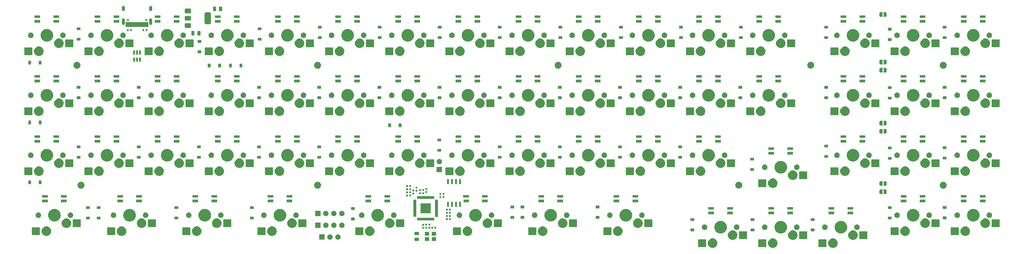
<source format=gbr>
G04 #@! TF.GenerationSoftware,KiCad,Pcbnew,8.0.1*
G04 #@! TF.CreationDate,2024-09-05T19:41:52+02:00*
G04 #@! TF.ProjectId,Mimic40,4d696d69-6334-4302-9e6b-696361645f70,rev?*
G04 #@! TF.SameCoordinates,Original*
G04 #@! TF.FileFunction,Soldermask,Bot*
G04 #@! TF.FilePolarity,Negative*
%FSLAX46Y46*%
G04 Gerber Fmt 4.6, Leading zero omitted, Abs format (unit mm)*
G04 Created by KiCad (PCBNEW 8.0.1) date 2024-09-05 19:41:52*
%MOMM*%
%LPD*%
G01*
G04 APERTURE LIST*
G04 APERTURE END LIST*
G36*
X287258563Y-153433775D02*
G01*
X287491251Y-153489639D01*
X287712336Y-153581215D01*
X287916373Y-153706249D01*
X288098338Y-153861662D01*
X288253751Y-154043627D01*
X288378785Y-154247664D01*
X288470361Y-154468749D01*
X288526225Y-154701437D01*
X288545000Y-154940000D01*
X288526225Y-155178563D01*
X288470361Y-155411251D01*
X288378785Y-155632336D01*
X288253751Y-155836373D01*
X288098338Y-156018338D01*
X287916373Y-156173751D01*
X287712336Y-156298785D01*
X287491251Y-156390361D01*
X287258563Y-156446225D01*
X287020000Y-156465000D01*
X286781437Y-156446225D01*
X286548749Y-156390361D01*
X286327664Y-156298785D01*
X286123627Y-156173751D01*
X285941662Y-156018338D01*
X285786249Y-155836373D01*
X285661215Y-155632336D01*
X285569639Y-155411251D01*
X285513775Y-155178563D01*
X285495000Y-154940000D01*
X285513775Y-154701437D01*
X285569639Y-154468749D01*
X285661215Y-154247664D01*
X285786249Y-154043627D01*
X285941662Y-153861662D01*
X286123627Y-153706249D01*
X286327664Y-153581215D01*
X286548749Y-153489639D01*
X286781437Y-153433775D01*
X287020000Y-153415000D01*
X287258563Y-153433775D01*
G37*
G36*
X306308563Y-153433775D02*
G01*
X306541251Y-153489639D01*
X306762336Y-153581215D01*
X306966373Y-153706249D01*
X307148338Y-153861662D01*
X307303751Y-154043627D01*
X307428785Y-154247664D01*
X307520361Y-154468749D01*
X307576225Y-154701437D01*
X307595000Y-154940000D01*
X307576225Y-155178563D01*
X307520361Y-155411251D01*
X307428785Y-155632336D01*
X307303751Y-155836373D01*
X307148338Y-156018338D01*
X306966373Y-156173751D01*
X306762336Y-156298785D01*
X306541251Y-156390361D01*
X306308563Y-156446225D01*
X306070000Y-156465000D01*
X305831437Y-156446225D01*
X305598749Y-156390361D01*
X305377664Y-156298785D01*
X305173627Y-156173751D01*
X304991662Y-156018338D01*
X304836249Y-155836373D01*
X304711215Y-155632336D01*
X304619639Y-155411251D01*
X304563775Y-155178563D01*
X304545000Y-154940000D01*
X304563775Y-154701437D01*
X304619639Y-154468749D01*
X304711215Y-154247664D01*
X304836249Y-154043627D01*
X304991662Y-153861662D01*
X305173627Y-153706249D01*
X305377664Y-153581215D01*
X305598749Y-153489639D01*
X305831437Y-153433775D01*
X306070000Y-153415000D01*
X306308563Y-153433775D01*
G37*
G36*
X325358563Y-153433775D02*
G01*
X325591251Y-153489639D01*
X325812336Y-153581215D01*
X326016373Y-153706249D01*
X326198338Y-153861662D01*
X326353751Y-154043627D01*
X326478785Y-154247664D01*
X326570361Y-154468749D01*
X326626225Y-154701437D01*
X326645000Y-154940000D01*
X326626225Y-155178563D01*
X326570361Y-155411251D01*
X326478785Y-155632336D01*
X326353751Y-155836373D01*
X326198338Y-156018338D01*
X326016373Y-156173751D01*
X325812336Y-156298785D01*
X325591251Y-156390361D01*
X325358563Y-156446225D01*
X325120000Y-156465000D01*
X324881437Y-156446225D01*
X324648749Y-156390361D01*
X324427664Y-156298785D01*
X324223627Y-156173751D01*
X324041662Y-156018338D01*
X323886249Y-155836373D01*
X323761215Y-155632336D01*
X323669639Y-155411251D01*
X323613775Y-155178563D01*
X323595000Y-154940000D01*
X323613775Y-154701437D01*
X323669639Y-154468749D01*
X323761215Y-154247664D01*
X323886249Y-154043627D01*
X324041662Y-153861662D01*
X324223627Y-153706249D01*
X324427664Y-153581215D01*
X324648749Y-153489639D01*
X324881437Y-153433775D01*
X325120000Y-153415000D01*
X325358563Y-153433775D01*
G37*
G36*
X284764822Y-153694340D02*
G01*
X284812853Y-153701338D01*
X284821669Y-153705648D01*
X284838671Y-153709030D01*
X284866166Y-153727401D01*
X284887385Y-153737775D01*
X284898850Y-153749240D01*
X284919777Y-153763223D01*
X284933759Y-153784149D01*
X284945224Y-153795614D01*
X284955595Y-153816829D01*
X284973970Y-153844329D01*
X284977352Y-153861335D01*
X284981660Y-153870146D01*
X284988654Y-153918154D01*
X284993000Y-153940000D01*
X284993000Y-155940000D01*
X284988655Y-155961841D01*
X284981661Y-156009853D01*
X284977352Y-156018666D01*
X284973970Y-156035671D01*
X284955594Y-156063171D01*
X284945224Y-156084385D01*
X284933761Y-156095847D01*
X284919777Y-156116777D01*
X284898847Y-156130761D01*
X284887385Y-156142224D01*
X284866173Y-156152593D01*
X284838671Y-156170970D01*
X284821663Y-156174353D01*
X284812853Y-156178660D01*
X284764848Y-156185654D01*
X284743000Y-156190000D01*
X282693000Y-156190000D01*
X282671161Y-156185656D01*
X282623146Y-156178661D01*
X282614332Y-156174352D01*
X282597329Y-156170970D01*
X282569830Y-156152596D01*
X282548614Y-156142224D01*
X282537149Y-156130759D01*
X282516223Y-156116777D01*
X282502240Y-156095850D01*
X282490775Y-156084385D01*
X282480402Y-156063167D01*
X282462030Y-156035671D01*
X282458647Y-156018666D01*
X282454339Y-156009853D01*
X282447342Y-155961829D01*
X282443000Y-155940000D01*
X282443000Y-153940000D01*
X282447340Y-153918180D01*
X282454338Y-153870146D01*
X282458648Y-153861328D01*
X282462030Y-153844329D01*
X282480399Y-153816836D01*
X282490775Y-153795614D01*
X282502242Y-153784146D01*
X282516223Y-153763223D01*
X282537146Y-153749242D01*
X282548614Y-153737775D01*
X282569834Y-153727400D01*
X282597329Y-153709030D01*
X282614331Y-153705647D01*
X282623146Y-153701339D01*
X282671173Y-153694341D01*
X282693000Y-153690000D01*
X284743000Y-153690000D01*
X284764822Y-153694340D01*
G37*
G36*
X303814822Y-153694340D02*
G01*
X303862853Y-153701338D01*
X303871669Y-153705648D01*
X303888671Y-153709030D01*
X303916166Y-153727401D01*
X303937385Y-153737775D01*
X303948850Y-153749240D01*
X303969777Y-153763223D01*
X303983759Y-153784149D01*
X303995224Y-153795614D01*
X304005595Y-153816829D01*
X304023970Y-153844329D01*
X304027352Y-153861335D01*
X304031660Y-153870146D01*
X304038654Y-153918154D01*
X304043000Y-153940000D01*
X304043000Y-155940000D01*
X304038655Y-155961841D01*
X304031661Y-156009853D01*
X304027352Y-156018666D01*
X304023970Y-156035671D01*
X304005594Y-156063171D01*
X303995224Y-156084385D01*
X303983761Y-156095847D01*
X303969777Y-156116777D01*
X303948847Y-156130761D01*
X303937385Y-156142224D01*
X303916173Y-156152593D01*
X303888671Y-156170970D01*
X303871663Y-156174353D01*
X303862853Y-156178660D01*
X303814848Y-156185654D01*
X303793000Y-156190000D01*
X301743000Y-156190000D01*
X301721161Y-156185656D01*
X301673146Y-156178661D01*
X301664332Y-156174352D01*
X301647329Y-156170970D01*
X301619830Y-156152596D01*
X301598614Y-156142224D01*
X301587149Y-156130759D01*
X301566223Y-156116777D01*
X301552240Y-156095850D01*
X301540775Y-156084385D01*
X301530402Y-156063167D01*
X301512030Y-156035671D01*
X301508647Y-156018666D01*
X301504339Y-156009853D01*
X301497342Y-155961829D01*
X301493000Y-155940000D01*
X301493000Y-153940000D01*
X301497340Y-153918180D01*
X301504338Y-153870146D01*
X301508648Y-153861328D01*
X301512030Y-153844329D01*
X301530399Y-153816836D01*
X301540775Y-153795614D01*
X301552242Y-153784146D01*
X301566223Y-153763223D01*
X301587146Y-153749242D01*
X301598614Y-153737775D01*
X301619834Y-153727400D01*
X301647329Y-153709030D01*
X301664331Y-153705647D01*
X301673146Y-153701339D01*
X301721173Y-153694341D01*
X301743000Y-153690000D01*
X303793000Y-153690000D01*
X303814822Y-153694340D01*
G37*
G36*
X322864822Y-153694340D02*
G01*
X322912853Y-153701338D01*
X322921669Y-153705648D01*
X322938671Y-153709030D01*
X322966166Y-153727401D01*
X322987385Y-153737775D01*
X322998850Y-153749240D01*
X323019777Y-153763223D01*
X323033759Y-153784149D01*
X323045224Y-153795614D01*
X323055595Y-153816829D01*
X323073970Y-153844329D01*
X323077352Y-153861335D01*
X323081660Y-153870146D01*
X323088654Y-153918154D01*
X323093000Y-153940000D01*
X323093000Y-155940000D01*
X323088655Y-155961841D01*
X323081661Y-156009853D01*
X323077352Y-156018666D01*
X323073970Y-156035671D01*
X323055594Y-156063171D01*
X323045224Y-156084385D01*
X323033761Y-156095847D01*
X323019777Y-156116777D01*
X322998847Y-156130761D01*
X322987385Y-156142224D01*
X322966173Y-156152593D01*
X322938671Y-156170970D01*
X322921663Y-156174353D01*
X322912853Y-156178660D01*
X322864848Y-156185654D01*
X322843000Y-156190000D01*
X320793000Y-156190000D01*
X320771161Y-156185656D01*
X320723146Y-156178661D01*
X320714332Y-156174352D01*
X320697329Y-156170970D01*
X320669830Y-156152596D01*
X320648614Y-156142224D01*
X320637149Y-156130759D01*
X320616223Y-156116777D01*
X320602240Y-156095850D01*
X320590775Y-156084385D01*
X320580402Y-156063167D01*
X320562030Y-156035671D01*
X320558647Y-156018666D01*
X320554339Y-156009853D01*
X320547342Y-155961829D01*
X320543000Y-155940000D01*
X320543000Y-153940000D01*
X320547340Y-153918180D01*
X320554338Y-153870146D01*
X320558648Y-153861328D01*
X320562030Y-153844329D01*
X320580399Y-153816836D01*
X320590775Y-153795614D01*
X320602242Y-153784146D01*
X320616223Y-153763223D01*
X320637146Y-153749242D01*
X320648614Y-153737775D01*
X320669834Y-153727400D01*
X320697329Y-153709030D01*
X320714331Y-153705647D01*
X320723146Y-153701339D01*
X320771173Y-153694341D01*
X320793000Y-153690000D01*
X322843000Y-153690000D01*
X322864822Y-153694340D01*
G37*
G36*
X197258001Y-154258000D02*
G01*
X195858001Y-154258000D01*
X195858001Y-153058000D01*
X197258001Y-153058000D01*
X197258001Y-154258000D01*
G37*
G36*
X199458001Y-154258000D02*
G01*
X198058001Y-154258000D01*
X198058001Y-153058000D01*
X199458001Y-153058000D01*
X199458001Y-154258000D01*
G37*
G36*
X193846822Y-153254339D02*
G01*
X193894853Y-153261337D01*
X193903669Y-153265647D01*
X193920671Y-153269029D01*
X193948166Y-153287400D01*
X193969385Y-153297774D01*
X193980850Y-153309239D01*
X194001777Y-153323222D01*
X194015759Y-153344148D01*
X194027224Y-153355613D01*
X194037595Y-153376828D01*
X194055970Y-153404328D01*
X194059352Y-153421334D01*
X194063660Y-153430145D01*
X194070654Y-153478153D01*
X194075000Y-153499999D01*
X194075000Y-153999999D01*
X194070655Y-154021840D01*
X194063661Y-154069852D01*
X194059352Y-154078665D01*
X194055970Y-154095670D01*
X194037594Y-154123170D01*
X194027224Y-154144384D01*
X194015761Y-154155846D01*
X194001777Y-154176776D01*
X193980847Y-154190760D01*
X193969385Y-154202223D01*
X193948173Y-154212592D01*
X193920671Y-154230969D01*
X193903663Y-154234352D01*
X193894853Y-154238659D01*
X193846848Y-154245653D01*
X193825000Y-154249999D01*
X192875000Y-154249999D01*
X192853161Y-154245655D01*
X192805146Y-154238660D01*
X192796332Y-154234351D01*
X192779329Y-154230969D01*
X192751830Y-154212595D01*
X192730614Y-154202223D01*
X192719149Y-154190758D01*
X192698223Y-154176776D01*
X192684240Y-154155849D01*
X192672775Y-154144384D01*
X192662402Y-154123166D01*
X192644030Y-154095670D01*
X192640647Y-154078665D01*
X192636339Y-154069852D01*
X192629342Y-154021828D01*
X192625000Y-153999999D01*
X192625000Y-153499999D01*
X192629340Y-153478179D01*
X192636338Y-153430145D01*
X192640648Y-153421327D01*
X192644030Y-153404328D01*
X192662399Y-153376835D01*
X192672775Y-153355613D01*
X192684242Y-153344145D01*
X192698223Y-153323222D01*
X192719146Y-153309241D01*
X192730614Y-153297774D01*
X192751834Y-153287399D01*
X192779329Y-153269029D01*
X192796331Y-153265646D01*
X192805146Y-153261338D01*
X192853173Y-153254340D01*
X192875000Y-153249999D01*
X193825000Y-153249999D01*
X193846822Y-153254339D01*
G37*
G36*
X293608563Y-150893775D02*
G01*
X293841251Y-150949639D01*
X294062336Y-151041215D01*
X294266373Y-151166249D01*
X294448338Y-151321662D01*
X294603751Y-151503627D01*
X294728785Y-151707664D01*
X294820361Y-151928749D01*
X294876225Y-152161437D01*
X294895000Y-152400000D01*
X294876225Y-152638563D01*
X294820361Y-152871251D01*
X294728785Y-153092336D01*
X294603751Y-153296373D01*
X294448338Y-153478338D01*
X294266373Y-153633751D01*
X294062336Y-153758785D01*
X293841251Y-153850361D01*
X293608563Y-153906225D01*
X293370000Y-153925000D01*
X293131437Y-153906225D01*
X292898749Y-153850361D01*
X292677664Y-153758785D01*
X292473627Y-153633751D01*
X292291662Y-153478338D01*
X292136249Y-153296373D01*
X292011215Y-153092336D01*
X291919639Y-152871251D01*
X291863775Y-152638563D01*
X291845000Y-152400000D01*
X291863775Y-152161437D01*
X291919639Y-151928749D01*
X292011215Y-151707664D01*
X292136249Y-151503627D01*
X292291662Y-151321662D01*
X292473627Y-151166249D01*
X292677664Y-151041215D01*
X292898749Y-150949639D01*
X293131437Y-150893775D01*
X293370000Y-150875000D01*
X293608563Y-150893775D01*
G37*
G36*
X312658563Y-150893775D02*
G01*
X312891251Y-150949639D01*
X313112336Y-151041215D01*
X313316373Y-151166249D01*
X313498338Y-151321662D01*
X313653751Y-151503627D01*
X313778785Y-151707664D01*
X313870361Y-151928749D01*
X313926225Y-152161437D01*
X313945000Y-152400000D01*
X313926225Y-152638563D01*
X313870361Y-152871251D01*
X313778785Y-153092336D01*
X313653751Y-153296373D01*
X313498338Y-153478338D01*
X313316373Y-153633751D01*
X313112336Y-153758785D01*
X312891251Y-153850361D01*
X312658563Y-153906225D01*
X312420000Y-153925000D01*
X312181437Y-153906225D01*
X311948749Y-153850361D01*
X311727664Y-153758785D01*
X311523627Y-153633751D01*
X311341662Y-153478338D01*
X311186249Y-153296373D01*
X311061215Y-153092336D01*
X310969639Y-152871251D01*
X310913775Y-152638563D01*
X310895000Y-152400000D01*
X310913775Y-152161437D01*
X310969639Y-151928749D01*
X311061215Y-151707664D01*
X311186249Y-151503627D01*
X311341662Y-151321662D01*
X311523627Y-151166249D01*
X311727664Y-151041215D01*
X311948749Y-150949639D01*
X312181437Y-150893775D01*
X312420000Y-150875000D01*
X312658563Y-150893775D01*
G37*
G36*
X331708563Y-150893775D02*
G01*
X331941251Y-150949639D01*
X332162336Y-151041215D01*
X332366373Y-151166249D01*
X332548338Y-151321662D01*
X332703751Y-151503627D01*
X332828785Y-151707664D01*
X332920361Y-151928749D01*
X332976225Y-152161437D01*
X332995000Y-152400000D01*
X332976225Y-152638563D01*
X332920361Y-152871251D01*
X332828785Y-153092336D01*
X332703751Y-153296373D01*
X332548338Y-153478338D01*
X332366373Y-153633751D01*
X332162336Y-153758785D01*
X331941251Y-153850361D01*
X331708563Y-153906225D01*
X331470000Y-153925000D01*
X331231437Y-153906225D01*
X330998749Y-153850361D01*
X330777664Y-153758785D01*
X330573627Y-153633751D01*
X330391662Y-153478338D01*
X330236249Y-153296373D01*
X330111215Y-153092336D01*
X330019639Y-152871251D01*
X329963775Y-152638563D01*
X329945000Y-152400000D01*
X329963775Y-152161437D01*
X330019639Y-151928749D01*
X330111215Y-151707664D01*
X330236249Y-151503627D01*
X330391662Y-151321662D01*
X330573627Y-151166249D01*
X330777664Y-151041215D01*
X330998749Y-150949639D01*
X331231437Y-150893775D01*
X331470000Y-150875000D01*
X331708563Y-150893775D01*
G37*
G36*
X164150000Y-153850000D02*
G01*
X162450000Y-153850000D01*
X162450000Y-152150000D01*
X164150000Y-152150000D01*
X164150000Y-153850000D01*
G37*
G36*
X165881880Y-152154656D02*
G01*
X165928849Y-152154656D01*
X165969406Y-152163276D01*
X166005724Y-152166854D01*
X166051352Y-152180695D01*
X166102664Y-152191602D01*
X166135498Y-152206220D01*
X166165073Y-152215192D01*
X166212070Y-152240312D01*
X166265000Y-152263878D01*
X166289608Y-152281756D01*
X166311941Y-152293694D01*
X166357499Y-152331083D01*
X166408761Y-152368327D01*
X166425405Y-152386812D01*
X166440664Y-152399335D01*
X166481675Y-152449307D01*
X166527664Y-152500383D01*
X166537324Y-152517115D01*
X166546305Y-152528058D01*
X166579519Y-152590197D01*
X166616514Y-152654274D01*
X166620770Y-152667373D01*
X166624807Y-152674926D01*
X166647068Y-152748313D01*
X166671425Y-152823275D01*
X166672282Y-152831430D01*
X166673145Y-152834275D01*
X166681543Y-152919544D01*
X166690000Y-153000000D01*
X166681542Y-153080463D01*
X166673145Y-153165724D01*
X166672282Y-153168567D01*
X166671425Y-153176725D01*
X166647064Y-153251700D01*
X166624807Y-153325073D01*
X166620771Y-153332623D01*
X166616514Y-153345726D01*
X166579511Y-153409814D01*
X166546305Y-153471941D01*
X166537326Y-153482881D01*
X166527664Y-153499617D01*
X166481666Y-153550703D01*
X166440664Y-153600664D01*
X166425408Y-153613183D01*
X166408761Y-153631673D01*
X166357488Y-153668924D01*
X166311941Y-153706305D01*
X166289613Y-153718239D01*
X166265000Y-153736122D01*
X166212059Y-153759692D01*
X166165073Y-153784807D01*
X166135505Y-153793776D01*
X166102664Y-153808398D01*
X166051341Y-153819307D01*
X166005724Y-153833145D01*
X165969415Y-153836721D01*
X165928849Y-153845344D01*
X165881870Y-153845344D01*
X165840000Y-153849468D01*
X165798130Y-153845344D01*
X165751151Y-153845344D01*
X165710585Y-153836721D01*
X165674275Y-153833145D01*
X165628655Y-153819306D01*
X165577336Y-153808398D01*
X165544497Y-153793777D01*
X165514926Y-153784807D01*
X165467934Y-153759689D01*
X165415000Y-153736122D01*
X165390389Y-153718241D01*
X165368058Y-153706305D01*
X165322502Y-153668918D01*
X165271239Y-153631673D01*
X165254594Y-153613187D01*
X165239335Y-153600664D01*
X165198322Y-153550690D01*
X165152336Y-153499617D01*
X165142675Y-153482885D01*
X165133694Y-153471941D01*
X165100474Y-153409791D01*
X165063486Y-153345726D01*
X165059230Y-153332628D01*
X165055192Y-153325073D01*
X165032920Y-153251654D01*
X165008575Y-153176725D01*
X165007718Y-153168572D01*
X165006854Y-153165724D01*
X164998441Y-153080311D01*
X164990000Y-153000000D01*
X164998440Y-152919695D01*
X165006854Y-152834275D01*
X165007718Y-152831425D01*
X165008575Y-152823275D01*
X165032916Y-152748359D01*
X165055192Y-152674926D01*
X165059231Y-152667369D01*
X165063486Y-152654274D01*
X165100467Y-152590220D01*
X165133694Y-152528058D01*
X165142677Y-152517111D01*
X165152336Y-152500383D01*
X165198313Y-152449319D01*
X165239335Y-152399335D01*
X165254597Y-152386809D01*
X165271239Y-152368327D01*
X165322491Y-152331089D01*
X165368058Y-152293694D01*
X165390394Y-152281754D01*
X165415000Y-152263878D01*
X165467923Y-152240315D01*
X165514926Y-152215192D01*
X165544504Y-152206219D01*
X165577336Y-152191602D01*
X165628644Y-152180695D01*
X165674275Y-152166854D01*
X165710593Y-152163276D01*
X165751151Y-152154656D01*
X165798119Y-152154656D01*
X165840000Y-152150531D01*
X165881880Y-152154656D01*
G37*
G36*
X168421879Y-152154656D02*
G01*
X168468848Y-152154656D01*
X168509405Y-152163276D01*
X168545723Y-152166854D01*
X168591351Y-152180695D01*
X168642663Y-152191602D01*
X168675497Y-152206220D01*
X168705072Y-152215192D01*
X168752069Y-152240312D01*
X168804999Y-152263878D01*
X168829607Y-152281756D01*
X168851940Y-152293694D01*
X168897498Y-152331083D01*
X168948760Y-152368327D01*
X168965404Y-152386812D01*
X168980663Y-152399335D01*
X169021674Y-152449307D01*
X169067663Y-152500383D01*
X169077323Y-152517115D01*
X169086304Y-152528058D01*
X169119518Y-152590197D01*
X169156513Y-152654274D01*
X169160769Y-152667373D01*
X169164806Y-152674926D01*
X169187067Y-152748313D01*
X169211424Y-152823275D01*
X169212281Y-152831430D01*
X169213144Y-152834275D01*
X169221542Y-152919544D01*
X169229999Y-153000000D01*
X169221541Y-153080463D01*
X169213144Y-153165724D01*
X169212281Y-153168567D01*
X169211424Y-153176725D01*
X169187063Y-153251700D01*
X169164806Y-153325073D01*
X169160770Y-153332623D01*
X169156513Y-153345726D01*
X169119510Y-153409814D01*
X169086304Y-153471941D01*
X169077325Y-153482881D01*
X169067663Y-153499617D01*
X169021665Y-153550703D01*
X168980663Y-153600664D01*
X168965407Y-153613183D01*
X168948760Y-153631673D01*
X168897487Y-153668924D01*
X168851940Y-153706305D01*
X168829612Y-153718239D01*
X168804999Y-153736122D01*
X168752058Y-153759692D01*
X168705072Y-153784807D01*
X168675504Y-153793776D01*
X168642663Y-153808398D01*
X168591340Y-153819307D01*
X168545723Y-153833145D01*
X168509414Y-153836721D01*
X168468848Y-153845344D01*
X168421869Y-153845344D01*
X168379999Y-153849468D01*
X168338129Y-153845344D01*
X168291150Y-153845344D01*
X168250584Y-153836721D01*
X168214274Y-153833145D01*
X168168654Y-153819306D01*
X168117335Y-153808398D01*
X168084496Y-153793777D01*
X168054925Y-153784807D01*
X168007933Y-153759689D01*
X167954999Y-153736122D01*
X167930388Y-153718241D01*
X167908057Y-153706305D01*
X167862501Y-153668918D01*
X167811238Y-153631673D01*
X167794593Y-153613187D01*
X167779334Y-153600664D01*
X167738321Y-153550690D01*
X167692335Y-153499617D01*
X167682674Y-153482885D01*
X167673693Y-153471941D01*
X167640473Y-153409791D01*
X167603485Y-153345726D01*
X167599229Y-153332628D01*
X167595191Y-153325073D01*
X167572919Y-153251654D01*
X167548574Y-153176725D01*
X167547717Y-153168572D01*
X167546853Y-153165724D01*
X167538440Y-153080311D01*
X167529999Y-153000000D01*
X167538439Y-152919695D01*
X167546853Y-152834275D01*
X167547717Y-152831425D01*
X167548574Y-152823275D01*
X167572915Y-152748359D01*
X167595191Y-152674926D01*
X167599230Y-152667369D01*
X167603485Y-152654274D01*
X167640466Y-152590220D01*
X167673693Y-152528058D01*
X167682676Y-152517111D01*
X167692335Y-152500383D01*
X167738312Y-152449319D01*
X167779334Y-152399335D01*
X167794596Y-152386809D01*
X167811238Y-152368327D01*
X167862490Y-152331089D01*
X167908057Y-152293694D01*
X167930393Y-152281754D01*
X167954999Y-152263878D01*
X168007922Y-152240315D01*
X168054925Y-152215192D01*
X168084503Y-152206219D01*
X168117335Y-152191602D01*
X168168643Y-152180695D01*
X168214274Y-152166854D01*
X168250592Y-152163276D01*
X168291150Y-152154656D01*
X168338118Y-152154656D01*
X168379999Y-152150531D01*
X168421879Y-152154656D01*
G37*
G36*
X297691822Y-151154340D02*
G01*
X297739853Y-151161338D01*
X297748669Y-151165648D01*
X297765671Y-151169030D01*
X297793166Y-151187401D01*
X297814385Y-151197775D01*
X297825850Y-151209240D01*
X297846777Y-151223223D01*
X297860759Y-151244149D01*
X297872224Y-151255614D01*
X297882595Y-151276829D01*
X297900970Y-151304329D01*
X297904352Y-151321335D01*
X297908660Y-151330146D01*
X297915654Y-151378154D01*
X297920000Y-151400000D01*
X297920000Y-153400000D01*
X297915655Y-153421841D01*
X297908661Y-153469853D01*
X297904352Y-153478666D01*
X297900970Y-153495671D01*
X297882594Y-153523171D01*
X297872224Y-153544385D01*
X297860761Y-153555847D01*
X297846777Y-153576777D01*
X297825847Y-153590761D01*
X297814385Y-153602224D01*
X297793173Y-153612593D01*
X297765671Y-153630970D01*
X297748663Y-153634353D01*
X297739853Y-153638660D01*
X297691848Y-153645654D01*
X297670000Y-153650000D01*
X295620000Y-153650000D01*
X295598161Y-153645656D01*
X295550146Y-153638661D01*
X295541332Y-153634352D01*
X295524329Y-153630970D01*
X295496830Y-153612596D01*
X295475614Y-153602224D01*
X295464149Y-153590759D01*
X295443223Y-153576777D01*
X295429240Y-153555850D01*
X295417775Y-153544385D01*
X295407402Y-153523167D01*
X295389030Y-153495671D01*
X295385647Y-153478666D01*
X295381339Y-153469853D01*
X295374342Y-153421829D01*
X295370000Y-153400000D01*
X295370000Y-151400000D01*
X295374340Y-151378180D01*
X295381338Y-151330146D01*
X295385648Y-151321328D01*
X295389030Y-151304329D01*
X295407399Y-151276836D01*
X295417775Y-151255614D01*
X295429242Y-151244146D01*
X295443223Y-151223223D01*
X295464146Y-151209242D01*
X295475614Y-151197775D01*
X295496834Y-151187400D01*
X295524329Y-151169030D01*
X295541331Y-151165647D01*
X295550146Y-151161339D01*
X295598173Y-151154341D01*
X295620000Y-151150000D01*
X297670000Y-151150000D01*
X297691822Y-151154340D01*
G37*
G36*
X316741822Y-151154340D02*
G01*
X316789853Y-151161338D01*
X316798669Y-151165648D01*
X316815671Y-151169030D01*
X316843166Y-151187401D01*
X316864385Y-151197775D01*
X316875850Y-151209240D01*
X316896777Y-151223223D01*
X316910759Y-151244149D01*
X316922224Y-151255614D01*
X316932595Y-151276829D01*
X316950970Y-151304329D01*
X316954352Y-151321335D01*
X316958660Y-151330146D01*
X316965654Y-151378154D01*
X316970000Y-151400000D01*
X316970000Y-153400000D01*
X316965655Y-153421841D01*
X316958661Y-153469853D01*
X316954352Y-153478666D01*
X316950970Y-153495671D01*
X316932594Y-153523171D01*
X316922224Y-153544385D01*
X316910761Y-153555847D01*
X316896777Y-153576777D01*
X316875847Y-153590761D01*
X316864385Y-153602224D01*
X316843173Y-153612593D01*
X316815671Y-153630970D01*
X316798663Y-153634353D01*
X316789853Y-153638660D01*
X316741848Y-153645654D01*
X316720000Y-153650000D01*
X314670000Y-153650000D01*
X314648161Y-153645656D01*
X314600146Y-153638661D01*
X314591332Y-153634352D01*
X314574329Y-153630970D01*
X314546830Y-153612596D01*
X314525614Y-153602224D01*
X314514149Y-153590759D01*
X314493223Y-153576777D01*
X314479240Y-153555850D01*
X314467775Y-153544385D01*
X314457402Y-153523167D01*
X314439030Y-153495671D01*
X314435647Y-153478666D01*
X314431339Y-153469853D01*
X314424342Y-153421829D01*
X314420000Y-153400000D01*
X314420000Y-151400000D01*
X314424340Y-151378180D01*
X314431338Y-151330146D01*
X314435648Y-151321328D01*
X314439030Y-151304329D01*
X314457399Y-151276836D01*
X314467775Y-151255614D01*
X314479242Y-151244146D01*
X314493223Y-151223223D01*
X314514146Y-151209242D01*
X314525614Y-151197775D01*
X314546834Y-151187400D01*
X314574329Y-151169030D01*
X314591331Y-151165647D01*
X314600146Y-151161339D01*
X314648173Y-151154341D01*
X314670000Y-151150000D01*
X316720000Y-151150000D01*
X316741822Y-151154340D01*
G37*
G36*
X335791822Y-151154340D02*
G01*
X335839853Y-151161338D01*
X335848669Y-151165648D01*
X335865671Y-151169030D01*
X335893166Y-151187401D01*
X335914385Y-151197775D01*
X335925850Y-151209240D01*
X335946777Y-151223223D01*
X335960759Y-151244149D01*
X335972224Y-151255614D01*
X335982595Y-151276829D01*
X336000970Y-151304329D01*
X336004352Y-151321335D01*
X336008660Y-151330146D01*
X336015654Y-151378154D01*
X336020000Y-151400000D01*
X336020000Y-153400000D01*
X336015655Y-153421841D01*
X336008661Y-153469853D01*
X336004352Y-153478666D01*
X336000970Y-153495671D01*
X335982594Y-153523171D01*
X335972224Y-153544385D01*
X335960761Y-153555847D01*
X335946777Y-153576777D01*
X335925847Y-153590761D01*
X335914385Y-153602224D01*
X335893173Y-153612593D01*
X335865671Y-153630970D01*
X335848663Y-153634353D01*
X335839853Y-153638660D01*
X335791848Y-153645654D01*
X335770000Y-153650000D01*
X333720000Y-153650000D01*
X333698161Y-153645656D01*
X333650146Y-153638661D01*
X333641332Y-153634352D01*
X333624329Y-153630970D01*
X333596830Y-153612596D01*
X333575614Y-153602224D01*
X333564149Y-153590759D01*
X333543223Y-153576777D01*
X333529240Y-153555850D01*
X333517775Y-153544385D01*
X333507402Y-153523167D01*
X333489030Y-153495671D01*
X333485647Y-153478666D01*
X333481339Y-153469853D01*
X333474342Y-153421829D01*
X333470000Y-153400000D01*
X333470000Y-151400000D01*
X333474340Y-151378180D01*
X333481338Y-151330146D01*
X333485648Y-151321328D01*
X333489030Y-151304329D01*
X333507399Y-151276836D01*
X333517775Y-151255614D01*
X333529242Y-151244146D01*
X333543223Y-151223223D01*
X333564146Y-151209242D01*
X333575614Y-151197775D01*
X333596834Y-151187400D01*
X333624329Y-151169030D01*
X333641331Y-151165647D01*
X333650146Y-151161339D01*
X333698173Y-151154341D01*
X333720000Y-151150000D01*
X335770000Y-151150000D01*
X335791822Y-151154340D01*
G37*
G36*
X76279813Y-149623775D02*
G01*
X76512501Y-149679639D01*
X76733586Y-149771215D01*
X76937623Y-149896249D01*
X77119588Y-150051662D01*
X77275001Y-150233627D01*
X77400035Y-150437664D01*
X77491611Y-150658749D01*
X77547475Y-150891437D01*
X77566250Y-151130000D01*
X77547475Y-151368563D01*
X77491611Y-151601251D01*
X77400035Y-151822336D01*
X77275001Y-152026373D01*
X77119588Y-152208338D01*
X76937623Y-152363751D01*
X76733586Y-152488785D01*
X76512501Y-152580361D01*
X76279813Y-152636225D01*
X76041250Y-152655000D01*
X75802687Y-152636225D01*
X75569999Y-152580361D01*
X75348914Y-152488785D01*
X75144877Y-152363751D01*
X74962912Y-152208338D01*
X74807499Y-152026373D01*
X74682465Y-151822336D01*
X74590889Y-151601251D01*
X74535025Y-151368563D01*
X74516250Y-151130000D01*
X74535025Y-150891437D01*
X74590889Y-150658749D01*
X74682465Y-150437664D01*
X74807499Y-150233627D01*
X74962912Y-150051662D01*
X75144877Y-149896249D01*
X75348914Y-149771215D01*
X75569999Y-149679639D01*
X75802687Y-149623775D01*
X76041250Y-149605000D01*
X76279813Y-149623775D01*
G37*
G36*
X100092313Y-149623775D02*
G01*
X100325001Y-149679639D01*
X100546086Y-149771215D01*
X100750123Y-149896249D01*
X100932088Y-150051662D01*
X101087501Y-150233627D01*
X101212535Y-150437664D01*
X101304111Y-150658749D01*
X101359975Y-150891437D01*
X101378750Y-151130000D01*
X101359975Y-151368563D01*
X101304111Y-151601251D01*
X101212535Y-151822336D01*
X101087501Y-152026373D01*
X100932088Y-152208338D01*
X100750123Y-152363751D01*
X100546086Y-152488785D01*
X100325001Y-152580361D01*
X100092313Y-152636225D01*
X99853750Y-152655000D01*
X99615187Y-152636225D01*
X99382499Y-152580361D01*
X99161414Y-152488785D01*
X98957377Y-152363751D01*
X98775412Y-152208338D01*
X98619999Y-152026373D01*
X98494965Y-151822336D01*
X98403389Y-151601251D01*
X98347525Y-151368563D01*
X98328750Y-151130000D01*
X98347525Y-150891437D01*
X98403389Y-150658749D01*
X98494965Y-150437664D01*
X98619999Y-150233627D01*
X98775412Y-150051662D01*
X98957377Y-149896249D01*
X99161414Y-149771215D01*
X99382499Y-149679639D01*
X99615187Y-149623775D01*
X99853750Y-149605000D01*
X100092313Y-149623775D01*
G37*
G36*
X123904813Y-149623775D02*
G01*
X124137501Y-149679639D01*
X124358586Y-149771215D01*
X124562623Y-149896249D01*
X124744588Y-150051662D01*
X124900001Y-150233627D01*
X125025035Y-150437664D01*
X125116611Y-150658749D01*
X125172475Y-150891437D01*
X125191250Y-151130000D01*
X125172475Y-151368563D01*
X125116611Y-151601251D01*
X125025035Y-151822336D01*
X124900001Y-152026373D01*
X124744588Y-152208338D01*
X124562623Y-152363751D01*
X124358586Y-152488785D01*
X124137501Y-152580361D01*
X123904813Y-152636225D01*
X123666250Y-152655000D01*
X123427687Y-152636225D01*
X123194999Y-152580361D01*
X122973914Y-152488785D01*
X122769877Y-152363751D01*
X122587912Y-152208338D01*
X122432499Y-152026373D01*
X122307465Y-151822336D01*
X122215889Y-151601251D01*
X122160025Y-151368563D01*
X122141250Y-151130000D01*
X122160025Y-150891437D01*
X122215889Y-150658749D01*
X122307465Y-150437664D01*
X122432499Y-150233627D01*
X122587912Y-150051662D01*
X122769877Y-149896249D01*
X122973914Y-149771215D01*
X123194999Y-149679639D01*
X123427687Y-149623775D01*
X123666250Y-149605000D01*
X123904813Y-149623775D01*
G37*
G36*
X147717313Y-149623775D02*
G01*
X147950001Y-149679639D01*
X148171086Y-149771215D01*
X148375123Y-149896249D01*
X148557088Y-150051662D01*
X148712501Y-150233627D01*
X148837535Y-150437664D01*
X148929111Y-150658749D01*
X148984975Y-150891437D01*
X149003750Y-151130000D01*
X148984975Y-151368563D01*
X148929111Y-151601251D01*
X148837535Y-151822336D01*
X148712501Y-152026373D01*
X148557088Y-152208338D01*
X148375123Y-152363751D01*
X148171086Y-152488785D01*
X147950001Y-152580361D01*
X147717313Y-152636225D01*
X147478750Y-152655000D01*
X147240187Y-152636225D01*
X147007499Y-152580361D01*
X146786414Y-152488785D01*
X146582377Y-152363751D01*
X146400412Y-152208338D01*
X146244999Y-152026373D01*
X146119965Y-151822336D01*
X146028389Y-151601251D01*
X145972525Y-151368563D01*
X145953750Y-151130000D01*
X145972525Y-150891437D01*
X146028389Y-150658749D01*
X146119965Y-150437664D01*
X146244999Y-150233627D01*
X146400412Y-150051662D01*
X146582377Y-149896249D01*
X146786414Y-149771215D01*
X147007499Y-149679639D01*
X147240187Y-149623775D01*
X147478750Y-149605000D01*
X147717313Y-149623775D01*
G37*
G36*
X178673563Y-149623775D02*
G01*
X178906251Y-149679639D01*
X179127336Y-149771215D01*
X179331373Y-149896249D01*
X179513338Y-150051662D01*
X179668751Y-150233627D01*
X179793785Y-150437664D01*
X179885361Y-150658749D01*
X179941225Y-150891437D01*
X179960000Y-151130000D01*
X179941225Y-151368563D01*
X179885361Y-151601251D01*
X179793785Y-151822336D01*
X179668751Y-152026373D01*
X179513338Y-152208338D01*
X179331373Y-152363751D01*
X179127336Y-152488785D01*
X178906251Y-152580361D01*
X178673563Y-152636225D01*
X178435000Y-152655000D01*
X178196437Y-152636225D01*
X177963749Y-152580361D01*
X177742664Y-152488785D01*
X177538627Y-152363751D01*
X177356662Y-152208338D01*
X177201249Y-152026373D01*
X177076215Y-151822336D01*
X176984639Y-151601251D01*
X176928775Y-151368563D01*
X176910000Y-151130000D01*
X176928775Y-150891437D01*
X176984639Y-150658749D01*
X177076215Y-150437664D01*
X177201249Y-150233627D01*
X177356662Y-150051662D01*
X177538627Y-149896249D01*
X177742664Y-149771215D01*
X177963749Y-149679639D01*
X178196437Y-149623775D01*
X178435000Y-149605000D01*
X178673563Y-149623775D01*
G37*
G36*
X209629813Y-149623775D02*
G01*
X209862501Y-149679639D01*
X210083586Y-149771215D01*
X210287623Y-149896249D01*
X210469588Y-150051662D01*
X210625001Y-150233627D01*
X210750035Y-150437664D01*
X210841611Y-150658749D01*
X210897475Y-150891437D01*
X210916250Y-151130000D01*
X210897475Y-151368563D01*
X210841611Y-151601251D01*
X210750035Y-151822336D01*
X210625001Y-152026373D01*
X210469588Y-152208338D01*
X210287623Y-152363751D01*
X210083586Y-152488785D01*
X209862501Y-152580361D01*
X209629813Y-152636225D01*
X209391250Y-152655000D01*
X209152687Y-152636225D01*
X208919999Y-152580361D01*
X208698914Y-152488785D01*
X208494877Y-152363751D01*
X208312912Y-152208338D01*
X208157499Y-152026373D01*
X208032465Y-151822336D01*
X207940889Y-151601251D01*
X207885025Y-151368563D01*
X207866250Y-151130000D01*
X207885025Y-150891437D01*
X207940889Y-150658749D01*
X208032465Y-150437664D01*
X208157499Y-150233627D01*
X208312912Y-150051662D01*
X208494877Y-149896249D01*
X208698914Y-149771215D01*
X208919999Y-149679639D01*
X209152687Y-149623775D01*
X209391250Y-149605000D01*
X209629813Y-149623775D01*
G37*
G36*
X233442313Y-149623775D02*
G01*
X233675001Y-149679639D01*
X233896086Y-149771215D01*
X234100123Y-149896249D01*
X234282088Y-150051662D01*
X234437501Y-150233627D01*
X234562535Y-150437664D01*
X234654111Y-150658749D01*
X234709975Y-150891437D01*
X234728750Y-151130000D01*
X234709975Y-151368563D01*
X234654111Y-151601251D01*
X234562535Y-151822336D01*
X234437501Y-152026373D01*
X234282088Y-152208338D01*
X234100123Y-152363751D01*
X233896086Y-152488785D01*
X233675001Y-152580361D01*
X233442313Y-152636225D01*
X233203750Y-152655000D01*
X232965187Y-152636225D01*
X232732499Y-152580361D01*
X232511414Y-152488785D01*
X232307377Y-152363751D01*
X232125412Y-152208338D01*
X231969999Y-152026373D01*
X231844965Y-151822336D01*
X231753389Y-151601251D01*
X231697525Y-151368563D01*
X231678750Y-151130000D01*
X231697525Y-150891437D01*
X231753389Y-150658749D01*
X231844965Y-150437664D01*
X231969999Y-150233627D01*
X232125412Y-150051662D01*
X232307377Y-149896249D01*
X232511414Y-149771215D01*
X232732499Y-149679639D01*
X232965187Y-149623775D01*
X233203750Y-149605000D01*
X233442313Y-149623775D01*
G37*
G36*
X257254813Y-149623775D02*
G01*
X257487501Y-149679639D01*
X257708586Y-149771215D01*
X257912623Y-149896249D01*
X258094588Y-150051662D01*
X258250001Y-150233627D01*
X258375035Y-150437664D01*
X258466611Y-150658749D01*
X258522475Y-150891437D01*
X258541250Y-151130000D01*
X258522475Y-151368563D01*
X258466611Y-151601251D01*
X258375035Y-151822336D01*
X258250001Y-152026373D01*
X258094588Y-152208338D01*
X257912623Y-152363751D01*
X257708586Y-152488785D01*
X257487501Y-152580361D01*
X257254813Y-152636225D01*
X257016250Y-152655000D01*
X256777687Y-152636225D01*
X256544999Y-152580361D01*
X256323914Y-152488785D01*
X256119877Y-152363751D01*
X255937912Y-152208338D01*
X255782499Y-152026373D01*
X255657465Y-151822336D01*
X255565889Y-151601251D01*
X255510025Y-151368563D01*
X255491250Y-151130000D01*
X255510025Y-150891437D01*
X255565889Y-150658749D01*
X255657465Y-150437664D01*
X255782499Y-150233627D01*
X255937912Y-150051662D01*
X256119877Y-149896249D01*
X256323914Y-149771215D01*
X256544999Y-149679639D01*
X256777687Y-149623775D01*
X257016250Y-149605000D01*
X257254813Y-149623775D01*
G37*
G36*
X348218563Y-149623775D02*
G01*
X348451251Y-149679639D01*
X348672336Y-149771215D01*
X348876373Y-149896249D01*
X349058338Y-150051662D01*
X349213751Y-150233627D01*
X349338785Y-150437664D01*
X349430361Y-150658749D01*
X349486225Y-150891437D01*
X349505000Y-151130000D01*
X349486225Y-151368563D01*
X349430361Y-151601251D01*
X349338785Y-151822336D01*
X349213751Y-152026373D01*
X349058338Y-152208338D01*
X348876373Y-152363751D01*
X348672336Y-152488785D01*
X348451251Y-152580361D01*
X348218563Y-152636225D01*
X347980000Y-152655000D01*
X347741437Y-152636225D01*
X347508749Y-152580361D01*
X347287664Y-152488785D01*
X347083627Y-152363751D01*
X346901662Y-152208338D01*
X346746249Y-152026373D01*
X346621215Y-151822336D01*
X346529639Y-151601251D01*
X346473775Y-151368563D01*
X346455000Y-151130000D01*
X346473775Y-150891437D01*
X346529639Y-150658749D01*
X346621215Y-150437664D01*
X346746249Y-150233627D01*
X346901662Y-150051662D01*
X347083627Y-149896249D01*
X347287664Y-149771215D01*
X347508749Y-149679639D01*
X347741437Y-149623775D01*
X347980000Y-149605000D01*
X348218563Y-149623775D01*
G37*
G36*
X367268563Y-149623775D02*
G01*
X367501251Y-149679639D01*
X367722336Y-149771215D01*
X367926373Y-149896249D01*
X368108338Y-150051662D01*
X368263751Y-150233627D01*
X368388785Y-150437664D01*
X368480361Y-150658749D01*
X368536225Y-150891437D01*
X368555000Y-151130000D01*
X368536225Y-151368563D01*
X368480361Y-151601251D01*
X368388785Y-151822336D01*
X368263751Y-152026373D01*
X368108338Y-152208338D01*
X367926373Y-152363751D01*
X367722336Y-152488785D01*
X367501251Y-152580361D01*
X367268563Y-152636225D01*
X367030000Y-152655000D01*
X366791437Y-152636225D01*
X366558749Y-152580361D01*
X366337664Y-152488785D01*
X366133627Y-152363751D01*
X365951662Y-152208338D01*
X365796249Y-152026373D01*
X365671215Y-151822336D01*
X365579639Y-151601251D01*
X365523775Y-151368563D01*
X365505000Y-151130000D01*
X365523775Y-150891437D01*
X365579639Y-150658749D01*
X365671215Y-150437664D01*
X365796249Y-150233627D01*
X365951662Y-150051662D01*
X366133627Y-149896249D01*
X366337664Y-149771215D01*
X366558749Y-149679639D01*
X366791437Y-149623775D01*
X367030000Y-149605000D01*
X367268563Y-149623775D01*
G37*
G36*
X197258001Y-152558000D02*
G01*
X195858001Y-152558000D01*
X195858001Y-151358000D01*
X197258001Y-151358000D01*
X197258001Y-152558000D01*
G37*
G36*
X199458001Y-152558000D02*
G01*
X198058001Y-152558000D01*
X198058001Y-151358000D01*
X199458001Y-151358000D01*
X199458001Y-152558000D01*
G37*
G36*
X73786072Y-149884340D02*
G01*
X73834103Y-149891338D01*
X73842919Y-149895648D01*
X73859921Y-149899030D01*
X73887416Y-149917401D01*
X73908635Y-149927775D01*
X73920100Y-149939240D01*
X73941027Y-149953223D01*
X73955009Y-149974149D01*
X73966474Y-149985614D01*
X73976845Y-150006829D01*
X73995220Y-150034329D01*
X73998602Y-150051335D01*
X74002910Y-150060146D01*
X74009904Y-150108154D01*
X74014250Y-150130000D01*
X74014250Y-152130000D01*
X74009905Y-152151841D01*
X74002911Y-152199853D01*
X73998602Y-152208666D01*
X73995220Y-152225671D01*
X73976844Y-152253171D01*
X73966474Y-152274385D01*
X73955011Y-152285847D01*
X73941027Y-152306777D01*
X73920097Y-152320761D01*
X73908635Y-152332224D01*
X73887423Y-152342593D01*
X73859921Y-152360970D01*
X73842913Y-152364353D01*
X73834103Y-152368660D01*
X73786098Y-152375654D01*
X73764250Y-152380000D01*
X71714250Y-152380000D01*
X71692411Y-152375656D01*
X71644396Y-152368661D01*
X71635582Y-152364352D01*
X71618579Y-152360970D01*
X71591080Y-152342596D01*
X71569864Y-152332224D01*
X71558399Y-152320759D01*
X71537473Y-152306777D01*
X71523490Y-152285850D01*
X71512025Y-152274385D01*
X71501652Y-152253167D01*
X71483280Y-152225671D01*
X71479897Y-152208666D01*
X71475589Y-152199853D01*
X71468592Y-152151829D01*
X71464250Y-152130000D01*
X71464250Y-150130000D01*
X71468590Y-150108180D01*
X71475588Y-150060146D01*
X71479898Y-150051328D01*
X71483280Y-150034329D01*
X71501649Y-150006836D01*
X71512025Y-149985614D01*
X71523492Y-149974146D01*
X71537473Y-149953223D01*
X71558396Y-149939242D01*
X71569864Y-149927775D01*
X71591084Y-149917400D01*
X71618579Y-149899030D01*
X71635581Y-149895647D01*
X71644396Y-149891339D01*
X71692423Y-149884341D01*
X71714250Y-149880000D01*
X73764250Y-149880000D01*
X73786072Y-149884340D01*
G37*
G36*
X97598572Y-149884340D02*
G01*
X97646603Y-149891338D01*
X97655419Y-149895648D01*
X97672421Y-149899030D01*
X97699916Y-149917401D01*
X97721135Y-149927775D01*
X97732600Y-149939240D01*
X97753527Y-149953223D01*
X97767509Y-149974149D01*
X97778974Y-149985614D01*
X97789345Y-150006829D01*
X97807720Y-150034329D01*
X97811102Y-150051335D01*
X97815410Y-150060146D01*
X97822404Y-150108154D01*
X97826750Y-150130000D01*
X97826750Y-152130000D01*
X97822405Y-152151841D01*
X97815411Y-152199853D01*
X97811102Y-152208666D01*
X97807720Y-152225671D01*
X97789344Y-152253171D01*
X97778974Y-152274385D01*
X97767511Y-152285847D01*
X97753527Y-152306777D01*
X97732597Y-152320761D01*
X97721135Y-152332224D01*
X97699923Y-152342593D01*
X97672421Y-152360970D01*
X97655413Y-152364353D01*
X97646603Y-152368660D01*
X97598598Y-152375654D01*
X97576750Y-152380000D01*
X95526750Y-152380000D01*
X95504911Y-152375656D01*
X95456896Y-152368661D01*
X95448082Y-152364352D01*
X95431079Y-152360970D01*
X95403580Y-152342596D01*
X95382364Y-152332224D01*
X95370899Y-152320759D01*
X95349973Y-152306777D01*
X95335990Y-152285850D01*
X95324525Y-152274385D01*
X95314152Y-152253167D01*
X95295780Y-152225671D01*
X95292397Y-152208666D01*
X95288089Y-152199853D01*
X95281092Y-152151829D01*
X95276750Y-152130000D01*
X95276750Y-150130000D01*
X95281090Y-150108180D01*
X95288088Y-150060146D01*
X95292398Y-150051328D01*
X95295780Y-150034329D01*
X95314149Y-150006836D01*
X95324525Y-149985614D01*
X95335992Y-149974146D01*
X95349973Y-149953223D01*
X95370896Y-149939242D01*
X95382364Y-149927775D01*
X95403584Y-149917400D01*
X95431079Y-149899030D01*
X95448081Y-149895647D01*
X95456896Y-149891339D01*
X95504923Y-149884341D01*
X95526750Y-149880000D01*
X97576750Y-149880000D01*
X97598572Y-149884340D01*
G37*
G36*
X121411072Y-149884340D02*
G01*
X121459103Y-149891338D01*
X121467919Y-149895648D01*
X121484921Y-149899030D01*
X121512416Y-149917401D01*
X121533635Y-149927775D01*
X121545100Y-149939240D01*
X121566027Y-149953223D01*
X121580009Y-149974149D01*
X121591474Y-149985614D01*
X121601845Y-150006829D01*
X121620220Y-150034329D01*
X121623602Y-150051335D01*
X121627910Y-150060146D01*
X121634904Y-150108154D01*
X121639250Y-150130000D01*
X121639250Y-152130000D01*
X121634905Y-152151841D01*
X121627911Y-152199853D01*
X121623602Y-152208666D01*
X121620220Y-152225671D01*
X121601844Y-152253171D01*
X121591474Y-152274385D01*
X121580011Y-152285847D01*
X121566027Y-152306777D01*
X121545097Y-152320761D01*
X121533635Y-152332224D01*
X121512423Y-152342593D01*
X121484921Y-152360970D01*
X121467913Y-152364353D01*
X121459103Y-152368660D01*
X121411098Y-152375654D01*
X121389250Y-152380000D01*
X119339250Y-152380000D01*
X119317411Y-152375656D01*
X119269396Y-152368661D01*
X119260582Y-152364352D01*
X119243579Y-152360970D01*
X119216080Y-152342596D01*
X119194864Y-152332224D01*
X119183399Y-152320759D01*
X119162473Y-152306777D01*
X119148490Y-152285850D01*
X119137025Y-152274385D01*
X119126652Y-152253167D01*
X119108280Y-152225671D01*
X119104897Y-152208666D01*
X119100589Y-152199853D01*
X119093592Y-152151829D01*
X119089250Y-152130000D01*
X119089250Y-150130000D01*
X119093590Y-150108180D01*
X119100588Y-150060146D01*
X119104898Y-150051328D01*
X119108280Y-150034329D01*
X119126649Y-150006836D01*
X119137025Y-149985614D01*
X119148492Y-149974146D01*
X119162473Y-149953223D01*
X119183396Y-149939242D01*
X119194864Y-149927775D01*
X119216084Y-149917400D01*
X119243579Y-149899030D01*
X119260581Y-149895647D01*
X119269396Y-149891339D01*
X119317423Y-149884341D01*
X119339250Y-149880000D01*
X121389250Y-149880000D01*
X121411072Y-149884340D01*
G37*
G36*
X145223572Y-149884340D02*
G01*
X145271603Y-149891338D01*
X145280419Y-149895648D01*
X145297421Y-149899030D01*
X145324916Y-149917401D01*
X145346135Y-149927775D01*
X145357600Y-149939240D01*
X145378527Y-149953223D01*
X145392509Y-149974149D01*
X145403974Y-149985614D01*
X145414345Y-150006829D01*
X145432720Y-150034329D01*
X145436102Y-150051335D01*
X145440410Y-150060146D01*
X145447404Y-150108154D01*
X145451750Y-150130000D01*
X145451750Y-152130000D01*
X145447405Y-152151841D01*
X145440411Y-152199853D01*
X145436102Y-152208666D01*
X145432720Y-152225671D01*
X145414344Y-152253171D01*
X145403974Y-152274385D01*
X145392511Y-152285847D01*
X145378527Y-152306777D01*
X145357597Y-152320761D01*
X145346135Y-152332224D01*
X145324923Y-152342593D01*
X145297421Y-152360970D01*
X145280413Y-152364353D01*
X145271603Y-152368660D01*
X145223598Y-152375654D01*
X145201750Y-152380000D01*
X143151750Y-152380000D01*
X143129911Y-152375656D01*
X143081896Y-152368661D01*
X143073082Y-152364352D01*
X143056079Y-152360970D01*
X143028580Y-152342596D01*
X143007364Y-152332224D01*
X142995899Y-152320759D01*
X142974973Y-152306777D01*
X142960990Y-152285850D01*
X142949525Y-152274385D01*
X142939152Y-152253167D01*
X142920780Y-152225671D01*
X142917397Y-152208666D01*
X142913089Y-152199853D01*
X142906092Y-152151829D01*
X142901750Y-152130000D01*
X142901750Y-150130000D01*
X142906090Y-150108180D01*
X142913088Y-150060146D01*
X142917398Y-150051328D01*
X142920780Y-150034329D01*
X142939149Y-150006836D01*
X142949525Y-149985614D01*
X142960992Y-149974146D01*
X142974973Y-149953223D01*
X142995896Y-149939242D01*
X143007364Y-149927775D01*
X143028584Y-149917400D01*
X143056079Y-149899030D01*
X143073081Y-149895647D01*
X143081896Y-149891339D01*
X143129923Y-149884341D01*
X143151750Y-149880000D01*
X145201750Y-149880000D01*
X145223572Y-149884340D01*
G37*
G36*
X176179822Y-149884340D02*
G01*
X176227853Y-149891338D01*
X176236669Y-149895648D01*
X176253671Y-149899030D01*
X176281166Y-149917401D01*
X176302385Y-149927775D01*
X176313850Y-149939240D01*
X176334777Y-149953223D01*
X176348759Y-149974149D01*
X176360224Y-149985614D01*
X176370595Y-150006829D01*
X176388970Y-150034329D01*
X176392352Y-150051335D01*
X176396660Y-150060146D01*
X176403654Y-150108154D01*
X176408000Y-150130000D01*
X176408000Y-152130000D01*
X176403655Y-152151841D01*
X176396661Y-152199853D01*
X176392352Y-152208666D01*
X176388970Y-152225671D01*
X176370594Y-152253171D01*
X176360224Y-152274385D01*
X176348761Y-152285847D01*
X176334777Y-152306777D01*
X176313847Y-152320761D01*
X176302385Y-152332224D01*
X176281173Y-152342593D01*
X176253671Y-152360970D01*
X176236663Y-152364353D01*
X176227853Y-152368660D01*
X176179848Y-152375654D01*
X176158000Y-152380000D01*
X174108000Y-152380000D01*
X174086161Y-152375656D01*
X174038146Y-152368661D01*
X174029332Y-152364352D01*
X174012329Y-152360970D01*
X173984830Y-152342596D01*
X173963614Y-152332224D01*
X173952149Y-152320759D01*
X173931223Y-152306777D01*
X173917240Y-152285850D01*
X173905775Y-152274385D01*
X173895402Y-152253167D01*
X173877030Y-152225671D01*
X173873647Y-152208666D01*
X173869339Y-152199853D01*
X173862342Y-152151829D01*
X173858000Y-152130000D01*
X173858000Y-150130000D01*
X173862340Y-150108180D01*
X173869338Y-150060146D01*
X173873648Y-150051328D01*
X173877030Y-150034329D01*
X173895399Y-150006836D01*
X173905775Y-149985614D01*
X173917242Y-149974146D01*
X173931223Y-149953223D01*
X173952146Y-149939242D01*
X173963614Y-149927775D01*
X173984834Y-149917400D01*
X174012329Y-149899030D01*
X174029331Y-149895647D01*
X174038146Y-149891339D01*
X174086173Y-149884341D01*
X174108000Y-149880000D01*
X176158000Y-149880000D01*
X176179822Y-149884340D01*
G37*
G36*
X207136072Y-149884340D02*
G01*
X207184103Y-149891338D01*
X207192919Y-149895648D01*
X207209921Y-149899030D01*
X207237416Y-149917401D01*
X207258635Y-149927775D01*
X207270100Y-149939240D01*
X207291027Y-149953223D01*
X207305009Y-149974149D01*
X207316474Y-149985614D01*
X207326845Y-150006829D01*
X207345220Y-150034329D01*
X207348602Y-150051335D01*
X207352910Y-150060146D01*
X207359904Y-150108154D01*
X207364250Y-150130000D01*
X207364250Y-152130000D01*
X207359905Y-152151841D01*
X207352911Y-152199853D01*
X207348602Y-152208666D01*
X207345220Y-152225671D01*
X207326844Y-152253171D01*
X207316474Y-152274385D01*
X207305011Y-152285847D01*
X207291027Y-152306777D01*
X207270097Y-152320761D01*
X207258635Y-152332224D01*
X207237423Y-152342593D01*
X207209921Y-152360970D01*
X207192913Y-152364353D01*
X207184103Y-152368660D01*
X207136098Y-152375654D01*
X207114250Y-152380000D01*
X205064250Y-152380000D01*
X205042411Y-152375656D01*
X204994396Y-152368661D01*
X204985582Y-152364352D01*
X204968579Y-152360970D01*
X204941080Y-152342596D01*
X204919864Y-152332224D01*
X204908399Y-152320759D01*
X204887473Y-152306777D01*
X204873490Y-152285850D01*
X204862025Y-152274385D01*
X204851652Y-152253167D01*
X204833280Y-152225671D01*
X204829897Y-152208666D01*
X204825589Y-152199853D01*
X204818592Y-152151829D01*
X204814250Y-152130000D01*
X204814250Y-150130000D01*
X204818590Y-150108180D01*
X204825588Y-150060146D01*
X204829898Y-150051328D01*
X204833280Y-150034329D01*
X204851649Y-150006836D01*
X204862025Y-149985614D01*
X204873492Y-149974146D01*
X204887473Y-149953223D01*
X204908396Y-149939242D01*
X204919864Y-149927775D01*
X204941084Y-149917400D01*
X204968579Y-149899030D01*
X204985581Y-149895647D01*
X204994396Y-149891339D01*
X205042423Y-149884341D01*
X205064250Y-149880000D01*
X207114250Y-149880000D01*
X207136072Y-149884340D01*
G37*
G36*
X230948572Y-149884340D02*
G01*
X230996603Y-149891338D01*
X231005419Y-149895648D01*
X231022421Y-149899030D01*
X231049916Y-149917401D01*
X231071135Y-149927775D01*
X231082600Y-149939240D01*
X231103527Y-149953223D01*
X231117509Y-149974149D01*
X231128974Y-149985614D01*
X231139345Y-150006829D01*
X231157720Y-150034329D01*
X231161102Y-150051335D01*
X231165410Y-150060146D01*
X231172404Y-150108154D01*
X231176750Y-150130000D01*
X231176750Y-152130000D01*
X231172405Y-152151841D01*
X231165411Y-152199853D01*
X231161102Y-152208666D01*
X231157720Y-152225671D01*
X231139344Y-152253171D01*
X231128974Y-152274385D01*
X231117511Y-152285847D01*
X231103527Y-152306777D01*
X231082597Y-152320761D01*
X231071135Y-152332224D01*
X231049923Y-152342593D01*
X231022421Y-152360970D01*
X231005413Y-152364353D01*
X230996603Y-152368660D01*
X230948598Y-152375654D01*
X230926750Y-152380000D01*
X228876750Y-152380000D01*
X228854911Y-152375656D01*
X228806896Y-152368661D01*
X228798082Y-152364352D01*
X228781079Y-152360970D01*
X228753580Y-152342596D01*
X228732364Y-152332224D01*
X228720899Y-152320759D01*
X228699973Y-152306777D01*
X228685990Y-152285850D01*
X228674525Y-152274385D01*
X228664152Y-152253167D01*
X228645780Y-152225671D01*
X228642397Y-152208666D01*
X228638089Y-152199853D01*
X228631092Y-152151829D01*
X228626750Y-152130000D01*
X228626750Y-150130000D01*
X228631090Y-150108180D01*
X228638088Y-150060146D01*
X228642398Y-150051328D01*
X228645780Y-150034329D01*
X228664149Y-150006836D01*
X228674525Y-149985614D01*
X228685992Y-149974146D01*
X228699973Y-149953223D01*
X228720896Y-149939242D01*
X228732364Y-149927775D01*
X228753584Y-149917400D01*
X228781079Y-149899030D01*
X228798081Y-149895647D01*
X228806896Y-149891339D01*
X228854923Y-149884341D01*
X228876750Y-149880000D01*
X230926750Y-149880000D01*
X230948572Y-149884340D01*
G37*
G36*
X254761072Y-149884340D02*
G01*
X254809103Y-149891338D01*
X254817919Y-149895648D01*
X254834921Y-149899030D01*
X254862416Y-149917401D01*
X254883635Y-149927775D01*
X254895100Y-149939240D01*
X254916027Y-149953223D01*
X254930009Y-149974149D01*
X254941474Y-149985614D01*
X254951845Y-150006829D01*
X254970220Y-150034329D01*
X254973602Y-150051335D01*
X254977910Y-150060146D01*
X254984904Y-150108154D01*
X254989250Y-150130000D01*
X254989250Y-152130000D01*
X254984905Y-152151841D01*
X254977911Y-152199853D01*
X254973602Y-152208666D01*
X254970220Y-152225671D01*
X254951844Y-152253171D01*
X254941474Y-152274385D01*
X254930011Y-152285847D01*
X254916027Y-152306777D01*
X254895097Y-152320761D01*
X254883635Y-152332224D01*
X254862423Y-152342593D01*
X254834921Y-152360970D01*
X254817913Y-152364353D01*
X254809103Y-152368660D01*
X254761098Y-152375654D01*
X254739250Y-152380000D01*
X252689250Y-152380000D01*
X252667411Y-152375656D01*
X252619396Y-152368661D01*
X252610582Y-152364352D01*
X252593579Y-152360970D01*
X252566080Y-152342596D01*
X252544864Y-152332224D01*
X252533399Y-152320759D01*
X252512473Y-152306777D01*
X252498490Y-152285850D01*
X252487025Y-152274385D01*
X252476652Y-152253167D01*
X252458280Y-152225671D01*
X252454897Y-152208666D01*
X252450589Y-152199853D01*
X252443592Y-152151829D01*
X252439250Y-152130000D01*
X252439250Y-150130000D01*
X252443590Y-150108180D01*
X252450588Y-150060146D01*
X252454898Y-150051328D01*
X252458280Y-150034329D01*
X252476649Y-150006836D01*
X252487025Y-149985614D01*
X252498492Y-149974146D01*
X252512473Y-149953223D01*
X252533396Y-149939242D01*
X252544864Y-149927775D01*
X252566084Y-149917400D01*
X252593579Y-149899030D01*
X252610581Y-149895647D01*
X252619396Y-149891339D01*
X252667423Y-149884341D01*
X252689250Y-149880000D01*
X254739250Y-149880000D01*
X254761072Y-149884340D01*
G37*
G36*
X345724822Y-149884340D02*
G01*
X345772853Y-149891338D01*
X345781669Y-149895648D01*
X345798671Y-149899030D01*
X345826166Y-149917401D01*
X345847385Y-149927775D01*
X345858850Y-149939240D01*
X345879777Y-149953223D01*
X345893759Y-149974149D01*
X345905224Y-149985614D01*
X345915595Y-150006829D01*
X345933970Y-150034329D01*
X345937352Y-150051335D01*
X345941660Y-150060146D01*
X345948654Y-150108154D01*
X345953000Y-150130000D01*
X345953000Y-152130000D01*
X345948655Y-152151841D01*
X345941661Y-152199853D01*
X345937352Y-152208666D01*
X345933970Y-152225671D01*
X345915594Y-152253171D01*
X345905224Y-152274385D01*
X345893761Y-152285847D01*
X345879777Y-152306777D01*
X345858847Y-152320761D01*
X345847385Y-152332224D01*
X345826173Y-152342593D01*
X345798671Y-152360970D01*
X345781663Y-152364353D01*
X345772853Y-152368660D01*
X345724848Y-152375654D01*
X345703000Y-152380000D01*
X343653000Y-152380000D01*
X343631161Y-152375656D01*
X343583146Y-152368661D01*
X343574332Y-152364352D01*
X343557329Y-152360970D01*
X343529830Y-152342596D01*
X343508614Y-152332224D01*
X343497149Y-152320759D01*
X343476223Y-152306777D01*
X343462240Y-152285850D01*
X343450775Y-152274385D01*
X343440402Y-152253167D01*
X343422030Y-152225671D01*
X343418647Y-152208666D01*
X343414339Y-152199853D01*
X343407342Y-152151829D01*
X343403000Y-152130000D01*
X343403000Y-150130000D01*
X343407340Y-150108180D01*
X343414338Y-150060146D01*
X343418648Y-150051328D01*
X343422030Y-150034329D01*
X343440399Y-150006836D01*
X343450775Y-149985614D01*
X343462242Y-149974146D01*
X343476223Y-149953223D01*
X343497146Y-149939242D01*
X343508614Y-149927775D01*
X343529834Y-149917400D01*
X343557329Y-149899030D01*
X343574331Y-149895647D01*
X343583146Y-149891339D01*
X343631173Y-149884341D01*
X343653000Y-149880000D01*
X345703000Y-149880000D01*
X345724822Y-149884340D01*
G37*
G36*
X364774822Y-149884340D02*
G01*
X364822853Y-149891338D01*
X364831669Y-149895648D01*
X364848671Y-149899030D01*
X364876166Y-149917401D01*
X364897385Y-149927775D01*
X364908850Y-149939240D01*
X364929777Y-149953223D01*
X364943759Y-149974149D01*
X364955224Y-149985614D01*
X364965595Y-150006829D01*
X364983970Y-150034329D01*
X364987352Y-150051335D01*
X364991660Y-150060146D01*
X364998654Y-150108154D01*
X365003000Y-150130000D01*
X365003000Y-152130000D01*
X364998655Y-152151841D01*
X364991661Y-152199853D01*
X364987352Y-152208666D01*
X364983970Y-152225671D01*
X364965594Y-152253171D01*
X364955224Y-152274385D01*
X364943761Y-152285847D01*
X364929777Y-152306777D01*
X364908847Y-152320761D01*
X364897385Y-152332224D01*
X364876173Y-152342593D01*
X364848671Y-152360970D01*
X364831663Y-152364353D01*
X364822853Y-152368660D01*
X364774848Y-152375654D01*
X364753000Y-152380000D01*
X362703000Y-152380000D01*
X362681161Y-152375656D01*
X362633146Y-152368661D01*
X362624332Y-152364352D01*
X362607329Y-152360970D01*
X362579830Y-152342596D01*
X362558614Y-152332224D01*
X362547149Y-152320759D01*
X362526223Y-152306777D01*
X362512240Y-152285850D01*
X362500775Y-152274385D01*
X362490402Y-152253167D01*
X362472030Y-152225671D01*
X362468647Y-152208666D01*
X362464339Y-152199853D01*
X362457342Y-152151829D01*
X362453000Y-152130000D01*
X362453000Y-150130000D01*
X362457340Y-150108180D01*
X362464338Y-150060146D01*
X362468648Y-150051328D01*
X362472030Y-150034329D01*
X362490399Y-150006836D01*
X362500775Y-149985614D01*
X362512242Y-149974146D01*
X362526223Y-149953223D01*
X362547146Y-149939242D01*
X362558614Y-149927775D01*
X362579834Y-149917400D01*
X362607329Y-149899030D01*
X362624331Y-149895647D01*
X362633146Y-149891339D01*
X362681173Y-149884341D01*
X362703000Y-149880000D01*
X364753000Y-149880000D01*
X364774822Y-149884340D01*
G37*
G36*
X193846822Y-151354341D02*
G01*
X193894853Y-151361339D01*
X193903669Y-151365649D01*
X193920671Y-151369031D01*
X193948166Y-151387402D01*
X193969385Y-151397776D01*
X193980850Y-151409241D01*
X194001777Y-151423224D01*
X194015759Y-151444150D01*
X194027224Y-151455615D01*
X194037595Y-151476830D01*
X194055970Y-151504330D01*
X194059352Y-151521336D01*
X194063660Y-151530147D01*
X194070654Y-151578155D01*
X194075000Y-151600001D01*
X194075000Y-152100001D01*
X194070655Y-152121842D01*
X194063661Y-152169854D01*
X194059352Y-152178667D01*
X194055970Y-152195672D01*
X194037594Y-152223172D01*
X194027224Y-152244386D01*
X194015761Y-152255848D01*
X194001777Y-152276778D01*
X193980847Y-152290762D01*
X193969385Y-152302225D01*
X193948173Y-152312594D01*
X193920671Y-152330971D01*
X193903663Y-152334354D01*
X193894853Y-152338661D01*
X193846848Y-152345655D01*
X193825000Y-152350001D01*
X192875000Y-152350001D01*
X192853161Y-152345657D01*
X192805146Y-152338662D01*
X192796332Y-152334353D01*
X192779329Y-152330971D01*
X192751830Y-152312597D01*
X192730614Y-152302225D01*
X192719149Y-152290760D01*
X192698223Y-152276778D01*
X192684240Y-152255851D01*
X192672775Y-152244386D01*
X192662402Y-152223168D01*
X192644030Y-152195672D01*
X192640647Y-152178667D01*
X192636339Y-152169854D01*
X192629342Y-152121830D01*
X192625000Y-152100001D01*
X192625000Y-151600001D01*
X192629340Y-151578181D01*
X192636338Y-151530147D01*
X192640648Y-151521329D01*
X192644030Y-151504330D01*
X192662399Y-151476837D01*
X192672775Y-151455615D01*
X192684242Y-151444147D01*
X192698223Y-151423224D01*
X192719146Y-151409243D01*
X192730614Y-151397776D01*
X192751834Y-151387401D01*
X192779329Y-151369031D01*
X192796331Y-151365648D01*
X192805146Y-151361340D01*
X192853173Y-151354342D01*
X192875000Y-151350001D01*
X193825000Y-151350001D01*
X193846822Y-151354341D01*
G37*
G36*
X289628777Y-147864919D02*
G01*
X289696470Y-147864919D01*
X289769906Y-147875012D01*
X289844630Y-147880357D01*
X289906139Y-147893737D01*
X289966856Y-147902083D01*
X290044478Y-147923831D01*
X290123465Y-147941014D01*
X290176786Y-147960901D01*
X290229674Y-147975720D01*
X290309631Y-148010450D01*
X290390830Y-148040736D01*
X290435459Y-148065105D01*
X290480011Y-148084457D01*
X290560171Y-148133203D01*
X290641282Y-148177493D01*
X290677118Y-148204319D01*
X290713214Y-148226270D01*
X290791255Y-148289762D01*
X290869721Y-148348501D01*
X290897068Y-148375848D01*
X290924929Y-148398515D01*
X290998365Y-148477145D01*
X291071499Y-148550279D01*
X291091009Y-148576342D01*
X291111222Y-148597984D01*
X291177508Y-148691890D01*
X291242507Y-148778718D01*
X291255177Y-148801922D01*
X291268620Y-148820966D01*
X291325179Y-148930121D01*
X291379264Y-149029170D01*
X291386360Y-149048195D01*
X291394184Y-149063295D01*
X291438501Y-149187991D01*
X291478986Y-149296535D01*
X291481996Y-149310375D01*
X291485588Y-149320480D01*
X291515323Y-149463574D01*
X291539643Y-149575370D01*
X291540214Y-149583356D01*
X291541116Y-149587696D01*
X291554084Y-149777292D01*
X291560000Y-149860000D01*
X291554084Y-149942714D01*
X291541116Y-150132303D01*
X291540214Y-150136642D01*
X291539643Y-150144630D01*
X291515318Y-150256446D01*
X291485588Y-150399519D01*
X291481997Y-150409622D01*
X291478986Y-150423465D01*
X291438493Y-150532029D01*
X291394184Y-150656704D01*
X291386361Y-150671800D01*
X291379264Y-150690830D01*
X291325169Y-150789897D01*
X291268620Y-150899033D01*
X291255179Y-150918073D01*
X291242507Y-150941282D01*
X291177496Y-151028125D01*
X291111222Y-151122015D01*
X291091013Y-151143652D01*
X291071499Y-151169721D01*
X290998351Y-151242868D01*
X290924929Y-151321484D01*
X290897074Y-151344145D01*
X290869721Y-151371499D01*
X290791239Y-151430249D01*
X290713214Y-151493729D01*
X290677125Y-151515674D01*
X290641282Y-151542507D01*
X290560155Y-151586805D01*
X290480011Y-151635542D01*
X290435468Y-151654889D01*
X290390830Y-151679264D01*
X290309614Y-151709555D01*
X290229674Y-151744279D01*
X290176796Y-151759094D01*
X290123465Y-151778986D01*
X290044462Y-151796171D01*
X289966856Y-151817916D01*
X289906149Y-151826260D01*
X289844630Y-151839643D01*
X289769902Y-151844987D01*
X289696470Y-151855081D01*
X289628777Y-151855081D01*
X289560000Y-151860000D01*
X289491223Y-151855081D01*
X289423530Y-151855081D01*
X289350096Y-151844987D01*
X289275370Y-151839643D01*
X289213851Y-151826260D01*
X289153143Y-151817916D01*
X289075532Y-151796170D01*
X288996535Y-151778986D01*
X288943206Y-151759095D01*
X288890325Y-151744279D01*
X288810377Y-151709553D01*
X288729170Y-151679264D01*
X288684535Y-151654891D01*
X288639988Y-151635542D01*
X288559835Y-151586800D01*
X288478718Y-151542507D01*
X288442878Y-151515677D01*
X288406785Y-151493729D01*
X288328747Y-151430240D01*
X288250279Y-151371499D01*
X288222930Y-151344150D01*
X288195070Y-151321484D01*
X288121633Y-151242853D01*
X288048501Y-151169721D01*
X288028990Y-151143658D01*
X288008777Y-151122015D01*
X287942486Y-151028102D01*
X287877493Y-150941282D01*
X287864823Y-150918079D01*
X287851379Y-150899033D01*
X287794811Y-150789861D01*
X287740736Y-150690830D01*
X287733641Y-150671807D01*
X287725815Y-150656704D01*
X287681485Y-150531972D01*
X287641014Y-150423465D01*
X287638004Y-150409629D01*
X287634411Y-150399519D01*
X287604659Y-150256344D01*
X287580357Y-150144630D01*
X287579786Y-150136649D01*
X287578883Y-150132303D01*
X287565892Y-149942393D01*
X287560000Y-149860000D01*
X287565892Y-149777613D01*
X287578883Y-149587696D01*
X287579786Y-149583348D01*
X287580357Y-149575370D01*
X287604654Y-149463677D01*
X287634411Y-149320480D01*
X287638004Y-149310368D01*
X287641014Y-149296535D01*
X287681477Y-149188047D01*
X287725815Y-149063295D01*
X287733642Y-149048188D01*
X287740736Y-149029170D01*
X287794801Y-148930157D01*
X287851379Y-148820966D01*
X287864825Y-148801916D01*
X287877493Y-148778718D01*
X287942473Y-148691914D01*
X288008777Y-148597984D01*
X288028994Y-148576336D01*
X288048501Y-148550279D01*
X288121618Y-148477161D01*
X288195070Y-148398515D01*
X288222935Y-148375844D01*
X288250279Y-148348501D01*
X288328732Y-148289771D01*
X288406785Y-148226270D01*
X288442885Y-148204316D01*
X288478718Y-148177493D01*
X288559818Y-148133208D01*
X288639988Y-148084457D01*
X288684544Y-148065103D01*
X288729170Y-148040736D01*
X288810361Y-148010453D01*
X288890325Y-147975720D01*
X288943216Y-147960900D01*
X288996535Y-147941014D01*
X289075516Y-147923832D01*
X289153143Y-147902083D01*
X289213861Y-147893737D01*
X289275370Y-147880357D01*
X289350092Y-147875012D01*
X289423530Y-147864919D01*
X289491223Y-147864919D01*
X289560000Y-147860000D01*
X289628777Y-147864919D01*
G37*
G36*
X308678777Y-147864919D02*
G01*
X308746470Y-147864919D01*
X308819906Y-147875012D01*
X308894630Y-147880357D01*
X308956139Y-147893737D01*
X309016856Y-147902083D01*
X309094478Y-147923831D01*
X309173465Y-147941014D01*
X309226786Y-147960901D01*
X309279674Y-147975720D01*
X309359631Y-148010450D01*
X309440830Y-148040736D01*
X309485459Y-148065105D01*
X309530011Y-148084457D01*
X309610171Y-148133203D01*
X309691282Y-148177493D01*
X309727118Y-148204319D01*
X309763214Y-148226270D01*
X309841255Y-148289762D01*
X309919721Y-148348501D01*
X309947068Y-148375848D01*
X309974929Y-148398515D01*
X310048365Y-148477145D01*
X310121499Y-148550279D01*
X310141009Y-148576342D01*
X310161222Y-148597984D01*
X310227508Y-148691890D01*
X310292507Y-148778718D01*
X310305177Y-148801922D01*
X310318620Y-148820966D01*
X310375179Y-148930121D01*
X310429264Y-149029170D01*
X310436360Y-149048195D01*
X310444184Y-149063295D01*
X310488501Y-149187991D01*
X310528986Y-149296535D01*
X310531996Y-149310375D01*
X310535588Y-149320480D01*
X310565323Y-149463574D01*
X310589643Y-149575370D01*
X310590214Y-149583356D01*
X310591116Y-149587696D01*
X310604084Y-149777292D01*
X310610000Y-149860000D01*
X310604084Y-149942714D01*
X310591116Y-150132303D01*
X310590214Y-150136642D01*
X310589643Y-150144630D01*
X310565318Y-150256446D01*
X310535588Y-150399519D01*
X310531997Y-150409622D01*
X310528986Y-150423465D01*
X310488493Y-150532029D01*
X310444184Y-150656704D01*
X310436361Y-150671800D01*
X310429264Y-150690830D01*
X310375169Y-150789897D01*
X310318620Y-150899033D01*
X310305179Y-150918073D01*
X310292507Y-150941282D01*
X310227496Y-151028125D01*
X310161222Y-151122015D01*
X310141013Y-151143652D01*
X310121499Y-151169721D01*
X310048351Y-151242868D01*
X309974929Y-151321484D01*
X309947074Y-151344145D01*
X309919721Y-151371499D01*
X309841239Y-151430249D01*
X309763214Y-151493729D01*
X309727125Y-151515674D01*
X309691282Y-151542507D01*
X309610155Y-151586805D01*
X309530011Y-151635542D01*
X309485468Y-151654889D01*
X309440830Y-151679264D01*
X309359614Y-151709555D01*
X309279674Y-151744279D01*
X309226796Y-151759094D01*
X309173465Y-151778986D01*
X309094462Y-151796171D01*
X309016856Y-151817916D01*
X308956149Y-151826260D01*
X308894630Y-151839643D01*
X308819902Y-151844987D01*
X308746470Y-151855081D01*
X308678777Y-151855081D01*
X308610000Y-151860000D01*
X308541223Y-151855081D01*
X308473530Y-151855081D01*
X308400096Y-151844987D01*
X308325370Y-151839643D01*
X308263851Y-151826260D01*
X308203143Y-151817916D01*
X308125532Y-151796170D01*
X308046535Y-151778986D01*
X307993206Y-151759095D01*
X307940325Y-151744279D01*
X307860377Y-151709553D01*
X307779170Y-151679264D01*
X307734535Y-151654891D01*
X307689988Y-151635542D01*
X307609835Y-151586800D01*
X307528718Y-151542507D01*
X307492878Y-151515677D01*
X307456785Y-151493729D01*
X307378747Y-151430240D01*
X307300279Y-151371499D01*
X307272930Y-151344150D01*
X307245070Y-151321484D01*
X307171633Y-151242853D01*
X307098501Y-151169721D01*
X307078990Y-151143658D01*
X307058777Y-151122015D01*
X306992486Y-151028102D01*
X306927493Y-150941282D01*
X306914823Y-150918079D01*
X306901379Y-150899033D01*
X306844811Y-150789861D01*
X306790736Y-150690830D01*
X306783641Y-150671807D01*
X306775815Y-150656704D01*
X306731485Y-150531972D01*
X306691014Y-150423465D01*
X306688004Y-150409629D01*
X306684411Y-150399519D01*
X306654659Y-150256344D01*
X306630357Y-150144630D01*
X306629786Y-150136649D01*
X306628883Y-150132303D01*
X306615892Y-149942393D01*
X306610000Y-149860000D01*
X306615892Y-149777613D01*
X306628883Y-149587696D01*
X306629786Y-149583348D01*
X306630357Y-149575370D01*
X306654654Y-149463677D01*
X306684411Y-149320480D01*
X306688004Y-149310368D01*
X306691014Y-149296535D01*
X306731477Y-149188047D01*
X306775815Y-149063295D01*
X306783642Y-149048188D01*
X306790736Y-149029170D01*
X306844801Y-148930157D01*
X306901379Y-148820966D01*
X306914825Y-148801916D01*
X306927493Y-148778718D01*
X306992473Y-148691914D01*
X307058777Y-148597984D01*
X307078994Y-148576336D01*
X307098501Y-148550279D01*
X307171618Y-148477161D01*
X307245070Y-148398515D01*
X307272935Y-148375844D01*
X307300279Y-148348501D01*
X307378732Y-148289771D01*
X307456785Y-148226270D01*
X307492885Y-148204316D01*
X307528718Y-148177493D01*
X307609818Y-148133208D01*
X307689988Y-148084457D01*
X307734544Y-148065103D01*
X307779170Y-148040736D01*
X307860361Y-148010453D01*
X307940325Y-147975720D01*
X307993216Y-147960900D01*
X308046535Y-147941014D01*
X308125516Y-147923832D01*
X308203143Y-147902083D01*
X308263861Y-147893737D01*
X308325370Y-147880357D01*
X308400092Y-147875012D01*
X308473530Y-147864919D01*
X308541223Y-147864919D01*
X308610000Y-147860000D01*
X308678777Y-147864919D01*
G37*
G36*
X327728777Y-147864919D02*
G01*
X327796470Y-147864919D01*
X327869906Y-147875012D01*
X327944630Y-147880357D01*
X328006139Y-147893737D01*
X328066856Y-147902083D01*
X328144478Y-147923831D01*
X328223465Y-147941014D01*
X328276786Y-147960901D01*
X328329674Y-147975720D01*
X328409631Y-148010450D01*
X328490830Y-148040736D01*
X328535459Y-148065105D01*
X328580011Y-148084457D01*
X328660171Y-148133203D01*
X328741282Y-148177493D01*
X328777118Y-148204319D01*
X328813214Y-148226270D01*
X328891255Y-148289762D01*
X328969721Y-148348501D01*
X328997068Y-148375848D01*
X329024929Y-148398515D01*
X329098365Y-148477145D01*
X329171499Y-148550279D01*
X329191009Y-148576342D01*
X329211222Y-148597984D01*
X329277508Y-148691890D01*
X329342507Y-148778718D01*
X329355177Y-148801922D01*
X329368620Y-148820966D01*
X329425179Y-148930121D01*
X329479264Y-149029170D01*
X329486360Y-149048195D01*
X329494184Y-149063295D01*
X329538501Y-149187991D01*
X329578986Y-149296535D01*
X329581996Y-149310375D01*
X329585588Y-149320480D01*
X329615323Y-149463574D01*
X329639643Y-149575370D01*
X329640214Y-149583356D01*
X329641116Y-149587696D01*
X329654084Y-149777292D01*
X329660000Y-149860000D01*
X329654084Y-149942714D01*
X329641116Y-150132303D01*
X329640214Y-150136642D01*
X329639643Y-150144630D01*
X329615318Y-150256446D01*
X329585588Y-150399519D01*
X329581997Y-150409622D01*
X329578986Y-150423465D01*
X329538493Y-150532029D01*
X329494184Y-150656704D01*
X329486361Y-150671800D01*
X329479264Y-150690830D01*
X329425169Y-150789897D01*
X329368620Y-150899033D01*
X329355179Y-150918073D01*
X329342507Y-150941282D01*
X329277496Y-151028125D01*
X329211222Y-151122015D01*
X329191013Y-151143652D01*
X329171499Y-151169721D01*
X329098351Y-151242868D01*
X329024929Y-151321484D01*
X328997074Y-151344145D01*
X328969721Y-151371499D01*
X328891239Y-151430249D01*
X328813214Y-151493729D01*
X328777125Y-151515674D01*
X328741282Y-151542507D01*
X328660155Y-151586805D01*
X328580011Y-151635542D01*
X328535468Y-151654889D01*
X328490830Y-151679264D01*
X328409614Y-151709555D01*
X328329674Y-151744279D01*
X328276796Y-151759094D01*
X328223465Y-151778986D01*
X328144462Y-151796171D01*
X328066856Y-151817916D01*
X328006149Y-151826260D01*
X327944630Y-151839643D01*
X327869902Y-151844987D01*
X327796470Y-151855081D01*
X327728777Y-151855081D01*
X327660000Y-151860000D01*
X327591223Y-151855081D01*
X327523530Y-151855081D01*
X327450096Y-151844987D01*
X327375370Y-151839643D01*
X327313851Y-151826260D01*
X327253143Y-151817916D01*
X327175532Y-151796170D01*
X327096535Y-151778986D01*
X327043206Y-151759095D01*
X326990325Y-151744279D01*
X326910377Y-151709553D01*
X326829170Y-151679264D01*
X326784535Y-151654891D01*
X326739988Y-151635542D01*
X326659835Y-151586800D01*
X326578718Y-151542507D01*
X326542878Y-151515677D01*
X326506785Y-151493729D01*
X326428747Y-151430240D01*
X326350279Y-151371499D01*
X326322930Y-151344150D01*
X326295070Y-151321484D01*
X326221633Y-151242853D01*
X326148501Y-151169721D01*
X326128990Y-151143658D01*
X326108777Y-151122015D01*
X326042486Y-151028102D01*
X325977493Y-150941282D01*
X325964823Y-150918079D01*
X325951379Y-150899033D01*
X325894811Y-150789861D01*
X325840736Y-150690830D01*
X325833641Y-150671807D01*
X325825815Y-150656704D01*
X325781485Y-150531972D01*
X325741014Y-150423465D01*
X325738004Y-150409629D01*
X325734411Y-150399519D01*
X325704659Y-150256344D01*
X325680357Y-150144630D01*
X325679786Y-150136649D01*
X325678883Y-150132303D01*
X325665892Y-149942393D01*
X325660000Y-149860000D01*
X325665892Y-149777613D01*
X325678883Y-149587696D01*
X325679786Y-149583348D01*
X325680357Y-149575370D01*
X325704654Y-149463677D01*
X325734411Y-149320480D01*
X325738004Y-149310368D01*
X325741014Y-149296535D01*
X325781477Y-149188047D01*
X325825815Y-149063295D01*
X325833642Y-149048188D01*
X325840736Y-149029170D01*
X325894801Y-148930157D01*
X325951379Y-148820966D01*
X325964825Y-148801916D01*
X325977493Y-148778718D01*
X326042473Y-148691914D01*
X326108777Y-148597984D01*
X326128994Y-148576336D01*
X326148501Y-148550279D01*
X326221618Y-148477161D01*
X326295070Y-148398515D01*
X326322935Y-148375844D01*
X326350279Y-148348501D01*
X326428732Y-148289771D01*
X326506785Y-148226270D01*
X326542885Y-148204316D01*
X326578718Y-148177493D01*
X326659818Y-148133208D01*
X326739988Y-148084457D01*
X326784544Y-148065103D01*
X326829170Y-148040736D01*
X326910361Y-148010453D01*
X326990325Y-147975720D01*
X327043216Y-147960900D01*
X327096535Y-147941014D01*
X327175516Y-147923832D01*
X327253143Y-147902083D01*
X327313861Y-147893737D01*
X327375370Y-147880357D01*
X327450092Y-147875012D01*
X327523530Y-147864919D01*
X327591223Y-147864919D01*
X327660000Y-147860000D01*
X327728777Y-147864919D01*
G37*
G36*
X280989114Y-150302807D02*
G01*
X281030561Y-150308264D01*
X281040986Y-150313125D01*
X281061104Y-150317127D01*
X281087748Y-150334930D01*
X281103081Y-150342080D01*
X281112409Y-150351408D01*
X281134099Y-150365901D01*
X281148591Y-150387590D01*
X281157919Y-150396918D01*
X281165067Y-150412248D01*
X281182873Y-150438896D01*
X281186874Y-150459015D01*
X281191735Y-150469438D01*
X281197190Y-150510873D01*
X281200000Y-150525000D01*
X281200000Y-150975000D01*
X281197189Y-150989129D01*
X281191735Y-151030561D01*
X281186875Y-151040982D01*
X281182873Y-151061104D01*
X281165066Y-151087753D01*
X281157919Y-151103081D01*
X281148593Y-151112406D01*
X281134099Y-151134099D01*
X281112406Y-151148593D01*
X281103081Y-151157919D01*
X281087753Y-151165066D01*
X281061104Y-151182873D01*
X281040982Y-151186875D01*
X281030561Y-151191735D01*
X280989128Y-151197189D01*
X280975000Y-151200000D01*
X280225000Y-151200000D01*
X280210872Y-151197189D01*
X280169438Y-151191735D01*
X280159015Y-151186874D01*
X280138896Y-151182873D01*
X280112248Y-151165067D01*
X280096918Y-151157919D01*
X280087590Y-151148591D01*
X280065901Y-151134099D01*
X280051408Y-151112409D01*
X280042080Y-151103081D01*
X280034930Y-151087748D01*
X280017127Y-151061104D01*
X280013125Y-151040986D01*
X280008264Y-151030561D01*
X280002807Y-150989113D01*
X280000000Y-150975000D01*
X280000000Y-150525000D01*
X280002807Y-150510887D01*
X280008264Y-150469438D01*
X280013125Y-150459011D01*
X280017127Y-150438896D01*
X280034929Y-150412253D01*
X280042080Y-150396918D01*
X280051410Y-150387587D01*
X280065901Y-150365901D01*
X280087587Y-150351410D01*
X280096918Y-150342080D01*
X280112253Y-150334929D01*
X280138896Y-150317127D01*
X280159011Y-150313125D01*
X280169438Y-150308264D01*
X280210888Y-150302806D01*
X280225000Y-150300000D01*
X280975000Y-150300000D01*
X280989114Y-150302807D01*
G37*
G36*
X300039114Y-150302807D02*
G01*
X300080561Y-150308264D01*
X300090986Y-150313125D01*
X300111104Y-150317127D01*
X300137748Y-150334930D01*
X300153081Y-150342080D01*
X300162409Y-150351408D01*
X300184099Y-150365901D01*
X300198591Y-150387590D01*
X300207919Y-150396918D01*
X300215067Y-150412248D01*
X300232873Y-150438896D01*
X300236874Y-150459015D01*
X300241735Y-150469438D01*
X300247190Y-150510873D01*
X300250000Y-150525000D01*
X300250000Y-150975000D01*
X300247189Y-150989129D01*
X300241735Y-151030561D01*
X300236875Y-151040982D01*
X300232873Y-151061104D01*
X300215066Y-151087753D01*
X300207919Y-151103081D01*
X300198593Y-151112406D01*
X300184099Y-151134099D01*
X300162406Y-151148593D01*
X300153081Y-151157919D01*
X300137753Y-151165066D01*
X300111104Y-151182873D01*
X300090982Y-151186875D01*
X300080561Y-151191735D01*
X300039128Y-151197189D01*
X300025000Y-151200000D01*
X299275000Y-151200000D01*
X299260872Y-151197189D01*
X299219438Y-151191735D01*
X299209015Y-151186874D01*
X299188896Y-151182873D01*
X299162248Y-151165067D01*
X299146918Y-151157919D01*
X299137590Y-151148591D01*
X299115901Y-151134099D01*
X299101408Y-151112409D01*
X299092080Y-151103081D01*
X299084930Y-151087748D01*
X299067127Y-151061104D01*
X299063125Y-151040986D01*
X299058264Y-151030561D01*
X299052807Y-150989113D01*
X299050000Y-150975000D01*
X299050000Y-150525000D01*
X299052807Y-150510887D01*
X299058264Y-150469438D01*
X299063125Y-150459011D01*
X299067127Y-150438896D01*
X299084929Y-150412253D01*
X299092080Y-150396918D01*
X299101410Y-150387587D01*
X299115901Y-150365901D01*
X299137587Y-150351410D01*
X299146918Y-150342080D01*
X299162253Y-150334929D01*
X299188896Y-150317127D01*
X299209011Y-150313125D01*
X299219438Y-150308264D01*
X299260888Y-150302806D01*
X299275000Y-150300000D01*
X300025000Y-150300000D01*
X300039114Y-150302807D01*
G37*
G36*
X319089114Y-150302807D02*
G01*
X319130561Y-150308264D01*
X319140986Y-150313125D01*
X319161104Y-150317127D01*
X319187748Y-150334930D01*
X319203081Y-150342080D01*
X319212409Y-150351408D01*
X319234099Y-150365901D01*
X319248591Y-150387590D01*
X319257919Y-150396918D01*
X319265067Y-150412248D01*
X319282873Y-150438896D01*
X319286874Y-150459015D01*
X319291735Y-150469438D01*
X319297190Y-150510873D01*
X319300000Y-150525000D01*
X319300000Y-150975000D01*
X319297189Y-150989129D01*
X319291735Y-151030561D01*
X319286875Y-151040982D01*
X319282873Y-151061104D01*
X319265066Y-151087753D01*
X319257919Y-151103081D01*
X319248593Y-151112406D01*
X319234099Y-151134099D01*
X319212406Y-151148593D01*
X319203081Y-151157919D01*
X319187753Y-151165066D01*
X319161104Y-151182873D01*
X319140982Y-151186875D01*
X319130561Y-151191735D01*
X319089128Y-151197189D01*
X319075000Y-151200000D01*
X318325000Y-151200000D01*
X318310872Y-151197189D01*
X318269438Y-151191735D01*
X318259015Y-151186874D01*
X318238896Y-151182873D01*
X318212248Y-151165067D01*
X318196918Y-151157919D01*
X318187590Y-151148591D01*
X318165901Y-151134099D01*
X318151408Y-151112409D01*
X318142080Y-151103081D01*
X318134930Y-151087748D01*
X318117127Y-151061104D01*
X318113125Y-151040986D01*
X318108264Y-151030561D01*
X318102807Y-150989113D01*
X318100000Y-150975000D01*
X318100000Y-150525000D01*
X318102807Y-150510887D01*
X318108264Y-150469438D01*
X318113125Y-150459011D01*
X318117127Y-150438896D01*
X318134929Y-150412253D01*
X318142080Y-150396918D01*
X318151410Y-150387587D01*
X318165901Y-150365901D01*
X318187587Y-150351410D01*
X318196918Y-150342080D01*
X318212253Y-150334929D01*
X318238896Y-150317127D01*
X318259011Y-150313125D01*
X318269438Y-150308264D01*
X318310888Y-150302806D01*
X318325000Y-150300000D01*
X319075000Y-150300000D01*
X319089114Y-150302807D01*
G37*
G36*
X284523273Y-148989793D02*
G01*
X284571463Y-148989793D01*
X284613073Y-148998637D01*
X284650602Y-149002334D01*
X284697753Y-149016637D01*
X284750391Y-149027826D01*
X284784073Y-149042822D01*
X284814641Y-149052095D01*
X284863216Y-149078058D01*
X284917501Y-149102228D01*
X284942740Y-149120565D01*
X284965830Y-149132907D01*
X285012926Y-149171558D01*
X285065490Y-149209748D01*
X285082559Y-149228705D01*
X285098342Y-149241658D01*
X285140758Y-149293342D01*
X285187891Y-149345688D01*
X285197791Y-149362836D01*
X285207093Y-149374170D01*
X285241503Y-149438547D01*
X285279353Y-149504105D01*
X285283706Y-149517504D01*
X285287905Y-149525359D01*
X285311053Y-149601670D01*
X285335880Y-149678077D01*
X285336753Y-149686391D01*
X285337666Y-149689398D01*
X285346544Y-149779546D01*
X285355001Y-149860000D01*
X285346544Y-149940460D01*
X285337666Y-150030601D01*
X285336754Y-150033607D01*
X285335880Y-150041923D01*
X285311049Y-150118343D01*
X285287905Y-150194640D01*
X285283707Y-150202492D01*
X285279353Y-150215895D01*
X285241496Y-150281464D01*
X285207093Y-150345829D01*
X285197793Y-150357160D01*
X285187891Y-150374312D01*
X285140749Y-150426668D01*
X285098342Y-150478341D01*
X285082562Y-150491290D01*
X285065490Y-150510252D01*
X285012915Y-150548449D01*
X284965830Y-150587092D01*
X284942745Y-150599431D01*
X284917501Y-150617772D01*
X284863204Y-150641946D01*
X284814641Y-150667904D01*
X284784080Y-150677174D01*
X284750391Y-150692174D01*
X284697742Y-150703364D01*
X284650602Y-150717665D01*
X284613081Y-150721360D01*
X284571463Y-150730207D01*
X284523263Y-150730207D01*
X284480001Y-150734468D01*
X284436739Y-150730207D01*
X284388539Y-150730207D01*
X284346920Y-150721360D01*
X284309399Y-150717665D01*
X284262256Y-150703364D01*
X284209611Y-150692174D01*
X284175923Y-150677175D01*
X284145360Y-150667904D01*
X284096791Y-150641943D01*
X284042501Y-150617772D01*
X284017259Y-150599433D01*
X283994171Y-150587092D01*
X283947077Y-150548443D01*
X283894512Y-150510252D01*
X283877442Y-150491294D01*
X283861659Y-150478341D01*
X283819241Y-150426655D01*
X283772111Y-150374312D01*
X283762210Y-150357164D01*
X283752908Y-150345829D01*
X283718492Y-150281441D01*
X283680649Y-150215895D01*
X283676295Y-150202497D01*
X283672096Y-150194640D01*
X283648937Y-150118297D01*
X283624122Y-150041923D01*
X283623248Y-150033612D01*
X283622335Y-150030601D01*
X283613441Y-149940309D01*
X283605001Y-149860000D01*
X283613441Y-149779697D01*
X283622335Y-149689398D01*
X283623248Y-149686386D01*
X283624122Y-149678077D01*
X283648933Y-149601716D01*
X283672096Y-149525359D01*
X283676296Y-149517500D01*
X283680649Y-149504105D01*
X283718485Y-149438570D01*
X283752908Y-149374170D01*
X283762212Y-149362832D01*
X283772111Y-149345688D01*
X283819232Y-149293354D01*
X283861659Y-149241658D01*
X283877445Y-149228702D01*
X283894512Y-149209748D01*
X283947067Y-149171564D01*
X283994171Y-149132907D01*
X284017264Y-149120563D01*
X284042501Y-149102228D01*
X284096779Y-149078061D01*
X284145360Y-149052095D01*
X284175930Y-149042821D01*
X284209611Y-149027826D01*
X284262245Y-149016638D01*
X284309399Y-149002334D01*
X284346929Y-148998637D01*
X284388539Y-148989793D01*
X284436729Y-148989793D01*
X284480001Y-148985531D01*
X284523273Y-148989793D01*
G37*
G36*
X294683271Y-148989793D02*
G01*
X294731461Y-148989793D01*
X294773071Y-148998637D01*
X294810600Y-149002334D01*
X294857751Y-149016637D01*
X294910389Y-149027826D01*
X294944071Y-149042822D01*
X294974639Y-149052095D01*
X295023214Y-149078058D01*
X295077499Y-149102228D01*
X295102738Y-149120565D01*
X295125828Y-149132907D01*
X295172924Y-149171558D01*
X295225488Y-149209748D01*
X295242557Y-149228705D01*
X295258340Y-149241658D01*
X295300756Y-149293342D01*
X295347889Y-149345688D01*
X295357789Y-149362836D01*
X295367091Y-149374170D01*
X295401501Y-149438547D01*
X295439351Y-149504105D01*
X295443704Y-149517504D01*
X295447903Y-149525359D01*
X295471051Y-149601670D01*
X295495878Y-149678077D01*
X295496751Y-149686391D01*
X295497664Y-149689398D01*
X295506542Y-149779546D01*
X295514999Y-149860000D01*
X295506542Y-149940460D01*
X295497664Y-150030601D01*
X295496752Y-150033607D01*
X295495878Y-150041923D01*
X295471047Y-150118343D01*
X295447903Y-150194640D01*
X295443705Y-150202492D01*
X295439351Y-150215895D01*
X295401494Y-150281464D01*
X295367091Y-150345829D01*
X295357791Y-150357160D01*
X295347889Y-150374312D01*
X295300747Y-150426668D01*
X295258340Y-150478341D01*
X295242560Y-150491290D01*
X295225488Y-150510252D01*
X295172913Y-150548449D01*
X295125828Y-150587092D01*
X295102743Y-150599431D01*
X295077499Y-150617772D01*
X295023202Y-150641946D01*
X294974639Y-150667904D01*
X294944078Y-150677174D01*
X294910389Y-150692174D01*
X294857740Y-150703364D01*
X294810600Y-150717665D01*
X294773079Y-150721360D01*
X294731461Y-150730207D01*
X294683261Y-150730207D01*
X294639999Y-150734468D01*
X294596737Y-150730207D01*
X294548537Y-150730207D01*
X294506918Y-150721360D01*
X294469397Y-150717665D01*
X294422254Y-150703364D01*
X294369609Y-150692174D01*
X294335921Y-150677175D01*
X294305358Y-150667904D01*
X294256789Y-150641943D01*
X294202499Y-150617772D01*
X294177257Y-150599433D01*
X294154169Y-150587092D01*
X294107075Y-150548443D01*
X294054510Y-150510252D01*
X294037440Y-150491294D01*
X294021657Y-150478341D01*
X293979239Y-150426655D01*
X293932109Y-150374312D01*
X293922208Y-150357164D01*
X293912906Y-150345829D01*
X293878490Y-150281441D01*
X293840647Y-150215895D01*
X293836293Y-150202497D01*
X293832094Y-150194640D01*
X293808935Y-150118297D01*
X293784120Y-150041923D01*
X293783246Y-150033612D01*
X293782333Y-150030601D01*
X293773439Y-149940309D01*
X293764999Y-149860000D01*
X293773439Y-149779697D01*
X293782333Y-149689398D01*
X293783246Y-149686386D01*
X293784120Y-149678077D01*
X293808931Y-149601716D01*
X293832094Y-149525359D01*
X293836294Y-149517500D01*
X293840647Y-149504105D01*
X293878483Y-149438570D01*
X293912906Y-149374170D01*
X293922210Y-149362832D01*
X293932109Y-149345688D01*
X293979230Y-149293354D01*
X294021657Y-149241658D01*
X294037443Y-149228702D01*
X294054510Y-149209748D01*
X294107065Y-149171564D01*
X294154169Y-149132907D01*
X294177262Y-149120563D01*
X294202499Y-149102228D01*
X294256777Y-149078061D01*
X294305358Y-149052095D01*
X294335928Y-149042821D01*
X294369609Y-149027826D01*
X294422243Y-149016638D01*
X294469397Y-149002334D01*
X294506927Y-148998637D01*
X294548537Y-148989793D01*
X294596727Y-148989793D01*
X294639999Y-148985531D01*
X294683271Y-148989793D01*
G37*
G36*
X303573273Y-148989793D02*
G01*
X303621463Y-148989793D01*
X303663073Y-148998637D01*
X303700602Y-149002334D01*
X303747753Y-149016637D01*
X303800391Y-149027826D01*
X303834073Y-149042822D01*
X303864641Y-149052095D01*
X303913216Y-149078058D01*
X303967501Y-149102228D01*
X303992740Y-149120565D01*
X304015830Y-149132907D01*
X304062926Y-149171558D01*
X304115490Y-149209748D01*
X304132559Y-149228705D01*
X304148342Y-149241658D01*
X304190758Y-149293342D01*
X304237891Y-149345688D01*
X304247791Y-149362836D01*
X304257093Y-149374170D01*
X304291503Y-149438547D01*
X304329353Y-149504105D01*
X304333706Y-149517504D01*
X304337905Y-149525359D01*
X304361053Y-149601670D01*
X304385880Y-149678077D01*
X304386753Y-149686391D01*
X304387666Y-149689398D01*
X304396544Y-149779546D01*
X304405001Y-149860000D01*
X304396544Y-149940460D01*
X304387666Y-150030601D01*
X304386754Y-150033607D01*
X304385880Y-150041923D01*
X304361049Y-150118343D01*
X304337905Y-150194640D01*
X304333707Y-150202492D01*
X304329353Y-150215895D01*
X304291496Y-150281464D01*
X304257093Y-150345829D01*
X304247793Y-150357160D01*
X304237891Y-150374312D01*
X304190749Y-150426668D01*
X304148342Y-150478341D01*
X304132562Y-150491290D01*
X304115490Y-150510252D01*
X304062915Y-150548449D01*
X304015830Y-150587092D01*
X303992745Y-150599431D01*
X303967501Y-150617772D01*
X303913204Y-150641946D01*
X303864641Y-150667904D01*
X303834080Y-150677174D01*
X303800391Y-150692174D01*
X303747742Y-150703364D01*
X303700602Y-150717665D01*
X303663081Y-150721360D01*
X303621463Y-150730207D01*
X303573263Y-150730207D01*
X303530001Y-150734468D01*
X303486739Y-150730207D01*
X303438539Y-150730207D01*
X303396920Y-150721360D01*
X303359399Y-150717665D01*
X303312256Y-150703364D01*
X303259611Y-150692174D01*
X303225923Y-150677175D01*
X303195360Y-150667904D01*
X303146791Y-150641943D01*
X303092501Y-150617772D01*
X303067259Y-150599433D01*
X303044171Y-150587092D01*
X302997077Y-150548443D01*
X302944512Y-150510252D01*
X302927442Y-150491294D01*
X302911659Y-150478341D01*
X302869241Y-150426655D01*
X302822111Y-150374312D01*
X302812210Y-150357164D01*
X302802908Y-150345829D01*
X302768492Y-150281441D01*
X302730649Y-150215895D01*
X302726295Y-150202497D01*
X302722096Y-150194640D01*
X302698937Y-150118297D01*
X302674122Y-150041923D01*
X302673248Y-150033612D01*
X302672335Y-150030601D01*
X302663441Y-149940309D01*
X302655001Y-149860000D01*
X302663441Y-149779697D01*
X302672335Y-149689398D01*
X302673248Y-149686386D01*
X302674122Y-149678077D01*
X302698933Y-149601716D01*
X302722096Y-149525359D01*
X302726296Y-149517500D01*
X302730649Y-149504105D01*
X302768485Y-149438570D01*
X302802908Y-149374170D01*
X302812212Y-149362832D01*
X302822111Y-149345688D01*
X302869232Y-149293354D01*
X302911659Y-149241658D01*
X302927445Y-149228702D01*
X302944512Y-149209748D01*
X302997067Y-149171564D01*
X303044171Y-149132907D01*
X303067264Y-149120563D01*
X303092501Y-149102228D01*
X303146779Y-149078061D01*
X303195360Y-149052095D01*
X303225930Y-149042821D01*
X303259611Y-149027826D01*
X303312245Y-149016638D01*
X303359399Y-149002334D01*
X303396929Y-148998637D01*
X303438539Y-148989793D01*
X303486729Y-148989793D01*
X303530001Y-148985531D01*
X303573273Y-148989793D01*
G37*
G36*
X313733271Y-148989793D02*
G01*
X313781461Y-148989793D01*
X313823071Y-148998637D01*
X313860600Y-149002334D01*
X313907751Y-149016637D01*
X313960389Y-149027826D01*
X313994071Y-149042822D01*
X314024639Y-149052095D01*
X314073214Y-149078058D01*
X314127499Y-149102228D01*
X314152738Y-149120565D01*
X314175828Y-149132907D01*
X314222924Y-149171558D01*
X314275488Y-149209748D01*
X314292557Y-149228705D01*
X314308340Y-149241658D01*
X314350756Y-149293342D01*
X314397889Y-149345688D01*
X314407789Y-149362836D01*
X314417091Y-149374170D01*
X314451501Y-149438547D01*
X314489351Y-149504105D01*
X314493704Y-149517504D01*
X314497903Y-149525359D01*
X314521051Y-149601670D01*
X314545878Y-149678077D01*
X314546751Y-149686391D01*
X314547664Y-149689398D01*
X314556542Y-149779546D01*
X314564999Y-149860000D01*
X314556542Y-149940460D01*
X314547664Y-150030601D01*
X314546752Y-150033607D01*
X314545878Y-150041923D01*
X314521047Y-150118343D01*
X314497903Y-150194640D01*
X314493705Y-150202492D01*
X314489351Y-150215895D01*
X314451494Y-150281464D01*
X314417091Y-150345829D01*
X314407791Y-150357160D01*
X314397889Y-150374312D01*
X314350747Y-150426668D01*
X314308340Y-150478341D01*
X314292560Y-150491290D01*
X314275488Y-150510252D01*
X314222913Y-150548449D01*
X314175828Y-150587092D01*
X314152743Y-150599431D01*
X314127499Y-150617772D01*
X314073202Y-150641946D01*
X314024639Y-150667904D01*
X313994078Y-150677174D01*
X313960389Y-150692174D01*
X313907740Y-150703364D01*
X313860600Y-150717665D01*
X313823079Y-150721360D01*
X313781461Y-150730207D01*
X313733261Y-150730207D01*
X313689999Y-150734468D01*
X313646737Y-150730207D01*
X313598537Y-150730207D01*
X313556918Y-150721360D01*
X313519397Y-150717665D01*
X313472254Y-150703364D01*
X313419609Y-150692174D01*
X313385921Y-150677175D01*
X313355358Y-150667904D01*
X313306789Y-150641943D01*
X313252499Y-150617772D01*
X313227257Y-150599433D01*
X313204169Y-150587092D01*
X313157075Y-150548443D01*
X313104510Y-150510252D01*
X313087440Y-150491294D01*
X313071657Y-150478341D01*
X313029239Y-150426655D01*
X312982109Y-150374312D01*
X312972208Y-150357164D01*
X312962906Y-150345829D01*
X312928490Y-150281441D01*
X312890647Y-150215895D01*
X312886293Y-150202497D01*
X312882094Y-150194640D01*
X312858935Y-150118297D01*
X312834120Y-150041923D01*
X312833246Y-150033612D01*
X312832333Y-150030601D01*
X312823439Y-149940309D01*
X312814999Y-149860000D01*
X312823439Y-149779697D01*
X312832333Y-149689398D01*
X312833246Y-149686386D01*
X312834120Y-149678077D01*
X312858931Y-149601716D01*
X312882094Y-149525359D01*
X312886294Y-149517500D01*
X312890647Y-149504105D01*
X312928483Y-149438570D01*
X312962906Y-149374170D01*
X312972210Y-149362832D01*
X312982109Y-149345688D01*
X313029230Y-149293354D01*
X313071657Y-149241658D01*
X313087443Y-149228702D01*
X313104510Y-149209748D01*
X313157065Y-149171564D01*
X313204169Y-149132907D01*
X313227262Y-149120563D01*
X313252499Y-149102228D01*
X313306777Y-149078061D01*
X313355358Y-149052095D01*
X313385928Y-149042821D01*
X313419609Y-149027826D01*
X313472243Y-149016638D01*
X313519397Y-149002334D01*
X313556927Y-148998637D01*
X313598537Y-148989793D01*
X313646727Y-148989793D01*
X313689999Y-148985531D01*
X313733271Y-148989793D01*
G37*
G36*
X322623273Y-148989793D02*
G01*
X322671463Y-148989793D01*
X322713073Y-148998637D01*
X322750602Y-149002334D01*
X322797753Y-149016637D01*
X322850391Y-149027826D01*
X322884073Y-149042822D01*
X322914641Y-149052095D01*
X322963216Y-149078058D01*
X323017501Y-149102228D01*
X323042740Y-149120565D01*
X323065830Y-149132907D01*
X323112926Y-149171558D01*
X323165490Y-149209748D01*
X323182559Y-149228705D01*
X323198342Y-149241658D01*
X323240758Y-149293342D01*
X323287891Y-149345688D01*
X323297791Y-149362836D01*
X323307093Y-149374170D01*
X323341503Y-149438547D01*
X323379353Y-149504105D01*
X323383706Y-149517504D01*
X323387905Y-149525359D01*
X323411053Y-149601670D01*
X323435880Y-149678077D01*
X323436753Y-149686391D01*
X323437666Y-149689398D01*
X323446544Y-149779546D01*
X323455001Y-149860000D01*
X323446544Y-149940460D01*
X323437666Y-150030601D01*
X323436754Y-150033607D01*
X323435880Y-150041923D01*
X323411049Y-150118343D01*
X323387905Y-150194640D01*
X323383707Y-150202492D01*
X323379353Y-150215895D01*
X323341496Y-150281464D01*
X323307093Y-150345829D01*
X323297793Y-150357160D01*
X323287891Y-150374312D01*
X323240749Y-150426668D01*
X323198342Y-150478341D01*
X323182562Y-150491290D01*
X323165490Y-150510252D01*
X323112915Y-150548449D01*
X323065830Y-150587092D01*
X323042745Y-150599431D01*
X323017501Y-150617772D01*
X322963204Y-150641946D01*
X322914641Y-150667904D01*
X322884080Y-150677174D01*
X322850391Y-150692174D01*
X322797742Y-150703364D01*
X322750602Y-150717665D01*
X322713081Y-150721360D01*
X322671463Y-150730207D01*
X322623263Y-150730207D01*
X322580001Y-150734468D01*
X322536739Y-150730207D01*
X322488539Y-150730207D01*
X322446920Y-150721360D01*
X322409399Y-150717665D01*
X322362256Y-150703364D01*
X322309611Y-150692174D01*
X322275923Y-150677175D01*
X322245360Y-150667904D01*
X322196791Y-150641943D01*
X322142501Y-150617772D01*
X322117259Y-150599433D01*
X322094171Y-150587092D01*
X322047077Y-150548443D01*
X321994512Y-150510252D01*
X321977442Y-150491294D01*
X321961659Y-150478341D01*
X321919241Y-150426655D01*
X321872111Y-150374312D01*
X321862210Y-150357164D01*
X321852908Y-150345829D01*
X321818492Y-150281441D01*
X321780649Y-150215895D01*
X321776295Y-150202497D01*
X321772096Y-150194640D01*
X321748937Y-150118297D01*
X321724122Y-150041923D01*
X321723248Y-150033612D01*
X321722335Y-150030601D01*
X321713441Y-149940309D01*
X321705001Y-149860000D01*
X321713441Y-149779697D01*
X321722335Y-149689398D01*
X321723248Y-149686386D01*
X321724122Y-149678077D01*
X321748933Y-149601716D01*
X321772096Y-149525359D01*
X321776296Y-149517500D01*
X321780649Y-149504105D01*
X321818485Y-149438570D01*
X321852908Y-149374170D01*
X321862212Y-149362832D01*
X321872111Y-149345688D01*
X321919232Y-149293354D01*
X321961659Y-149241658D01*
X321977445Y-149228702D01*
X321994512Y-149209748D01*
X322047067Y-149171564D01*
X322094171Y-149132907D01*
X322117264Y-149120563D01*
X322142501Y-149102228D01*
X322196779Y-149078061D01*
X322245360Y-149052095D01*
X322275930Y-149042821D01*
X322309611Y-149027826D01*
X322362245Y-149016638D01*
X322409399Y-149002334D01*
X322446929Y-148998637D01*
X322488539Y-148989793D01*
X322536729Y-148989793D01*
X322580001Y-148985531D01*
X322623273Y-148989793D01*
G37*
G36*
X332783271Y-148989793D02*
G01*
X332831461Y-148989793D01*
X332873071Y-148998637D01*
X332910600Y-149002334D01*
X332957751Y-149016637D01*
X333010389Y-149027826D01*
X333044071Y-149042822D01*
X333074639Y-149052095D01*
X333123214Y-149078058D01*
X333177499Y-149102228D01*
X333202738Y-149120565D01*
X333225828Y-149132907D01*
X333272924Y-149171558D01*
X333325488Y-149209748D01*
X333342557Y-149228705D01*
X333358340Y-149241658D01*
X333400756Y-149293342D01*
X333447889Y-149345688D01*
X333457789Y-149362836D01*
X333467091Y-149374170D01*
X333501501Y-149438547D01*
X333539351Y-149504105D01*
X333543704Y-149517504D01*
X333547903Y-149525359D01*
X333571051Y-149601670D01*
X333595878Y-149678077D01*
X333596751Y-149686391D01*
X333597664Y-149689398D01*
X333606542Y-149779546D01*
X333614999Y-149860000D01*
X333606542Y-149940460D01*
X333597664Y-150030601D01*
X333596752Y-150033607D01*
X333595878Y-150041923D01*
X333571047Y-150118343D01*
X333547903Y-150194640D01*
X333543705Y-150202492D01*
X333539351Y-150215895D01*
X333501494Y-150281464D01*
X333467091Y-150345829D01*
X333457791Y-150357160D01*
X333447889Y-150374312D01*
X333400747Y-150426668D01*
X333358340Y-150478341D01*
X333342560Y-150491290D01*
X333325488Y-150510252D01*
X333272913Y-150548449D01*
X333225828Y-150587092D01*
X333202743Y-150599431D01*
X333177499Y-150617772D01*
X333123202Y-150641946D01*
X333074639Y-150667904D01*
X333044078Y-150677174D01*
X333010389Y-150692174D01*
X332957740Y-150703364D01*
X332910600Y-150717665D01*
X332873079Y-150721360D01*
X332831461Y-150730207D01*
X332783261Y-150730207D01*
X332739999Y-150734468D01*
X332696737Y-150730207D01*
X332648537Y-150730207D01*
X332606918Y-150721360D01*
X332569397Y-150717665D01*
X332522254Y-150703364D01*
X332469609Y-150692174D01*
X332435921Y-150677175D01*
X332405358Y-150667904D01*
X332356789Y-150641943D01*
X332302499Y-150617772D01*
X332277257Y-150599433D01*
X332254169Y-150587092D01*
X332207075Y-150548443D01*
X332154510Y-150510252D01*
X332137440Y-150491294D01*
X332121657Y-150478341D01*
X332079239Y-150426655D01*
X332032109Y-150374312D01*
X332022208Y-150357164D01*
X332012906Y-150345829D01*
X331978490Y-150281441D01*
X331940647Y-150215895D01*
X331936293Y-150202497D01*
X331932094Y-150194640D01*
X331908935Y-150118297D01*
X331884120Y-150041923D01*
X331883246Y-150033612D01*
X331882333Y-150030601D01*
X331873439Y-149940309D01*
X331864999Y-149860000D01*
X331873439Y-149779697D01*
X331882333Y-149689398D01*
X331883246Y-149686386D01*
X331884120Y-149678077D01*
X331908931Y-149601716D01*
X331932094Y-149525359D01*
X331936294Y-149517500D01*
X331940647Y-149504105D01*
X331978483Y-149438570D01*
X332012906Y-149374170D01*
X332022210Y-149362832D01*
X332032109Y-149345688D01*
X332079230Y-149293354D01*
X332121657Y-149241658D01*
X332137443Y-149228702D01*
X332154510Y-149209748D01*
X332207065Y-149171564D01*
X332254169Y-149132907D01*
X332277262Y-149120563D01*
X332302499Y-149102228D01*
X332356777Y-149078061D01*
X332405358Y-149052095D01*
X332435928Y-149042821D01*
X332469609Y-149027826D01*
X332522243Y-149016638D01*
X332569397Y-149002334D01*
X332606927Y-148998637D01*
X332648537Y-148989793D01*
X332696727Y-148989793D01*
X332739999Y-148985531D01*
X332783271Y-148989793D01*
G37*
G36*
X196513576Y-149754495D02*
G01*
X196558995Y-149784843D01*
X196589343Y-149830262D01*
X196600000Y-149883838D01*
X196600000Y-150223838D01*
X196589343Y-150277414D01*
X196558995Y-150322833D01*
X196513576Y-150353181D01*
X196460000Y-150363838D01*
X196180000Y-150363838D01*
X196126424Y-150353181D01*
X196081005Y-150322833D01*
X196050657Y-150277414D01*
X196040000Y-150223838D01*
X196040000Y-149883838D01*
X196050657Y-149830262D01*
X196081005Y-149784843D01*
X196126424Y-149754495D01*
X196180000Y-149743838D01*
X196460000Y-149743838D01*
X196513576Y-149754495D01*
G37*
G36*
X197473576Y-149754495D02*
G01*
X197518995Y-149784843D01*
X197549343Y-149830262D01*
X197560000Y-149883838D01*
X197560000Y-150223838D01*
X197549343Y-150277414D01*
X197518995Y-150322833D01*
X197473576Y-150353181D01*
X197420000Y-150363838D01*
X197140000Y-150363838D01*
X197086424Y-150353181D01*
X197041005Y-150322833D01*
X197010657Y-150277414D01*
X197000000Y-150223838D01*
X197000000Y-149883838D01*
X197010657Y-149830262D01*
X197041005Y-149784843D01*
X197086424Y-149754495D01*
X197140000Y-149743838D01*
X197420000Y-149743838D01*
X197473576Y-149754495D01*
G37*
G36*
X198413576Y-149754495D02*
G01*
X198458995Y-149784843D01*
X198489343Y-149830262D01*
X198500000Y-149883838D01*
X198500000Y-150223838D01*
X198489343Y-150277414D01*
X198458995Y-150322833D01*
X198413576Y-150353181D01*
X198360000Y-150363838D01*
X198080000Y-150363838D01*
X198026424Y-150353181D01*
X197981005Y-150322833D01*
X197950657Y-150277414D01*
X197940000Y-150223838D01*
X197940000Y-149883838D01*
X197950657Y-149830262D01*
X197981005Y-149784843D01*
X198026424Y-149754495D01*
X198080000Y-149743838D01*
X198360000Y-149743838D01*
X198413576Y-149754495D01*
G37*
G36*
X199373576Y-149754495D02*
G01*
X199418995Y-149784843D01*
X199449343Y-149830262D01*
X199460000Y-149883838D01*
X199460000Y-150223838D01*
X199449343Y-150277414D01*
X199418995Y-150322833D01*
X199373576Y-150353181D01*
X199320000Y-150363838D01*
X199040000Y-150363838D01*
X198986424Y-150353181D01*
X198941005Y-150322833D01*
X198910657Y-150277414D01*
X198900000Y-150223838D01*
X198900000Y-149883838D01*
X198910657Y-149830262D01*
X198941005Y-149784843D01*
X198986424Y-149754495D01*
X199040000Y-149743838D01*
X199320000Y-149743838D01*
X199373576Y-149754495D01*
G37*
G36*
X195573576Y-149810657D02*
G01*
X195618995Y-149841005D01*
X195649343Y-149886424D01*
X195660000Y-149940000D01*
X195660000Y-150220000D01*
X195649343Y-150273576D01*
X195618995Y-150318995D01*
X195573576Y-150349343D01*
X195520000Y-150360000D01*
X195180000Y-150360000D01*
X195126424Y-150349343D01*
X195081005Y-150318995D01*
X195050657Y-150273576D01*
X195040000Y-150220000D01*
X195040000Y-149940000D01*
X195050657Y-149886424D01*
X195081005Y-149841005D01*
X195126424Y-149810657D01*
X195180000Y-149800000D01*
X195520000Y-149800000D01*
X195573576Y-149810657D01*
G37*
G36*
X82629813Y-147083775D02*
G01*
X82862501Y-147139639D01*
X83083586Y-147231215D01*
X83287623Y-147356249D01*
X83469588Y-147511662D01*
X83625001Y-147693627D01*
X83750035Y-147897664D01*
X83841611Y-148118749D01*
X83897475Y-148351437D01*
X83916250Y-148590000D01*
X83897475Y-148828563D01*
X83841611Y-149061251D01*
X83750035Y-149282336D01*
X83625001Y-149486373D01*
X83469588Y-149668338D01*
X83287623Y-149823751D01*
X83083586Y-149948785D01*
X82862501Y-150040361D01*
X82629813Y-150096225D01*
X82391250Y-150115000D01*
X82152687Y-150096225D01*
X81919999Y-150040361D01*
X81698914Y-149948785D01*
X81494877Y-149823751D01*
X81312912Y-149668338D01*
X81157499Y-149486373D01*
X81032465Y-149282336D01*
X80940889Y-149061251D01*
X80885025Y-148828563D01*
X80866250Y-148590000D01*
X80885025Y-148351437D01*
X80940889Y-148118749D01*
X81032465Y-147897664D01*
X81157499Y-147693627D01*
X81312912Y-147511662D01*
X81494877Y-147356249D01*
X81698914Y-147231215D01*
X81919999Y-147139639D01*
X82152687Y-147083775D01*
X82391250Y-147065000D01*
X82629813Y-147083775D01*
G37*
G36*
X106442313Y-147083775D02*
G01*
X106675001Y-147139639D01*
X106896086Y-147231215D01*
X107100123Y-147356249D01*
X107282088Y-147511662D01*
X107437501Y-147693627D01*
X107562535Y-147897664D01*
X107654111Y-148118749D01*
X107709975Y-148351437D01*
X107728750Y-148590000D01*
X107709975Y-148828563D01*
X107654111Y-149061251D01*
X107562535Y-149282336D01*
X107437501Y-149486373D01*
X107282088Y-149668338D01*
X107100123Y-149823751D01*
X106896086Y-149948785D01*
X106675001Y-150040361D01*
X106442313Y-150096225D01*
X106203750Y-150115000D01*
X105965187Y-150096225D01*
X105732499Y-150040361D01*
X105511414Y-149948785D01*
X105307377Y-149823751D01*
X105125412Y-149668338D01*
X104969999Y-149486373D01*
X104844965Y-149282336D01*
X104753389Y-149061251D01*
X104697525Y-148828563D01*
X104678750Y-148590000D01*
X104697525Y-148351437D01*
X104753389Y-148118749D01*
X104844965Y-147897664D01*
X104969999Y-147693627D01*
X105125412Y-147511662D01*
X105307377Y-147356249D01*
X105511414Y-147231215D01*
X105732499Y-147139639D01*
X105965187Y-147083775D01*
X106203750Y-147065000D01*
X106442313Y-147083775D01*
G37*
G36*
X130254813Y-147083775D02*
G01*
X130487501Y-147139639D01*
X130708586Y-147231215D01*
X130912623Y-147356249D01*
X131094588Y-147511662D01*
X131250001Y-147693627D01*
X131375035Y-147897664D01*
X131466611Y-148118749D01*
X131522475Y-148351437D01*
X131541250Y-148590000D01*
X131522475Y-148828563D01*
X131466611Y-149061251D01*
X131375035Y-149282336D01*
X131250001Y-149486373D01*
X131094588Y-149668338D01*
X130912623Y-149823751D01*
X130708586Y-149948785D01*
X130487501Y-150040361D01*
X130254813Y-150096225D01*
X130016250Y-150115000D01*
X129777687Y-150096225D01*
X129544999Y-150040361D01*
X129323914Y-149948785D01*
X129119877Y-149823751D01*
X128937912Y-149668338D01*
X128782499Y-149486373D01*
X128657465Y-149282336D01*
X128565889Y-149061251D01*
X128510025Y-148828563D01*
X128491250Y-148590000D01*
X128510025Y-148351437D01*
X128565889Y-148118749D01*
X128657465Y-147897664D01*
X128782499Y-147693627D01*
X128937912Y-147511662D01*
X129119877Y-147356249D01*
X129323914Y-147231215D01*
X129544999Y-147139639D01*
X129777687Y-147083775D01*
X130016250Y-147065000D01*
X130254813Y-147083775D01*
G37*
G36*
X154067313Y-147083775D02*
G01*
X154300001Y-147139639D01*
X154521086Y-147231215D01*
X154725123Y-147356249D01*
X154907088Y-147511662D01*
X155062501Y-147693627D01*
X155187535Y-147897664D01*
X155279111Y-148118749D01*
X155334975Y-148351437D01*
X155353750Y-148590000D01*
X155334975Y-148828563D01*
X155279111Y-149061251D01*
X155187535Y-149282336D01*
X155062501Y-149486373D01*
X154907088Y-149668338D01*
X154725123Y-149823751D01*
X154521086Y-149948785D01*
X154300001Y-150040361D01*
X154067313Y-150096225D01*
X153828750Y-150115000D01*
X153590187Y-150096225D01*
X153357499Y-150040361D01*
X153136414Y-149948785D01*
X152932377Y-149823751D01*
X152750412Y-149668338D01*
X152594999Y-149486373D01*
X152469965Y-149282336D01*
X152378389Y-149061251D01*
X152322525Y-148828563D01*
X152303750Y-148590000D01*
X152322525Y-148351437D01*
X152378389Y-148118749D01*
X152469965Y-147897664D01*
X152594999Y-147693627D01*
X152750412Y-147511662D01*
X152932377Y-147356249D01*
X153136414Y-147231215D01*
X153357499Y-147139639D01*
X153590187Y-147083775D01*
X153828750Y-147065000D01*
X154067313Y-147083775D01*
G37*
G36*
X185023563Y-147083775D02*
G01*
X185256251Y-147139639D01*
X185477336Y-147231215D01*
X185681373Y-147356249D01*
X185863338Y-147511662D01*
X186018751Y-147693627D01*
X186143785Y-147897664D01*
X186235361Y-148118749D01*
X186291225Y-148351437D01*
X186310000Y-148590000D01*
X186291225Y-148828563D01*
X186235361Y-149061251D01*
X186143785Y-149282336D01*
X186018751Y-149486373D01*
X185863338Y-149668338D01*
X185681373Y-149823751D01*
X185477336Y-149948785D01*
X185256251Y-150040361D01*
X185023563Y-150096225D01*
X184785000Y-150115000D01*
X184546437Y-150096225D01*
X184313749Y-150040361D01*
X184092664Y-149948785D01*
X183888627Y-149823751D01*
X183706662Y-149668338D01*
X183551249Y-149486373D01*
X183426215Y-149282336D01*
X183334639Y-149061251D01*
X183278775Y-148828563D01*
X183260000Y-148590000D01*
X183278775Y-148351437D01*
X183334639Y-148118749D01*
X183426215Y-147897664D01*
X183551249Y-147693627D01*
X183706662Y-147511662D01*
X183888627Y-147356249D01*
X184092664Y-147231215D01*
X184313749Y-147139639D01*
X184546437Y-147083775D01*
X184785000Y-147065000D01*
X185023563Y-147083775D01*
G37*
G36*
X215979813Y-147083775D02*
G01*
X216212501Y-147139639D01*
X216433586Y-147231215D01*
X216637623Y-147356249D01*
X216819588Y-147511662D01*
X216975001Y-147693627D01*
X217100035Y-147897664D01*
X217191611Y-148118749D01*
X217247475Y-148351437D01*
X217266250Y-148590000D01*
X217247475Y-148828563D01*
X217191611Y-149061251D01*
X217100035Y-149282336D01*
X216975001Y-149486373D01*
X216819588Y-149668338D01*
X216637623Y-149823751D01*
X216433586Y-149948785D01*
X216212501Y-150040361D01*
X215979813Y-150096225D01*
X215741250Y-150115000D01*
X215502687Y-150096225D01*
X215269999Y-150040361D01*
X215048914Y-149948785D01*
X214844877Y-149823751D01*
X214662912Y-149668338D01*
X214507499Y-149486373D01*
X214382465Y-149282336D01*
X214290889Y-149061251D01*
X214235025Y-148828563D01*
X214216250Y-148590000D01*
X214235025Y-148351437D01*
X214290889Y-148118749D01*
X214382465Y-147897664D01*
X214507499Y-147693627D01*
X214662912Y-147511662D01*
X214844877Y-147356249D01*
X215048914Y-147231215D01*
X215269999Y-147139639D01*
X215502687Y-147083775D01*
X215741250Y-147065000D01*
X215979813Y-147083775D01*
G37*
G36*
X239792313Y-147083775D02*
G01*
X240025001Y-147139639D01*
X240246086Y-147231215D01*
X240450123Y-147356249D01*
X240632088Y-147511662D01*
X240787501Y-147693627D01*
X240912535Y-147897664D01*
X241004111Y-148118749D01*
X241059975Y-148351437D01*
X241078750Y-148590000D01*
X241059975Y-148828563D01*
X241004111Y-149061251D01*
X240912535Y-149282336D01*
X240787501Y-149486373D01*
X240632088Y-149668338D01*
X240450123Y-149823751D01*
X240246086Y-149948785D01*
X240025001Y-150040361D01*
X239792313Y-150096225D01*
X239553750Y-150115000D01*
X239315187Y-150096225D01*
X239082499Y-150040361D01*
X238861414Y-149948785D01*
X238657377Y-149823751D01*
X238475412Y-149668338D01*
X238319999Y-149486373D01*
X238194965Y-149282336D01*
X238103389Y-149061251D01*
X238047525Y-148828563D01*
X238028750Y-148590000D01*
X238047525Y-148351437D01*
X238103389Y-148118749D01*
X238194965Y-147897664D01*
X238319999Y-147693627D01*
X238475412Y-147511662D01*
X238657377Y-147356249D01*
X238861414Y-147231215D01*
X239082499Y-147139639D01*
X239315187Y-147083775D01*
X239553750Y-147065000D01*
X239792313Y-147083775D01*
G37*
G36*
X263604813Y-147083775D02*
G01*
X263837501Y-147139639D01*
X264058586Y-147231215D01*
X264262623Y-147356249D01*
X264444588Y-147511662D01*
X264600001Y-147693627D01*
X264725035Y-147897664D01*
X264816611Y-148118749D01*
X264872475Y-148351437D01*
X264891250Y-148590000D01*
X264872475Y-148828563D01*
X264816611Y-149061251D01*
X264725035Y-149282336D01*
X264600001Y-149486373D01*
X264444588Y-149668338D01*
X264262623Y-149823751D01*
X264058586Y-149948785D01*
X263837501Y-150040361D01*
X263604813Y-150096225D01*
X263366250Y-150115000D01*
X263127687Y-150096225D01*
X262894999Y-150040361D01*
X262673914Y-149948785D01*
X262469877Y-149823751D01*
X262287912Y-149668338D01*
X262132499Y-149486373D01*
X262007465Y-149282336D01*
X261915889Y-149061251D01*
X261860025Y-148828563D01*
X261841250Y-148590000D01*
X261860025Y-148351437D01*
X261915889Y-148118749D01*
X262007465Y-147897664D01*
X262132499Y-147693627D01*
X262287912Y-147511662D01*
X262469877Y-147356249D01*
X262673914Y-147231215D01*
X262894999Y-147139639D01*
X263127687Y-147083775D01*
X263366250Y-147065000D01*
X263604813Y-147083775D01*
G37*
G36*
X354568563Y-147083775D02*
G01*
X354801251Y-147139639D01*
X355022336Y-147231215D01*
X355226373Y-147356249D01*
X355408338Y-147511662D01*
X355563751Y-147693627D01*
X355688785Y-147897664D01*
X355780361Y-148118749D01*
X355836225Y-148351437D01*
X355855000Y-148590000D01*
X355836225Y-148828563D01*
X355780361Y-149061251D01*
X355688785Y-149282336D01*
X355563751Y-149486373D01*
X355408338Y-149668338D01*
X355226373Y-149823751D01*
X355022336Y-149948785D01*
X354801251Y-150040361D01*
X354568563Y-150096225D01*
X354330000Y-150115000D01*
X354091437Y-150096225D01*
X353858749Y-150040361D01*
X353637664Y-149948785D01*
X353433627Y-149823751D01*
X353251662Y-149668338D01*
X353096249Y-149486373D01*
X352971215Y-149282336D01*
X352879639Y-149061251D01*
X352823775Y-148828563D01*
X352805000Y-148590000D01*
X352823775Y-148351437D01*
X352879639Y-148118749D01*
X352971215Y-147897664D01*
X353096249Y-147693627D01*
X353251662Y-147511662D01*
X353433627Y-147356249D01*
X353637664Y-147231215D01*
X353858749Y-147139639D01*
X354091437Y-147083775D01*
X354330000Y-147065000D01*
X354568563Y-147083775D01*
G37*
G36*
X373618563Y-147083775D02*
G01*
X373851251Y-147139639D01*
X374072336Y-147231215D01*
X374276373Y-147356249D01*
X374458338Y-147511662D01*
X374613751Y-147693627D01*
X374738785Y-147897664D01*
X374830361Y-148118749D01*
X374886225Y-148351437D01*
X374905000Y-148590000D01*
X374886225Y-148828563D01*
X374830361Y-149061251D01*
X374738785Y-149282336D01*
X374613751Y-149486373D01*
X374458338Y-149668338D01*
X374276373Y-149823751D01*
X374072336Y-149948785D01*
X373851251Y-150040361D01*
X373618563Y-150096225D01*
X373380000Y-150115000D01*
X373141437Y-150096225D01*
X372908749Y-150040361D01*
X372687664Y-149948785D01*
X372483627Y-149823751D01*
X372301662Y-149668338D01*
X372146249Y-149486373D01*
X372021215Y-149282336D01*
X371929639Y-149061251D01*
X371873775Y-148828563D01*
X371855000Y-148590000D01*
X371873775Y-148351437D01*
X371929639Y-148118749D01*
X372021215Y-147897664D01*
X372146249Y-147693627D01*
X372301662Y-147511662D01*
X372483627Y-147356249D01*
X372687664Y-147231215D01*
X372908749Y-147139639D01*
X373141437Y-147083775D01*
X373380000Y-147065000D01*
X373618563Y-147083775D01*
G37*
G36*
X162850000Y-150100000D02*
G01*
X161150000Y-150100000D01*
X161150000Y-148400000D01*
X162850000Y-148400000D01*
X162850000Y-150100000D01*
G37*
G36*
X164581880Y-148404656D02*
G01*
X164628849Y-148404656D01*
X164669406Y-148413276D01*
X164705724Y-148416854D01*
X164751352Y-148430695D01*
X164802664Y-148441602D01*
X164835498Y-148456220D01*
X164865073Y-148465192D01*
X164912070Y-148490312D01*
X164965000Y-148513878D01*
X164989608Y-148531756D01*
X165011941Y-148543694D01*
X165057499Y-148581083D01*
X165108761Y-148618327D01*
X165125405Y-148636812D01*
X165140664Y-148649335D01*
X165181675Y-148699307D01*
X165227664Y-148750383D01*
X165237324Y-148767115D01*
X165246305Y-148778058D01*
X165279519Y-148840197D01*
X165316514Y-148904274D01*
X165320770Y-148917373D01*
X165324807Y-148924926D01*
X165347068Y-148998313D01*
X165371425Y-149073275D01*
X165372282Y-149081430D01*
X165373145Y-149084275D01*
X165381543Y-149169544D01*
X165390000Y-149250000D01*
X165381543Y-149330459D01*
X165373145Y-149415724D01*
X165372282Y-149418567D01*
X165371425Y-149426725D01*
X165347064Y-149501700D01*
X165324807Y-149575073D01*
X165320771Y-149582623D01*
X165316514Y-149595726D01*
X165279511Y-149659814D01*
X165246305Y-149721941D01*
X165237326Y-149732881D01*
X165227664Y-149749617D01*
X165181666Y-149800703D01*
X165140664Y-149850664D01*
X165125408Y-149863183D01*
X165108761Y-149881673D01*
X165057488Y-149918924D01*
X165011941Y-149956305D01*
X164989613Y-149968239D01*
X164965000Y-149986122D01*
X164912059Y-150009692D01*
X164865073Y-150034807D01*
X164835505Y-150043776D01*
X164802664Y-150058398D01*
X164751341Y-150069307D01*
X164705724Y-150083145D01*
X164669415Y-150086721D01*
X164628849Y-150095344D01*
X164581870Y-150095344D01*
X164540000Y-150099468D01*
X164498130Y-150095344D01*
X164451151Y-150095344D01*
X164410585Y-150086721D01*
X164374275Y-150083145D01*
X164328655Y-150069306D01*
X164277336Y-150058398D01*
X164244497Y-150043777D01*
X164214926Y-150034807D01*
X164167934Y-150009689D01*
X164115000Y-149986122D01*
X164090389Y-149968241D01*
X164068058Y-149956305D01*
X164022502Y-149918918D01*
X163971239Y-149881673D01*
X163954594Y-149863187D01*
X163939335Y-149850664D01*
X163898322Y-149800690D01*
X163852336Y-149749617D01*
X163842675Y-149732885D01*
X163833694Y-149721941D01*
X163800474Y-149659791D01*
X163763486Y-149595726D01*
X163759230Y-149582628D01*
X163755192Y-149575073D01*
X163732920Y-149501654D01*
X163708575Y-149426725D01*
X163707718Y-149418572D01*
X163706854Y-149415724D01*
X163698441Y-149330311D01*
X163690000Y-149250000D01*
X163698440Y-149169695D01*
X163706854Y-149084275D01*
X163707718Y-149081425D01*
X163708575Y-149073275D01*
X163732916Y-148998359D01*
X163755192Y-148924926D01*
X163759231Y-148917369D01*
X163763486Y-148904274D01*
X163800467Y-148840220D01*
X163833694Y-148778058D01*
X163842677Y-148767111D01*
X163852336Y-148750383D01*
X163898313Y-148699319D01*
X163939335Y-148649335D01*
X163954597Y-148636809D01*
X163971239Y-148618327D01*
X164022491Y-148581089D01*
X164068058Y-148543694D01*
X164090394Y-148531754D01*
X164115000Y-148513878D01*
X164167923Y-148490315D01*
X164214926Y-148465192D01*
X164244504Y-148456219D01*
X164277336Y-148441602D01*
X164328644Y-148430695D01*
X164374275Y-148416854D01*
X164410593Y-148413276D01*
X164451151Y-148404656D01*
X164498119Y-148404656D01*
X164540000Y-148400531D01*
X164581880Y-148404656D01*
G37*
G36*
X167121879Y-148404656D02*
G01*
X167168848Y-148404656D01*
X167209405Y-148413276D01*
X167245723Y-148416854D01*
X167291351Y-148430695D01*
X167342663Y-148441602D01*
X167375497Y-148456220D01*
X167405072Y-148465192D01*
X167452069Y-148490312D01*
X167504999Y-148513878D01*
X167529607Y-148531756D01*
X167551940Y-148543694D01*
X167597498Y-148581083D01*
X167648760Y-148618327D01*
X167665404Y-148636812D01*
X167680663Y-148649335D01*
X167721674Y-148699307D01*
X167767663Y-148750383D01*
X167777323Y-148767115D01*
X167786304Y-148778058D01*
X167819518Y-148840197D01*
X167856513Y-148904274D01*
X167860769Y-148917373D01*
X167864806Y-148924926D01*
X167887067Y-148998313D01*
X167911424Y-149073275D01*
X167912281Y-149081430D01*
X167913144Y-149084275D01*
X167921542Y-149169544D01*
X167929999Y-149250000D01*
X167921542Y-149330459D01*
X167913144Y-149415724D01*
X167912281Y-149418567D01*
X167911424Y-149426725D01*
X167887063Y-149501700D01*
X167864806Y-149575073D01*
X167860770Y-149582623D01*
X167856513Y-149595726D01*
X167819510Y-149659814D01*
X167786304Y-149721941D01*
X167777325Y-149732881D01*
X167767663Y-149749617D01*
X167721665Y-149800703D01*
X167680663Y-149850664D01*
X167665407Y-149863183D01*
X167648760Y-149881673D01*
X167597487Y-149918924D01*
X167551940Y-149956305D01*
X167529612Y-149968239D01*
X167504999Y-149986122D01*
X167452058Y-150009692D01*
X167405072Y-150034807D01*
X167375504Y-150043776D01*
X167342663Y-150058398D01*
X167291340Y-150069307D01*
X167245723Y-150083145D01*
X167209414Y-150086721D01*
X167168848Y-150095344D01*
X167121869Y-150095344D01*
X167079999Y-150099468D01*
X167038129Y-150095344D01*
X166991150Y-150095344D01*
X166950584Y-150086721D01*
X166914274Y-150083145D01*
X166868654Y-150069306D01*
X166817335Y-150058398D01*
X166784496Y-150043777D01*
X166754925Y-150034807D01*
X166707933Y-150009689D01*
X166654999Y-149986122D01*
X166630388Y-149968241D01*
X166608057Y-149956305D01*
X166562501Y-149918918D01*
X166511238Y-149881673D01*
X166494593Y-149863187D01*
X166479334Y-149850664D01*
X166438321Y-149800690D01*
X166392335Y-149749617D01*
X166382674Y-149732885D01*
X166373693Y-149721941D01*
X166340473Y-149659791D01*
X166303485Y-149595726D01*
X166299229Y-149582628D01*
X166295191Y-149575073D01*
X166272919Y-149501654D01*
X166248574Y-149426725D01*
X166247717Y-149418572D01*
X166246853Y-149415724D01*
X166238440Y-149330311D01*
X166229999Y-149250000D01*
X166238439Y-149169695D01*
X166246853Y-149084275D01*
X166247717Y-149081425D01*
X166248574Y-149073275D01*
X166272915Y-148998359D01*
X166295191Y-148924926D01*
X166299230Y-148917369D01*
X166303485Y-148904274D01*
X166340466Y-148840220D01*
X166373693Y-148778058D01*
X166382676Y-148767111D01*
X166392335Y-148750383D01*
X166438312Y-148699319D01*
X166479334Y-148649335D01*
X166494596Y-148636809D01*
X166511238Y-148618327D01*
X166562490Y-148581089D01*
X166608057Y-148543694D01*
X166630393Y-148531754D01*
X166654999Y-148513878D01*
X166707922Y-148490315D01*
X166754925Y-148465192D01*
X166784503Y-148456219D01*
X166817335Y-148441602D01*
X166868643Y-148430695D01*
X166914274Y-148416854D01*
X166950592Y-148413276D01*
X166991150Y-148404656D01*
X167038118Y-148404656D01*
X167079999Y-148400531D01*
X167121879Y-148404656D01*
G37*
G36*
X169661880Y-148404656D02*
G01*
X169708849Y-148404656D01*
X169749406Y-148413276D01*
X169785724Y-148416854D01*
X169831352Y-148430695D01*
X169882664Y-148441602D01*
X169915498Y-148456220D01*
X169945073Y-148465192D01*
X169992070Y-148490312D01*
X170045000Y-148513878D01*
X170069608Y-148531756D01*
X170091941Y-148543694D01*
X170137499Y-148581083D01*
X170188761Y-148618327D01*
X170205405Y-148636812D01*
X170220664Y-148649335D01*
X170261675Y-148699307D01*
X170307664Y-148750383D01*
X170317324Y-148767115D01*
X170326305Y-148778058D01*
X170359519Y-148840197D01*
X170396514Y-148904274D01*
X170400770Y-148917373D01*
X170404807Y-148924926D01*
X170427068Y-148998313D01*
X170451425Y-149073275D01*
X170452282Y-149081430D01*
X170453145Y-149084275D01*
X170461543Y-149169544D01*
X170470000Y-149250000D01*
X170461543Y-149330459D01*
X170453145Y-149415724D01*
X170452282Y-149418567D01*
X170451425Y-149426725D01*
X170427064Y-149501700D01*
X170404807Y-149575073D01*
X170400771Y-149582623D01*
X170396514Y-149595726D01*
X170359511Y-149659814D01*
X170326305Y-149721941D01*
X170317326Y-149732881D01*
X170307664Y-149749617D01*
X170261666Y-149800703D01*
X170220664Y-149850664D01*
X170205408Y-149863183D01*
X170188761Y-149881673D01*
X170137488Y-149918924D01*
X170091941Y-149956305D01*
X170069613Y-149968239D01*
X170045000Y-149986122D01*
X169992059Y-150009692D01*
X169945073Y-150034807D01*
X169915505Y-150043776D01*
X169882664Y-150058398D01*
X169831341Y-150069307D01*
X169785724Y-150083145D01*
X169749415Y-150086721D01*
X169708849Y-150095344D01*
X169661870Y-150095344D01*
X169620000Y-150099468D01*
X169578130Y-150095344D01*
X169531151Y-150095344D01*
X169490585Y-150086721D01*
X169454275Y-150083145D01*
X169408655Y-150069306D01*
X169357336Y-150058398D01*
X169324497Y-150043777D01*
X169294926Y-150034807D01*
X169247934Y-150009689D01*
X169195000Y-149986122D01*
X169170389Y-149968241D01*
X169148058Y-149956305D01*
X169102502Y-149918918D01*
X169051239Y-149881673D01*
X169034594Y-149863187D01*
X169019335Y-149850664D01*
X168978322Y-149800690D01*
X168932336Y-149749617D01*
X168922675Y-149732885D01*
X168913694Y-149721941D01*
X168880474Y-149659791D01*
X168843486Y-149595726D01*
X168839230Y-149582628D01*
X168835192Y-149575073D01*
X168812920Y-149501654D01*
X168788575Y-149426725D01*
X168787718Y-149418572D01*
X168786854Y-149415724D01*
X168778441Y-149330311D01*
X168770000Y-149250000D01*
X168778440Y-149169695D01*
X168786854Y-149084275D01*
X168787718Y-149081425D01*
X168788575Y-149073275D01*
X168812916Y-148998359D01*
X168835192Y-148924926D01*
X168839231Y-148917369D01*
X168843486Y-148904274D01*
X168880467Y-148840220D01*
X168913694Y-148778058D01*
X168922677Y-148767111D01*
X168932336Y-148750383D01*
X168978313Y-148699319D01*
X169019335Y-148649335D01*
X169034597Y-148636809D01*
X169051239Y-148618327D01*
X169102491Y-148581089D01*
X169148058Y-148543694D01*
X169170394Y-148531754D01*
X169195000Y-148513878D01*
X169247923Y-148490315D01*
X169294926Y-148465192D01*
X169324504Y-148456219D01*
X169357336Y-148441602D01*
X169408644Y-148430695D01*
X169454275Y-148416854D01*
X169490593Y-148413276D01*
X169531151Y-148404656D01*
X169578119Y-148404656D01*
X169620000Y-148400531D01*
X169661880Y-148404656D01*
G37*
G36*
X86713072Y-147344340D02*
G01*
X86761103Y-147351338D01*
X86769919Y-147355648D01*
X86786921Y-147359030D01*
X86814416Y-147377401D01*
X86835635Y-147387775D01*
X86847100Y-147399240D01*
X86868027Y-147413223D01*
X86882009Y-147434149D01*
X86893474Y-147445614D01*
X86903845Y-147466829D01*
X86922220Y-147494329D01*
X86925602Y-147511335D01*
X86929910Y-147520146D01*
X86936904Y-147568154D01*
X86941250Y-147590000D01*
X86941250Y-149590000D01*
X86936905Y-149611841D01*
X86929911Y-149659853D01*
X86925602Y-149668666D01*
X86922220Y-149685671D01*
X86903844Y-149713171D01*
X86893474Y-149734385D01*
X86882011Y-149745847D01*
X86868027Y-149766777D01*
X86847097Y-149780761D01*
X86835635Y-149792224D01*
X86814423Y-149802593D01*
X86786921Y-149820970D01*
X86769913Y-149824353D01*
X86761103Y-149828660D01*
X86713098Y-149835654D01*
X86691250Y-149840000D01*
X84641250Y-149840000D01*
X84619411Y-149835656D01*
X84571396Y-149828661D01*
X84562582Y-149824352D01*
X84545579Y-149820970D01*
X84518080Y-149802596D01*
X84496864Y-149792224D01*
X84485399Y-149780759D01*
X84464473Y-149766777D01*
X84450490Y-149745850D01*
X84439025Y-149734385D01*
X84428652Y-149713167D01*
X84410280Y-149685671D01*
X84406897Y-149668666D01*
X84402589Y-149659853D01*
X84395592Y-149611829D01*
X84391250Y-149590000D01*
X84391250Y-147590000D01*
X84395590Y-147568180D01*
X84402588Y-147520146D01*
X84406898Y-147511328D01*
X84410280Y-147494329D01*
X84428649Y-147466836D01*
X84439025Y-147445614D01*
X84450492Y-147434146D01*
X84464473Y-147413223D01*
X84485396Y-147399242D01*
X84496864Y-147387775D01*
X84518084Y-147377400D01*
X84545579Y-147359030D01*
X84562581Y-147355647D01*
X84571396Y-147351339D01*
X84619423Y-147344341D01*
X84641250Y-147340000D01*
X86691250Y-147340000D01*
X86713072Y-147344340D01*
G37*
G36*
X110525572Y-147344340D02*
G01*
X110573603Y-147351338D01*
X110582419Y-147355648D01*
X110599421Y-147359030D01*
X110626916Y-147377401D01*
X110648135Y-147387775D01*
X110659600Y-147399240D01*
X110680527Y-147413223D01*
X110694509Y-147434149D01*
X110705974Y-147445614D01*
X110716345Y-147466829D01*
X110734720Y-147494329D01*
X110738102Y-147511335D01*
X110742410Y-147520146D01*
X110749404Y-147568154D01*
X110753750Y-147590000D01*
X110753750Y-149590000D01*
X110749405Y-149611841D01*
X110742411Y-149659853D01*
X110738102Y-149668666D01*
X110734720Y-149685671D01*
X110716344Y-149713171D01*
X110705974Y-149734385D01*
X110694511Y-149745847D01*
X110680527Y-149766777D01*
X110659597Y-149780761D01*
X110648135Y-149792224D01*
X110626923Y-149802593D01*
X110599421Y-149820970D01*
X110582413Y-149824353D01*
X110573603Y-149828660D01*
X110525598Y-149835654D01*
X110503750Y-149840000D01*
X108453750Y-149840000D01*
X108431911Y-149835656D01*
X108383896Y-149828661D01*
X108375082Y-149824352D01*
X108358079Y-149820970D01*
X108330580Y-149802596D01*
X108309364Y-149792224D01*
X108297899Y-149780759D01*
X108276973Y-149766777D01*
X108262990Y-149745850D01*
X108251525Y-149734385D01*
X108241152Y-149713167D01*
X108222780Y-149685671D01*
X108219397Y-149668666D01*
X108215089Y-149659853D01*
X108208092Y-149611829D01*
X108203750Y-149590000D01*
X108203750Y-147590000D01*
X108208090Y-147568180D01*
X108215088Y-147520146D01*
X108219398Y-147511328D01*
X108222780Y-147494329D01*
X108241149Y-147466836D01*
X108251525Y-147445614D01*
X108262992Y-147434146D01*
X108276973Y-147413223D01*
X108297896Y-147399242D01*
X108309364Y-147387775D01*
X108330584Y-147377400D01*
X108358079Y-147359030D01*
X108375081Y-147355647D01*
X108383896Y-147351339D01*
X108431923Y-147344341D01*
X108453750Y-147340000D01*
X110503750Y-147340000D01*
X110525572Y-147344340D01*
G37*
G36*
X134338072Y-147344340D02*
G01*
X134386103Y-147351338D01*
X134394919Y-147355648D01*
X134411921Y-147359030D01*
X134439416Y-147377401D01*
X134460635Y-147387775D01*
X134472100Y-147399240D01*
X134493027Y-147413223D01*
X134507009Y-147434149D01*
X134518474Y-147445614D01*
X134528845Y-147466829D01*
X134547220Y-147494329D01*
X134550602Y-147511335D01*
X134554910Y-147520146D01*
X134561904Y-147568154D01*
X134566250Y-147590000D01*
X134566250Y-149590000D01*
X134561905Y-149611841D01*
X134554911Y-149659853D01*
X134550602Y-149668666D01*
X134547220Y-149685671D01*
X134528844Y-149713171D01*
X134518474Y-149734385D01*
X134507011Y-149745847D01*
X134493027Y-149766777D01*
X134472097Y-149780761D01*
X134460635Y-149792224D01*
X134439423Y-149802593D01*
X134411921Y-149820970D01*
X134394913Y-149824353D01*
X134386103Y-149828660D01*
X134338098Y-149835654D01*
X134316250Y-149840000D01*
X132266250Y-149840000D01*
X132244411Y-149835656D01*
X132196396Y-149828661D01*
X132187582Y-149824352D01*
X132170579Y-149820970D01*
X132143080Y-149802596D01*
X132121864Y-149792224D01*
X132110399Y-149780759D01*
X132089473Y-149766777D01*
X132075490Y-149745850D01*
X132064025Y-149734385D01*
X132053652Y-149713167D01*
X132035280Y-149685671D01*
X132031897Y-149668666D01*
X132027589Y-149659853D01*
X132020592Y-149611829D01*
X132016250Y-149590000D01*
X132016250Y-147590000D01*
X132020590Y-147568180D01*
X132027588Y-147520146D01*
X132031898Y-147511328D01*
X132035280Y-147494329D01*
X132053649Y-147466836D01*
X132064025Y-147445614D01*
X132075492Y-147434146D01*
X132089473Y-147413223D01*
X132110396Y-147399242D01*
X132121864Y-147387775D01*
X132143084Y-147377400D01*
X132170579Y-147359030D01*
X132187581Y-147355647D01*
X132196396Y-147351339D01*
X132244423Y-147344341D01*
X132266250Y-147340000D01*
X134316250Y-147340000D01*
X134338072Y-147344340D01*
G37*
G36*
X158150572Y-147344340D02*
G01*
X158198603Y-147351338D01*
X158207419Y-147355648D01*
X158224421Y-147359030D01*
X158251916Y-147377401D01*
X158273135Y-147387775D01*
X158284600Y-147399240D01*
X158305527Y-147413223D01*
X158319509Y-147434149D01*
X158330974Y-147445614D01*
X158341345Y-147466829D01*
X158359720Y-147494329D01*
X158363102Y-147511335D01*
X158367410Y-147520146D01*
X158374404Y-147568154D01*
X158378750Y-147590000D01*
X158378750Y-149590000D01*
X158374405Y-149611841D01*
X158367411Y-149659853D01*
X158363102Y-149668666D01*
X158359720Y-149685671D01*
X158341344Y-149713171D01*
X158330974Y-149734385D01*
X158319511Y-149745847D01*
X158305527Y-149766777D01*
X158284597Y-149780761D01*
X158273135Y-149792224D01*
X158251923Y-149802593D01*
X158224421Y-149820970D01*
X158207413Y-149824353D01*
X158198603Y-149828660D01*
X158150598Y-149835654D01*
X158128750Y-149840000D01*
X156078750Y-149840000D01*
X156056911Y-149835656D01*
X156008896Y-149828661D01*
X156000082Y-149824352D01*
X155983079Y-149820970D01*
X155955580Y-149802596D01*
X155934364Y-149792224D01*
X155922899Y-149780759D01*
X155901973Y-149766777D01*
X155887990Y-149745850D01*
X155876525Y-149734385D01*
X155866152Y-149713167D01*
X155847780Y-149685671D01*
X155844397Y-149668666D01*
X155840089Y-149659853D01*
X155833092Y-149611829D01*
X155828750Y-149590000D01*
X155828750Y-147590000D01*
X155833090Y-147568180D01*
X155840088Y-147520146D01*
X155844398Y-147511328D01*
X155847780Y-147494329D01*
X155866149Y-147466836D01*
X155876525Y-147445614D01*
X155887992Y-147434146D01*
X155901973Y-147413223D01*
X155922896Y-147399242D01*
X155934364Y-147387775D01*
X155955584Y-147377400D01*
X155983079Y-147359030D01*
X156000081Y-147355647D01*
X156008896Y-147351339D01*
X156056923Y-147344341D01*
X156078750Y-147340000D01*
X158128750Y-147340000D01*
X158150572Y-147344340D01*
G37*
G36*
X189106822Y-147344340D02*
G01*
X189154853Y-147351338D01*
X189163669Y-147355648D01*
X189180671Y-147359030D01*
X189208166Y-147377401D01*
X189229385Y-147387775D01*
X189240850Y-147399240D01*
X189261777Y-147413223D01*
X189275759Y-147434149D01*
X189287224Y-147445614D01*
X189297595Y-147466829D01*
X189315970Y-147494329D01*
X189319352Y-147511335D01*
X189323660Y-147520146D01*
X189330654Y-147568154D01*
X189335000Y-147590000D01*
X189335000Y-149590000D01*
X189330655Y-149611841D01*
X189323661Y-149659853D01*
X189319352Y-149668666D01*
X189315970Y-149685671D01*
X189297594Y-149713171D01*
X189287224Y-149734385D01*
X189275761Y-149745847D01*
X189261777Y-149766777D01*
X189240847Y-149780761D01*
X189229385Y-149792224D01*
X189208173Y-149802593D01*
X189180671Y-149820970D01*
X189163663Y-149824353D01*
X189154853Y-149828660D01*
X189106848Y-149835654D01*
X189085000Y-149840000D01*
X187035000Y-149840000D01*
X187013161Y-149835656D01*
X186965146Y-149828661D01*
X186956332Y-149824352D01*
X186939329Y-149820970D01*
X186911830Y-149802596D01*
X186890614Y-149792224D01*
X186879149Y-149780759D01*
X186858223Y-149766777D01*
X186844240Y-149745850D01*
X186832775Y-149734385D01*
X186822402Y-149713167D01*
X186804030Y-149685671D01*
X186800647Y-149668666D01*
X186796339Y-149659853D01*
X186789342Y-149611829D01*
X186785000Y-149590000D01*
X186785000Y-147590000D01*
X186789340Y-147568180D01*
X186796338Y-147520146D01*
X186800648Y-147511328D01*
X186804030Y-147494329D01*
X186822399Y-147466836D01*
X186832775Y-147445614D01*
X186844242Y-147434146D01*
X186858223Y-147413223D01*
X186879146Y-147399242D01*
X186890614Y-147387775D01*
X186911834Y-147377400D01*
X186939329Y-147359030D01*
X186956331Y-147355647D01*
X186965146Y-147351339D01*
X187013173Y-147344341D01*
X187035000Y-147340000D01*
X189085000Y-147340000D01*
X189106822Y-147344340D01*
G37*
G36*
X220063072Y-147344340D02*
G01*
X220111103Y-147351338D01*
X220119919Y-147355648D01*
X220136921Y-147359030D01*
X220164416Y-147377401D01*
X220185635Y-147387775D01*
X220197100Y-147399240D01*
X220218027Y-147413223D01*
X220232009Y-147434149D01*
X220243474Y-147445614D01*
X220253845Y-147466829D01*
X220272220Y-147494329D01*
X220275602Y-147511335D01*
X220279910Y-147520146D01*
X220286904Y-147568154D01*
X220291250Y-147590000D01*
X220291250Y-149590000D01*
X220286905Y-149611841D01*
X220279911Y-149659853D01*
X220275602Y-149668666D01*
X220272220Y-149685671D01*
X220253844Y-149713171D01*
X220243474Y-149734385D01*
X220232011Y-149745847D01*
X220218027Y-149766777D01*
X220197097Y-149780761D01*
X220185635Y-149792224D01*
X220164423Y-149802593D01*
X220136921Y-149820970D01*
X220119913Y-149824353D01*
X220111103Y-149828660D01*
X220063098Y-149835654D01*
X220041250Y-149840000D01*
X217991250Y-149840000D01*
X217969411Y-149835656D01*
X217921396Y-149828661D01*
X217912582Y-149824352D01*
X217895579Y-149820970D01*
X217868080Y-149802596D01*
X217846864Y-149792224D01*
X217835399Y-149780759D01*
X217814473Y-149766777D01*
X217800490Y-149745850D01*
X217789025Y-149734385D01*
X217778652Y-149713167D01*
X217760280Y-149685671D01*
X217756897Y-149668666D01*
X217752589Y-149659853D01*
X217745592Y-149611829D01*
X217741250Y-149590000D01*
X217741250Y-147590000D01*
X217745590Y-147568180D01*
X217752588Y-147520146D01*
X217756898Y-147511328D01*
X217760280Y-147494329D01*
X217778649Y-147466836D01*
X217789025Y-147445614D01*
X217800492Y-147434146D01*
X217814473Y-147413223D01*
X217835396Y-147399242D01*
X217846864Y-147387775D01*
X217868084Y-147377400D01*
X217895579Y-147359030D01*
X217912581Y-147355647D01*
X217921396Y-147351339D01*
X217969423Y-147344341D01*
X217991250Y-147340000D01*
X220041250Y-147340000D01*
X220063072Y-147344340D01*
G37*
G36*
X243875572Y-147344340D02*
G01*
X243923603Y-147351338D01*
X243932419Y-147355648D01*
X243949421Y-147359030D01*
X243976916Y-147377401D01*
X243998135Y-147387775D01*
X244009600Y-147399240D01*
X244030527Y-147413223D01*
X244044509Y-147434149D01*
X244055974Y-147445614D01*
X244066345Y-147466829D01*
X244084720Y-147494329D01*
X244088102Y-147511335D01*
X244092410Y-147520146D01*
X244099404Y-147568154D01*
X244103750Y-147590000D01*
X244103750Y-149590000D01*
X244099405Y-149611841D01*
X244092411Y-149659853D01*
X244088102Y-149668666D01*
X244084720Y-149685671D01*
X244066344Y-149713171D01*
X244055974Y-149734385D01*
X244044511Y-149745847D01*
X244030527Y-149766777D01*
X244009597Y-149780761D01*
X243998135Y-149792224D01*
X243976923Y-149802593D01*
X243949421Y-149820970D01*
X243932413Y-149824353D01*
X243923603Y-149828660D01*
X243875598Y-149835654D01*
X243853750Y-149840000D01*
X241803750Y-149840000D01*
X241781911Y-149835656D01*
X241733896Y-149828661D01*
X241725082Y-149824352D01*
X241708079Y-149820970D01*
X241680580Y-149802596D01*
X241659364Y-149792224D01*
X241647899Y-149780759D01*
X241626973Y-149766777D01*
X241612990Y-149745850D01*
X241601525Y-149734385D01*
X241591152Y-149713167D01*
X241572780Y-149685671D01*
X241569397Y-149668666D01*
X241565089Y-149659853D01*
X241558092Y-149611829D01*
X241553750Y-149590000D01*
X241553750Y-147590000D01*
X241558090Y-147568180D01*
X241565088Y-147520146D01*
X241569398Y-147511328D01*
X241572780Y-147494329D01*
X241591149Y-147466836D01*
X241601525Y-147445614D01*
X241612992Y-147434146D01*
X241626973Y-147413223D01*
X241647896Y-147399242D01*
X241659364Y-147387775D01*
X241680584Y-147377400D01*
X241708079Y-147359030D01*
X241725081Y-147355647D01*
X241733896Y-147351339D01*
X241781923Y-147344341D01*
X241803750Y-147340000D01*
X243853750Y-147340000D01*
X243875572Y-147344340D01*
G37*
G36*
X267688072Y-147344340D02*
G01*
X267736103Y-147351338D01*
X267744919Y-147355648D01*
X267761921Y-147359030D01*
X267789416Y-147377401D01*
X267810635Y-147387775D01*
X267822100Y-147399240D01*
X267843027Y-147413223D01*
X267857009Y-147434149D01*
X267868474Y-147445614D01*
X267878845Y-147466829D01*
X267897220Y-147494329D01*
X267900602Y-147511335D01*
X267904910Y-147520146D01*
X267911904Y-147568154D01*
X267916250Y-147590000D01*
X267916250Y-149590000D01*
X267911905Y-149611841D01*
X267904911Y-149659853D01*
X267900602Y-149668666D01*
X267897220Y-149685671D01*
X267878844Y-149713171D01*
X267868474Y-149734385D01*
X267857011Y-149745847D01*
X267843027Y-149766777D01*
X267822097Y-149780761D01*
X267810635Y-149792224D01*
X267789423Y-149802593D01*
X267761921Y-149820970D01*
X267744913Y-149824353D01*
X267736103Y-149828660D01*
X267688098Y-149835654D01*
X267666250Y-149840000D01*
X265616250Y-149840000D01*
X265594411Y-149835656D01*
X265546396Y-149828661D01*
X265537582Y-149824352D01*
X265520579Y-149820970D01*
X265493080Y-149802596D01*
X265471864Y-149792224D01*
X265460399Y-149780759D01*
X265439473Y-149766777D01*
X265425490Y-149745850D01*
X265414025Y-149734385D01*
X265403652Y-149713167D01*
X265385280Y-149685671D01*
X265381897Y-149668666D01*
X265377589Y-149659853D01*
X265370592Y-149611829D01*
X265366250Y-149590000D01*
X265366250Y-147590000D01*
X265370590Y-147568180D01*
X265377588Y-147520146D01*
X265381898Y-147511328D01*
X265385280Y-147494329D01*
X265403649Y-147466836D01*
X265414025Y-147445614D01*
X265425492Y-147434146D01*
X265439473Y-147413223D01*
X265460396Y-147399242D01*
X265471864Y-147387775D01*
X265493084Y-147377400D01*
X265520579Y-147359030D01*
X265537581Y-147355647D01*
X265546396Y-147351339D01*
X265594423Y-147344341D01*
X265616250Y-147340000D01*
X267666250Y-147340000D01*
X267688072Y-147344340D01*
G37*
G36*
X358651822Y-147344340D02*
G01*
X358699853Y-147351338D01*
X358708669Y-147355648D01*
X358725671Y-147359030D01*
X358753166Y-147377401D01*
X358774385Y-147387775D01*
X358785850Y-147399240D01*
X358806777Y-147413223D01*
X358820759Y-147434149D01*
X358832224Y-147445614D01*
X358842595Y-147466829D01*
X358860970Y-147494329D01*
X358864352Y-147511335D01*
X358868660Y-147520146D01*
X358875654Y-147568154D01*
X358880000Y-147590000D01*
X358880000Y-149590000D01*
X358875655Y-149611841D01*
X358868661Y-149659853D01*
X358864352Y-149668666D01*
X358860970Y-149685671D01*
X358842594Y-149713171D01*
X358832224Y-149734385D01*
X358820761Y-149745847D01*
X358806777Y-149766777D01*
X358785847Y-149780761D01*
X358774385Y-149792224D01*
X358753173Y-149802593D01*
X358725671Y-149820970D01*
X358708663Y-149824353D01*
X358699853Y-149828660D01*
X358651848Y-149835654D01*
X358630000Y-149840000D01*
X356580000Y-149840000D01*
X356558161Y-149835656D01*
X356510146Y-149828661D01*
X356501332Y-149824352D01*
X356484329Y-149820970D01*
X356456830Y-149802596D01*
X356435614Y-149792224D01*
X356424149Y-149780759D01*
X356403223Y-149766777D01*
X356389240Y-149745850D01*
X356377775Y-149734385D01*
X356367402Y-149713167D01*
X356349030Y-149685671D01*
X356345647Y-149668666D01*
X356341339Y-149659853D01*
X356334342Y-149611829D01*
X356330000Y-149590000D01*
X356330000Y-147590000D01*
X356334340Y-147568180D01*
X356341338Y-147520146D01*
X356345648Y-147511328D01*
X356349030Y-147494329D01*
X356367399Y-147466836D01*
X356377775Y-147445614D01*
X356389242Y-147434146D01*
X356403223Y-147413223D01*
X356424146Y-147399242D01*
X356435614Y-147387775D01*
X356456834Y-147377400D01*
X356484329Y-147359030D01*
X356501331Y-147355647D01*
X356510146Y-147351339D01*
X356558173Y-147344341D01*
X356580000Y-147340000D01*
X358630000Y-147340000D01*
X358651822Y-147344340D01*
G37*
G36*
X377701822Y-147344340D02*
G01*
X377749853Y-147351338D01*
X377758669Y-147355648D01*
X377775671Y-147359030D01*
X377803166Y-147377401D01*
X377824385Y-147387775D01*
X377835850Y-147399240D01*
X377856777Y-147413223D01*
X377870759Y-147434149D01*
X377882224Y-147445614D01*
X377892595Y-147466829D01*
X377910970Y-147494329D01*
X377914352Y-147511335D01*
X377918660Y-147520146D01*
X377925654Y-147568154D01*
X377930000Y-147590000D01*
X377930000Y-149590000D01*
X377925655Y-149611841D01*
X377918661Y-149659853D01*
X377914352Y-149668666D01*
X377910970Y-149685671D01*
X377892594Y-149713171D01*
X377882224Y-149734385D01*
X377870761Y-149745847D01*
X377856777Y-149766777D01*
X377835847Y-149780761D01*
X377824385Y-149792224D01*
X377803173Y-149802593D01*
X377775671Y-149820970D01*
X377758663Y-149824353D01*
X377749853Y-149828660D01*
X377701848Y-149835654D01*
X377680000Y-149840000D01*
X375630000Y-149840000D01*
X375608161Y-149835656D01*
X375560146Y-149828661D01*
X375551332Y-149824352D01*
X375534329Y-149820970D01*
X375506830Y-149802596D01*
X375485614Y-149792224D01*
X375474149Y-149780759D01*
X375453223Y-149766777D01*
X375439240Y-149745850D01*
X375427775Y-149734385D01*
X375417402Y-149713167D01*
X375399030Y-149685671D01*
X375395647Y-149668666D01*
X375391339Y-149659853D01*
X375384342Y-149611829D01*
X375380000Y-149590000D01*
X375380000Y-147590000D01*
X375384340Y-147568180D01*
X375391338Y-147520146D01*
X375395648Y-147511328D01*
X375399030Y-147494329D01*
X375417399Y-147466836D01*
X375427775Y-147445614D01*
X375439242Y-147434146D01*
X375453223Y-147413223D01*
X375474146Y-147399242D01*
X375485614Y-147387775D01*
X375506834Y-147377400D01*
X375534329Y-147359030D01*
X375551331Y-147355647D01*
X375560146Y-147351339D01*
X375608173Y-147344341D01*
X375630000Y-147340000D01*
X377680000Y-147340000D01*
X377701822Y-147344340D01*
G37*
G36*
X195573576Y-148850657D02*
G01*
X195618995Y-148881005D01*
X195649343Y-148926424D01*
X195660000Y-148980000D01*
X195660000Y-149260000D01*
X195649343Y-149313576D01*
X195618995Y-149358995D01*
X195573576Y-149389343D01*
X195520000Y-149400000D01*
X195180000Y-149400000D01*
X195126424Y-149389343D01*
X195081005Y-149358995D01*
X195050657Y-149313576D01*
X195040000Y-149260000D01*
X195040000Y-148980000D01*
X195050657Y-148926424D01*
X195081005Y-148881005D01*
X195126424Y-148850657D01*
X195180000Y-148840000D01*
X195520000Y-148840000D01*
X195573576Y-148850657D01*
G37*
G36*
X196476663Y-148740276D02*
G01*
X196520460Y-148769541D01*
X196549725Y-148813338D01*
X196560001Y-148865000D01*
X196560001Y-149235000D01*
X196549725Y-149286662D01*
X196520460Y-149330459D01*
X196476663Y-149359724D01*
X196425001Y-149370000D01*
X196155001Y-149370000D01*
X196103339Y-149359724D01*
X196059542Y-149330459D01*
X196030277Y-149286662D01*
X196020001Y-149235000D01*
X196020001Y-148865000D01*
X196030277Y-148813338D01*
X196059542Y-148769541D01*
X196103339Y-148740276D01*
X196155001Y-148730000D01*
X196425001Y-148730000D01*
X196476663Y-148740276D01*
G37*
G36*
X197496661Y-148740276D02*
G01*
X197540458Y-148769541D01*
X197569723Y-148813338D01*
X197579999Y-148865000D01*
X197579999Y-149235000D01*
X197569723Y-149286662D01*
X197540458Y-149330459D01*
X197496661Y-149359724D01*
X197444999Y-149370000D01*
X197174999Y-149370000D01*
X197123337Y-149359724D01*
X197079540Y-149330459D01*
X197050275Y-149286662D01*
X197039999Y-149235000D01*
X197039999Y-148865000D01*
X197050275Y-148813338D01*
X197079540Y-148769541D01*
X197123337Y-148740276D01*
X197174999Y-148730000D01*
X197444999Y-148730000D01*
X197496661Y-148740276D01*
G37*
G36*
X78650027Y-144054919D02*
G01*
X78717720Y-144054919D01*
X78791156Y-144065012D01*
X78865880Y-144070357D01*
X78927389Y-144083737D01*
X78988106Y-144092083D01*
X79065728Y-144113831D01*
X79144715Y-144131014D01*
X79198036Y-144150901D01*
X79250924Y-144165720D01*
X79330881Y-144200450D01*
X79412080Y-144230736D01*
X79456709Y-144255105D01*
X79501261Y-144274457D01*
X79581421Y-144323203D01*
X79662532Y-144367493D01*
X79698368Y-144394319D01*
X79734464Y-144416270D01*
X79812505Y-144479762D01*
X79890971Y-144538501D01*
X79918318Y-144565848D01*
X79946179Y-144588515D01*
X80019615Y-144667145D01*
X80092749Y-144740279D01*
X80112259Y-144766342D01*
X80132472Y-144787984D01*
X80198758Y-144881890D01*
X80263757Y-144968718D01*
X80276427Y-144991922D01*
X80289870Y-145010966D01*
X80346429Y-145120121D01*
X80400514Y-145219170D01*
X80407610Y-145238195D01*
X80415434Y-145253295D01*
X80459751Y-145377991D01*
X80500236Y-145486535D01*
X80503246Y-145500375D01*
X80506838Y-145510480D01*
X80536573Y-145653574D01*
X80560893Y-145765370D01*
X80561464Y-145773356D01*
X80562366Y-145777696D01*
X80575334Y-145967292D01*
X80581250Y-146050000D01*
X80575334Y-146132714D01*
X80562366Y-146322303D01*
X80561464Y-146326642D01*
X80560893Y-146334630D01*
X80536568Y-146446446D01*
X80506838Y-146589519D01*
X80503247Y-146599622D01*
X80500236Y-146613465D01*
X80459743Y-146722029D01*
X80415434Y-146846704D01*
X80407611Y-146861800D01*
X80400514Y-146880830D01*
X80346419Y-146979897D01*
X80289870Y-147089033D01*
X80276429Y-147108073D01*
X80263757Y-147131282D01*
X80198746Y-147218125D01*
X80132472Y-147312015D01*
X80112263Y-147333652D01*
X80092749Y-147359721D01*
X80019601Y-147432868D01*
X79946179Y-147511484D01*
X79918324Y-147534145D01*
X79890971Y-147561499D01*
X79812489Y-147620249D01*
X79734464Y-147683729D01*
X79698375Y-147705674D01*
X79662532Y-147732507D01*
X79581405Y-147776805D01*
X79501261Y-147825542D01*
X79456718Y-147844889D01*
X79412080Y-147869264D01*
X79330864Y-147899555D01*
X79250924Y-147934279D01*
X79198046Y-147949094D01*
X79144715Y-147968986D01*
X79065712Y-147986171D01*
X78988106Y-148007916D01*
X78927399Y-148016260D01*
X78865880Y-148029643D01*
X78791152Y-148034987D01*
X78717720Y-148045081D01*
X78650027Y-148045081D01*
X78581250Y-148050000D01*
X78512473Y-148045081D01*
X78444780Y-148045081D01*
X78371346Y-148034987D01*
X78296620Y-148029643D01*
X78235101Y-148016260D01*
X78174393Y-148007916D01*
X78096782Y-147986170D01*
X78017785Y-147968986D01*
X77964456Y-147949095D01*
X77911575Y-147934279D01*
X77831627Y-147899553D01*
X77750420Y-147869264D01*
X77705785Y-147844891D01*
X77661238Y-147825542D01*
X77581085Y-147776800D01*
X77499968Y-147732507D01*
X77464128Y-147705677D01*
X77428035Y-147683729D01*
X77349997Y-147620240D01*
X77271529Y-147561499D01*
X77244180Y-147534150D01*
X77216320Y-147511484D01*
X77142883Y-147432853D01*
X77069751Y-147359721D01*
X77050240Y-147333658D01*
X77030027Y-147312015D01*
X76963736Y-147218102D01*
X76898743Y-147131282D01*
X76886073Y-147108079D01*
X76872629Y-147089033D01*
X76816061Y-146979861D01*
X76761986Y-146880830D01*
X76754891Y-146861807D01*
X76747065Y-146846704D01*
X76702735Y-146721972D01*
X76662264Y-146613465D01*
X76659254Y-146599629D01*
X76655661Y-146589519D01*
X76625909Y-146446344D01*
X76601607Y-146334630D01*
X76601036Y-146326649D01*
X76600133Y-146322303D01*
X76587142Y-146132393D01*
X76581250Y-146050000D01*
X76587142Y-145967613D01*
X76600133Y-145777696D01*
X76601036Y-145773348D01*
X76601607Y-145765370D01*
X76625904Y-145653677D01*
X76655661Y-145510480D01*
X76659254Y-145500368D01*
X76662264Y-145486535D01*
X76702727Y-145378047D01*
X76747065Y-145253295D01*
X76754892Y-145238188D01*
X76761986Y-145219170D01*
X76816051Y-145120157D01*
X76872629Y-145010966D01*
X76886075Y-144991916D01*
X76898743Y-144968718D01*
X76963723Y-144881914D01*
X77030027Y-144787984D01*
X77050244Y-144766336D01*
X77069751Y-144740279D01*
X77142868Y-144667161D01*
X77216320Y-144588515D01*
X77244185Y-144565844D01*
X77271529Y-144538501D01*
X77349982Y-144479771D01*
X77428035Y-144416270D01*
X77464135Y-144394316D01*
X77499968Y-144367493D01*
X77581068Y-144323208D01*
X77661238Y-144274457D01*
X77705794Y-144255103D01*
X77750420Y-144230736D01*
X77831611Y-144200453D01*
X77911575Y-144165720D01*
X77964466Y-144150900D01*
X78017785Y-144131014D01*
X78096766Y-144113832D01*
X78174393Y-144092083D01*
X78235111Y-144083737D01*
X78296620Y-144070357D01*
X78371342Y-144065012D01*
X78444780Y-144054919D01*
X78512473Y-144054919D01*
X78581250Y-144050000D01*
X78650027Y-144054919D01*
G37*
G36*
X102462527Y-144054919D02*
G01*
X102530220Y-144054919D01*
X102603656Y-144065012D01*
X102678380Y-144070357D01*
X102739889Y-144083737D01*
X102800606Y-144092083D01*
X102878228Y-144113831D01*
X102957215Y-144131014D01*
X103010536Y-144150901D01*
X103063424Y-144165720D01*
X103143381Y-144200450D01*
X103224580Y-144230736D01*
X103269209Y-144255105D01*
X103313761Y-144274457D01*
X103393921Y-144323203D01*
X103475032Y-144367493D01*
X103510868Y-144394319D01*
X103546964Y-144416270D01*
X103625005Y-144479762D01*
X103703471Y-144538501D01*
X103730818Y-144565848D01*
X103758679Y-144588515D01*
X103832115Y-144667145D01*
X103905249Y-144740279D01*
X103924759Y-144766342D01*
X103944972Y-144787984D01*
X104011258Y-144881890D01*
X104076257Y-144968718D01*
X104088927Y-144991922D01*
X104102370Y-145010966D01*
X104158929Y-145120121D01*
X104213014Y-145219170D01*
X104220110Y-145238195D01*
X104227934Y-145253295D01*
X104272251Y-145377991D01*
X104312736Y-145486535D01*
X104315746Y-145500375D01*
X104319338Y-145510480D01*
X104349073Y-145653574D01*
X104373393Y-145765370D01*
X104373964Y-145773356D01*
X104374866Y-145777696D01*
X104387834Y-145967292D01*
X104393750Y-146050000D01*
X104387834Y-146132714D01*
X104374866Y-146322303D01*
X104373964Y-146326642D01*
X104373393Y-146334630D01*
X104349068Y-146446446D01*
X104319338Y-146589519D01*
X104315747Y-146599622D01*
X104312736Y-146613465D01*
X104272243Y-146722029D01*
X104227934Y-146846704D01*
X104220111Y-146861800D01*
X104213014Y-146880830D01*
X104158919Y-146979897D01*
X104102370Y-147089033D01*
X104088929Y-147108073D01*
X104076257Y-147131282D01*
X104011246Y-147218125D01*
X103944972Y-147312015D01*
X103924763Y-147333652D01*
X103905249Y-147359721D01*
X103832101Y-147432868D01*
X103758679Y-147511484D01*
X103730824Y-147534145D01*
X103703471Y-147561499D01*
X103624989Y-147620249D01*
X103546964Y-147683729D01*
X103510875Y-147705674D01*
X103475032Y-147732507D01*
X103393905Y-147776805D01*
X103313761Y-147825542D01*
X103269218Y-147844889D01*
X103224580Y-147869264D01*
X103143364Y-147899555D01*
X103063424Y-147934279D01*
X103010546Y-147949094D01*
X102957215Y-147968986D01*
X102878212Y-147986171D01*
X102800606Y-148007916D01*
X102739899Y-148016260D01*
X102678380Y-148029643D01*
X102603652Y-148034987D01*
X102530220Y-148045081D01*
X102462527Y-148045081D01*
X102393750Y-148050000D01*
X102324973Y-148045081D01*
X102257280Y-148045081D01*
X102183846Y-148034987D01*
X102109120Y-148029643D01*
X102047601Y-148016260D01*
X101986893Y-148007916D01*
X101909282Y-147986170D01*
X101830285Y-147968986D01*
X101776956Y-147949095D01*
X101724075Y-147934279D01*
X101644127Y-147899553D01*
X101562920Y-147869264D01*
X101518285Y-147844891D01*
X101473738Y-147825542D01*
X101393585Y-147776800D01*
X101312468Y-147732507D01*
X101276628Y-147705677D01*
X101240535Y-147683729D01*
X101162497Y-147620240D01*
X101084029Y-147561499D01*
X101056680Y-147534150D01*
X101028820Y-147511484D01*
X100955383Y-147432853D01*
X100882251Y-147359721D01*
X100862740Y-147333658D01*
X100842527Y-147312015D01*
X100776236Y-147218102D01*
X100711243Y-147131282D01*
X100698573Y-147108079D01*
X100685129Y-147089033D01*
X100628561Y-146979861D01*
X100574486Y-146880830D01*
X100567391Y-146861807D01*
X100559565Y-146846704D01*
X100515235Y-146721972D01*
X100474764Y-146613465D01*
X100471754Y-146599629D01*
X100468161Y-146589519D01*
X100438409Y-146446344D01*
X100414107Y-146334630D01*
X100413536Y-146326649D01*
X100412633Y-146322303D01*
X100399642Y-146132393D01*
X100393750Y-146050000D01*
X100399642Y-145967613D01*
X100412633Y-145777696D01*
X100413536Y-145773348D01*
X100414107Y-145765370D01*
X100438404Y-145653677D01*
X100468161Y-145510480D01*
X100471754Y-145500368D01*
X100474764Y-145486535D01*
X100515227Y-145378047D01*
X100559565Y-145253295D01*
X100567392Y-145238188D01*
X100574486Y-145219170D01*
X100628551Y-145120157D01*
X100685129Y-145010966D01*
X100698575Y-144991916D01*
X100711243Y-144968718D01*
X100776223Y-144881914D01*
X100842527Y-144787984D01*
X100862744Y-144766336D01*
X100882251Y-144740279D01*
X100955368Y-144667161D01*
X101028820Y-144588515D01*
X101056685Y-144565844D01*
X101084029Y-144538501D01*
X101162482Y-144479771D01*
X101240535Y-144416270D01*
X101276635Y-144394316D01*
X101312468Y-144367493D01*
X101393568Y-144323208D01*
X101473738Y-144274457D01*
X101518294Y-144255103D01*
X101562920Y-144230736D01*
X101644111Y-144200453D01*
X101724075Y-144165720D01*
X101776966Y-144150900D01*
X101830285Y-144131014D01*
X101909266Y-144113832D01*
X101986893Y-144092083D01*
X102047611Y-144083737D01*
X102109120Y-144070357D01*
X102183842Y-144065012D01*
X102257280Y-144054919D01*
X102324973Y-144054919D01*
X102393750Y-144050000D01*
X102462527Y-144054919D01*
G37*
G36*
X126275027Y-144054919D02*
G01*
X126342720Y-144054919D01*
X126416156Y-144065012D01*
X126490880Y-144070357D01*
X126552389Y-144083737D01*
X126613106Y-144092083D01*
X126690728Y-144113831D01*
X126769715Y-144131014D01*
X126823036Y-144150901D01*
X126875924Y-144165720D01*
X126955881Y-144200450D01*
X127037080Y-144230736D01*
X127081709Y-144255105D01*
X127126261Y-144274457D01*
X127206421Y-144323203D01*
X127287532Y-144367493D01*
X127323368Y-144394319D01*
X127359464Y-144416270D01*
X127437505Y-144479762D01*
X127515971Y-144538501D01*
X127543318Y-144565848D01*
X127571179Y-144588515D01*
X127644615Y-144667145D01*
X127717749Y-144740279D01*
X127737259Y-144766342D01*
X127757472Y-144787984D01*
X127823758Y-144881890D01*
X127888757Y-144968718D01*
X127901427Y-144991922D01*
X127914870Y-145010966D01*
X127971429Y-145120121D01*
X128025514Y-145219170D01*
X128032610Y-145238195D01*
X128040434Y-145253295D01*
X128084751Y-145377991D01*
X128125236Y-145486535D01*
X128128246Y-145500375D01*
X128131838Y-145510480D01*
X128161573Y-145653574D01*
X128185893Y-145765370D01*
X128186464Y-145773356D01*
X128187366Y-145777696D01*
X128200334Y-145967292D01*
X128206250Y-146050000D01*
X128200334Y-146132714D01*
X128187366Y-146322303D01*
X128186464Y-146326642D01*
X128185893Y-146334630D01*
X128161568Y-146446446D01*
X128131838Y-146589519D01*
X128128247Y-146599622D01*
X128125236Y-146613465D01*
X128084743Y-146722029D01*
X128040434Y-146846704D01*
X128032611Y-146861800D01*
X128025514Y-146880830D01*
X127971419Y-146979897D01*
X127914870Y-147089033D01*
X127901429Y-147108073D01*
X127888757Y-147131282D01*
X127823746Y-147218125D01*
X127757472Y-147312015D01*
X127737263Y-147333652D01*
X127717749Y-147359721D01*
X127644601Y-147432868D01*
X127571179Y-147511484D01*
X127543324Y-147534145D01*
X127515971Y-147561499D01*
X127437489Y-147620249D01*
X127359464Y-147683729D01*
X127323375Y-147705674D01*
X127287532Y-147732507D01*
X127206405Y-147776805D01*
X127126261Y-147825542D01*
X127081718Y-147844889D01*
X127037080Y-147869264D01*
X126955864Y-147899555D01*
X126875924Y-147934279D01*
X126823046Y-147949094D01*
X126769715Y-147968986D01*
X126690712Y-147986171D01*
X126613106Y-148007916D01*
X126552399Y-148016260D01*
X126490880Y-148029643D01*
X126416152Y-148034987D01*
X126342720Y-148045081D01*
X126275027Y-148045081D01*
X126206250Y-148050000D01*
X126137473Y-148045081D01*
X126069780Y-148045081D01*
X125996346Y-148034987D01*
X125921620Y-148029643D01*
X125860101Y-148016260D01*
X125799393Y-148007916D01*
X125721782Y-147986170D01*
X125642785Y-147968986D01*
X125589456Y-147949095D01*
X125536575Y-147934279D01*
X125456627Y-147899553D01*
X125375420Y-147869264D01*
X125330785Y-147844891D01*
X125286238Y-147825542D01*
X125206085Y-147776800D01*
X125124968Y-147732507D01*
X125089128Y-147705677D01*
X125053035Y-147683729D01*
X124974997Y-147620240D01*
X124896529Y-147561499D01*
X124869180Y-147534150D01*
X124841320Y-147511484D01*
X124767883Y-147432853D01*
X124694751Y-147359721D01*
X124675240Y-147333658D01*
X124655027Y-147312015D01*
X124588736Y-147218102D01*
X124523743Y-147131282D01*
X124511073Y-147108079D01*
X124497629Y-147089033D01*
X124441061Y-146979861D01*
X124386986Y-146880830D01*
X124379891Y-146861807D01*
X124372065Y-146846704D01*
X124327735Y-146721972D01*
X124287264Y-146613465D01*
X124284254Y-146599629D01*
X124280661Y-146589519D01*
X124250909Y-146446344D01*
X124226607Y-146334630D01*
X124226036Y-146326649D01*
X124225133Y-146322303D01*
X124212142Y-146132393D01*
X124206250Y-146050000D01*
X124212142Y-145967613D01*
X124225133Y-145777696D01*
X124226036Y-145773348D01*
X124226607Y-145765370D01*
X124250904Y-145653677D01*
X124280661Y-145510480D01*
X124284254Y-145500368D01*
X124287264Y-145486535D01*
X124327727Y-145378047D01*
X124372065Y-145253295D01*
X124379892Y-145238188D01*
X124386986Y-145219170D01*
X124441051Y-145120157D01*
X124497629Y-145010966D01*
X124511075Y-144991916D01*
X124523743Y-144968718D01*
X124588723Y-144881914D01*
X124655027Y-144787984D01*
X124675244Y-144766336D01*
X124694751Y-144740279D01*
X124767868Y-144667161D01*
X124841320Y-144588515D01*
X124869185Y-144565844D01*
X124896529Y-144538501D01*
X124974982Y-144479771D01*
X125053035Y-144416270D01*
X125089135Y-144394316D01*
X125124968Y-144367493D01*
X125206068Y-144323208D01*
X125286238Y-144274457D01*
X125330794Y-144255103D01*
X125375420Y-144230736D01*
X125456611Y-144200453D01*
X125536575Y-144165720D01*
X125589466Y-144150900D01*
X125642785Y-144131014D01*
X125721766Y-144113832D01*
X125799393Y-144092083D01*
X125860111Y-144083737D01*
X125921620Y-144070357D01*
X125996342Y-144065012D01*
X126069780Y-144054919D01*
X126137473Y-144054919D01*
X126206250Y-144050000D01*
X126275027Y-144054919D01*
G37*
G36*
X150087527Y-144054919D02*
G01*
X150155220Y-144054919D01*
X150228656Y-144065012D01*
X150303380Y-144070357D01*
X150364889Y-144083737D01*
X150425606Y-144092083D01*
X150503228Y-144113831D01*
X150582215Y-144131014D01*
X150635536Y-144150901D01*
X150688424Y-144165720D01*
X150768381Y-144200450D01*
X150849580Y-144230736D01*
X150894209Y-144255105D01*
X150938761Y-144274457D01*
X151018921Y-144323203D01*
X151100032Y-144367493D01*
X151135868Y-144394319D01*
X151171964Y-144416270D01*
X151250005Y-144479762D01*
X151328471Y-144538501D01*
X151355818Y-144565848D01*
X151383679Y-144588515D01*
X151457115Y-144667145D01*
X151530249Y-144740279D01*
X151549759Y-144766342D01*
X151569972Y-144787984D01*
X151636258Y-144881890D01*
X151701257Y-144968718D01*
X151713927Y-144991922D01*
X151727370Y-145010966D01*
X151783929Y-145120121D01*
X151838014Y-145219170D01*
X151845110Y-145238195D01*
X151852934Y-145253295D01*
X151897251Y-145377991D01*
X151937736Y-145486535D01*
X151940746Y-145500375D01*
X151944338Y-145510480D01*
X151974073Y-145653574D01*
X151998393Y-145765370D01*
X151998964Y-145773356D01*
X151999866Y-145777696D01*
X152012834Y-145967292D01*
X152018750Y-146050000D01*
X152012834Y-146132714D01*
X151999866Y-146322303D01*
X151998964Y-146326642D01*
X151998393Y-146334630D01*
X151974068Y-146446446D01*
X151944338Y-146589519D01*
X151940747Y-146599622D01*
X151937736Y-146613465D01*
X151897243Y-146722029D01*
X151852934Y-146846704D01*
X151845111Y-146861800D01*
X151838014Y-146880830D01*
X151783919Y-146979897D01*
X151727370Y-147089033D01*
X151713929Y-147108073D01*
X151701257Y-147131282D01*
X151636246Y-147218125D01*
X151569972Y-147312015D01*
X151549763Y-147333652D01*
X151530249Y-147359721D01*
X151457101Y-147432868D01*
X151383679Y-147511484D01*
X151355824Y-147534145D01*
X151328471Y-147561499D01*
X151249989Y-147620249D01*
X151171964Y-147683729D01*
X151135875Y-147705674D01*
X151100032Y-147732507D01*
X151018905Y-147776805D01*
X150938761Y-147825542D01*
X150894218Y-147844889D01*
X150849580Y-147869264D01*
X150768364Y-147899555D01*
X150688424Y-147934279D01*
X150635546Y-147949094D01*
X150582215Y-147968986D01*
X150503212Y-147986171D01*
X150425606Y-148007916D01*
X150364899Y-148016260D01*
X150303380Y-148029643D01*
X150228652Y-148034987D01*
X150155220Y-148045081D01*
X150087527Y-148045081D01*
X150018750Y-148050000D01*
X149949973Y-148045081D01*
X149882280Y-148045081D01*
X149808846Y-148034987D01*
X149734120Y-148029643D01*
X149672601Y-148016260D01*
X149611893Y-148007916D01*
X149534282Y-147986170D01*
X149455285Y-147968986D01*
X149401956Y-147949095D01*
X149349075Y-147934279D01*
X149269127Y-147899553D01*
X149187920Y-147869264D01*
X149143285Y-147844891D01*
X149098738Y-147825542D01*
X149018585Y-147776800D01*
X148937468Y-147732507D01*
X148901628Y-147705677D01*
X148865535Y-147683729D01*
X148787497Y-147620240D01*
X148709029Y-147561499D01*
X148681680Y-147534150D01*
X148653820Y-147511484D01*
X148580383Y-147432853D01*
X148507251Y-147359721D01*
X148487740Y-147333658D01*
X148467527Y-147312015D01*
X148401236Y-147218102D01*
X148336243Y-147131282D01*
X148323573Y-147108079D01*
X148310129Y-147089033D01*
X148253561Y-146979861D01*
X148199486Y-146880830D01*
X148192391Y-146861807D01*
X148184565Y-146846704D01*
X148140235Y-146721972D01*
X148099764Y-146613465D01*
X148096754Y-146599629D01*
X148093161Y-146589519D01*
X148063409Y-146446344D01*
X148039107Y-146334630D01*
X148038536Y-146326649D01*
X148037633Y-146322303D01*
X148024642Y-146132393D01*
X148018750Y-146050000D01*
X148024642Y-145967613D01*
X148037633Y-145777696D01*
X148038536Y-145773348D01*
X148039107Y-145765370D01*
X148063404Y-145653677D01*
X148093161Y-145510480D01*
X148096754Y-145500368D01*
X148099764Y-145486535D01*
X148140227Y-145378047D01*
X148184565Y-145253295D01*
X148192392Y-145238188D01*
X148199486Y-145219170D01*
X148253551Y-145120157D01*
X148310129Y-145010966D01*
X148323575Y-144991916D01*
X148336243Y-144968718D01*
X148401223Y-144881914D01*
X148467527Y-144787984D01*
X148487744Y-144766336D01*
X148507251Y-144740279D01*
X148580368Y-144667161D01*
X148653820Y-144588515D01*
X148681685Y-144565844D01*
X148709029Y-144538501D01*
X148787482Y-144479771D01*
X148865535Y-144416270D01*
X148901635Y-144394316D01*
X148937468Y-144367493D01*
X149018568Y-144323208D01*
X149098738Y-144274457D01*
X149143294Y-144255103D01*
X149187920Y-144230736D01*
X149269111Y-144200453D01*
X149349075Y-144165720D01*
X149401966Y-144150900D01*
X149455285Y-144131014D01*
X149534266Y-144113832D01*
X149611893Y-144092083D01*
X149672611Y-144083737D01*
X149734120Y-144070357D01*
X149808842Y-144065012D01*
X149882280Y-144054919D01*
X149949973Y-144054919D01*
X150018750Y-144050000D01*
X150087527Y-144054919D01*
G37*
G36*
X181043777Y-144054919D02*
G01*
X181111470Y-144054919D01*
X181184906Y-144065012D01*
X181259630Y-144070357D01*
X181321139Y-144083737D01*
X181381856Y-144092083D01*
X181459478Y-144113831D01*
X181538465Y-144131014D01*
X181591786Y-144150901D01*
X181644674Y-144165720D01*
X181724631Y-144200450D01*
X181805830Y-144230736D01*
X181850459Y-144255105D01*
X181895011Y-144274457D01*
X181975171Y-144323203D01*
X182056282Y-144367493D01*
X182092118Y-144394319D01*
X182128214Y-144416270D01*
X182206255Y-144479762D01*
X182284721Y-144538501D01*
X182312068Y-144565848D01*
X182339929Y-144588515D01*
X182413365Y-144667145D01*
X182486499Y-144740279D01*
X182506009Y-144766342D01*
X182526222Y-144787984D01*
X182592508Y-144881890D01*
X182657507Y-144968718D01*
X182670177Y-144991922D01*
X182683620Y-145010966D01*
X182740179Y-145120121D01*
X182794264Y-145219170D01*
X182801360Y-145238195D01*
X182809184Y-145253295D01*
X182853501Y-145377991D01*
X182893986Y-145486535D01*
X182896996Y-145500375D01*
X182900588Y-145510480D01*
X182930323Y-145653574D01*
X182954643Y-145765370D01*
X182955214Y-145773356D01*
X182956116Y-145777696D01*
X182969084Y-145967292D01*
X182975000Y-146050000D01*
X182969084Y-146132714D01*
X182956116Y-146322303D01*
X182955214Y-146326642D01*
X182954643Y-146334630D01*
X182930318Y-146446446D01*
X182900588Y-146589519D01*
X182896997Y-146599622D01*
X182893986Y-146613465D01*
X182853493Y-146722029D01*
X182809184Y-146846704D01*
X182801361Y-146861800D01*
X182794264Y-146880830D01*
X182740169Y-146979897D01*
X182683620Y-147089033D01*
X182670179Y-147108073D01*
X182657507Y-147131282D01*
X182592496Y-147218125D01*
X182526222Y-147312015D01*
X182506013Y-147333652D01*
X182486499Y-147359721D01*
X182413351Y-147432868D01*
X182339929Y-147511484D01*
X182312074Y-147534145D01*
X182284721Y-147561499D01*
X182206239Y-147620249D01*
X182128214Y-147683729D01*
X182092125Y-147705674D01*
X182056282Y-147732507D01*
X181975155Y-147776805D01*
X181895011Y-147825542D01*
X181850468Y-147844889D01*
X181805830Y-147869264D01*
X181724614Y-147899555D01*
X181644674Y-147934279D01*
X181591796Y-147949094D01*
X181538465Y-147968986D01*
X181459462Y-147986171D01*
X181381856Y-148007916D01*
X181321149Y-148016260D01*
X181259630Y-148029643D01*
X181184902Y-148034987D01*
X181111470Y-148045081D01*
X181043777Y-148045081D01*
X180975000Y-148050000D01*
X180906223Y-148045081D01*
X180838530Y-148045081D01*
X180765096Y-148034987D01*
X180690370Y-148029643D01*
X180628851Y-148016260D01*
X180568143Y-148007916D01*
X180490532Y-147986170D01*
X180411535Y-147968986D01*
X180358206Y-147949095D01*
X180305325Y-147934279D01*
X180225377Y-147899553D01*
X180144170Y-147869264D01*
X180099535Y-147844891D01*
X180054988Y-147825542D01*
X179974835Y-147776800D01*
X179893718Y-147732507D01*
X179857878Y-147705677D01*
X179821785Y-147683729D01*
X179743747Y-147620240D01*
X179665279Y-147561499D01*
X179637930Y-147534150D01*
X179610070Y-147511484D01*
X179536633Y-147432853D01*
X179463501Y-147359721D01*
X179443990Y-147333658D01*
X179423777Y-147312015D01*
X179357486Y-147218102D01*
X179292493Y-147131282D01*
X179279823Y-147108079D01*
X179266379Y-147089033D01*
X179209811Y-146979861D01*
X179155736Y-146880830D01*
X179148641Y-146861807D01*
X179140815Y-146846704D01*
X179096485Y-146721972D01*
X179056014Y-146613465D01*
X179053004Y-146599629D01*
X179049411Y-146589519D01*
X179019659Y-146446344D01*
X178995357Y-146334630D01*
X178994786Y-146326649D01*
X178993883Y-146322303D01*
X178980892Y-146132393D01*
X178975000Y-146050000D01*
X178980892Y-145967613D01*
X178993883Y-145777696D01*
X178994786Y-145773348D01*
X178995357Y-145765370D01*
X179019654Y-145653677D01*
X179049411Y-145510480D01*
X179053004Y-145500368D01*
X179056014Y-145486535D01*
X179096477Y-145378047D01*
X179140815Y-145253295D01*
X179148642Y-145238188D01*
X179155736Y-145219170D01*
X179209801Y-145120157D01*
X179266379Y-145010966D01*
X179279825Y-144991916D01*
X179292493Y-144968718D01*
X179357473Y-144881914D01*
X179423777Y-144787984D01*
X179443994Y-144766336D01*
X179463501Y-144740279D01*
X179536618Y-144667161D01*
X179610070Y-144588515D01*
X179637935Y-144565844D01*
X179665279Y-144538501D01*
X179743732Y-144479771D01*
X179821785Y-144416270D01*
X179857885Y-144394316D01*
X179893718Y-144367493D01*
X179974818Y-144323208D01*
X180054988Y-144274457D01*
X180099544Y-144255103D01*
X180144170Y-144230736D01*
X180225361Y-144200453D01*
X180305325Y-144165720D01*
X180358216Y-144150900D01*
X180411535Y-144131014D01*
X180490516Y-144113832D01*
X180568143Y-144092083D01*
X180628861Y-144083737D01*
X180690370Y-144070357D01*
X180765092Y-144065012D01*
X180838530Y-144054919D01*
X180906223Y-144054919D01*
X180975000Y-144050000D01*
X181043777Y-144054919D01*
G37*
G36*
X212000027Y-144054919D02*
G01*
X212067720Y-144054919D01*
X212141156Y-144065012D01*
X212215880Y-144070357D01*
X212277389Y-144083737D01*
X212338106Y-144092083D01*
X212415728Y-144113831D01*
X212494715Y-144131014D01*
X212548036Y-144150901D01*
X212600924Y-144165720D01*
X212680881Y-144200450D01*
X212762080Y-144230736D01*
X212806709Y-144255105D01*
X212851261Y-144274457D01*
X212931421Y-144323203D01*
X213012532Y-144367493D01*
X213048368Y-144394319D01*
X213084464Y-144416270D01*
X213162505Y-144479762D01*
X213240971Y-144538501D01*
X213268318Y-144565848D01*
X213296179Y-144588515D01*
X213369615Y-144667145D01*
X213442749Y-144740279D01*
X213462259Y-144766342D01*
X213482472Y-144787984D01*
X213548758Y-144881890D01*
X213613757Y-144968718D01*
X213626427Y-144991922D01*
X213639870Y-145010966D01*
X213696429Y-145120121D01*
X213750514Y-145219170D01*
X213757610Y-145238195D01*
X213765434Y-145253295D01*
X213809751Y-145377991D01*
X213850236Y-145486535D01*
X213853246Y-145500375D01*
X213856838Y-145510480D01*
X213886573Y-145653574D01*
X213910893Y-145765370D01*
X213911464Y-145773356D01*
X213912366Y-145777696D01*
X213925334Y-145967292D01*
X213931250Y-146050000D01*
X213925334Y-146132714D01*
X213912366Y-146322303D01*
X213911464Y-146326642D01*
X213910893Y-146334630D01*
X213886568Y-146446446D01*
X213856838Y-146589519D01*
X213853247Y-146599622D01*
X213850236Y-146613465D01*
X213809743Y-146722029D01*
X213765434Y-146846704D01*
X213757611Y-146861800D01*
X213750514Y-146880830D01*
X213696419Y-146979897D01*
X213639870Y-147089033D01*
X213626429Y-147108073D01*
X213613757Y-147131282D01*
X213548746Y-147218125D01*
X213482472Y-147312015D01*
X213462263Y-147333652D01*
X213442749Y-147359721D01*
X213369601Y-147432868D01*
X213296179Y-147511484D01*
X213268324Y-147534145D01*
X213240971Y-147561499D01*
X213162489Y-147620249D01*
X213084464Y-147683729D01*
X213048375Y-147705674D01*
X213012532Y-147732507D01*
X212931405Y-147776805D01*
X212851261Y-147825542D01*
X212806718Y-147844889D01*
X212762080Y-147869264D01*
X212680864Y-147899555D01*
X212600924Y-147934279D01*
X212548046Y-147949094D01*
X212494715Y-147968986D01*
X212415712Y-147986171D01*
X212338106Y-148007916D01*
X212277399Y-148016260D01*
X212215880Y-148029643D01*
X212141152Y-148034987D01*
X212067720Y-148045081D01*
X212000027Y-148045081D01*
X211931250Y-148050000D01*
X211862473Y-148045081D01*
X211794780Y-148045081D01*
X211721346Y-148034987D01*
X211646620Y-148029643D01*
X211585101Y-148016260D01*
X211524393Y-148007916D01*
X211446782Y-147986170D01*
X211367785Y-147968986D01*
X211314456Y-147949095D01*
X211261575Y-147934279D01*
X211181627Y-147899553D01*
X211100420Y-147869264D01*
X211055785Y-147844891D01*
X211011238Y-147825542D01*
X210931085Y-147776800D01*
X210849968Y-147732507D01*
X210814128Y-147705677D01*
X210778035Y-147683729D01*
X210699997Y-147620240D01*
X210621529Y-147561499D01*
X210594180Y-147534150D01*
X210566320Y-147511484D01*
X210492883Y-147432853D01*
X210419751Y-147359721D01*
X210400240Y-147333658D01*
X210380027Y-147312015D01*
X210313736Y-147218102D01*
X210248743Y-147131282D01*
X210236073Y-147108079D01*
X210222629Y-147089033D01*
X210166061Y-146979861D01*
X210111986Y-146880830D01*
X210104891Y-146861807D01*
X210097065Y-146846704D01*
X210052735Y-146721972D01*
X210012264Y-146613465D01*
X210009254Y-146599629D01*
X210005661Y-146589519D01*
X209975909Y-146446344D01*
X209951607Y-146334630D01*
X209951036Y-146326649D01*
X209950133Y-146322303D01*
X209937142Y-146132393D01*
X209931250Y-146050000D01*
X209937142Y-145967613D01*
X209950133Y-145777696D01*
X209951036Y-145773348D01*
X209951607Y-145765370D01*
X209975904Y-145653677D01*
X210005661Y-145510480D01*
X210009254Y-145500368D01*
X210012264Y-145486535D01*
X210052727Y-145378047D01*
X210097065Y-145253295D01*
X210104892Y-145238188D01*
X210111986Y-145219170D01*
X210166051Y-145120157D01*
X210222629Y-145010966D01*
X210236075Y-144991916D01*
X210248743Y-144968718D01*
X210313723Y-144881914D01*
X210380027Y-144787984D01*
X210400244Y-144766336D01*
X210419751Y-144740279D01*
X210492868Y-144667161D01*
X210566320Y-144588515D01*
X210594185Y-144565844D01*
X210621529Y-144538501D01*
X210699982Y-144479771D01*
X210778035Y-144416270D01*
X210814135Y-144394316D01*
X210849968Y-144367493D01*
X210931068Y-144323208D01*
X211011238Y-144274457D01*
X211055794Y-144255103D01*
X211100420Y-144230736D01*
X211181611Y-144200453D01*
X211261575Y-144165720D01*
X211314466Y-144150900D01*
X211367785Y-144131014D01*
X211446766Y-144113832D01*
X211524393Y-144092083D01*
X211585111Y-144083737D01*
X211646620Y-144070357D01*
X211721342Y-144065012D01*
X211794780Y-144054919D01*
X211862473Y-144054919D01*
X211931250Y-144050000D01*
X212000027Y-144054919D01*
G37*
G36*
X235812527Y-144054919D02*
G01*
X235880220Y-144054919D01*
X235953656Y-144065012D01*
X236028380Y-144070357D01*
X236089889Y-144083737D01*
X236150606Y-144092083D01*
X236228228Y-144113831D01*
X236307215Y-144131014D01*
X236360536Y-144150901D01*
X236413424Y-144165720D01*
X236493381Y-144200450D01*
X236574580Y-144230736D01*
X236619209Y-144255105D01*
X236663761Y-144274457D01*
X236743921Y-144323203D01*
X236825032Y-144367493D01*
X236860868Y-144394319D01*
X236896964Y-144416270D01*
X236975005Y-144479762D01*
X237053471Y-144538501D01*
X237080818Y-144565848D01*
X237108679Y-144588515D01*
X237182115Y-144667145D01*
X237255249Y-144740279D01*
X237274759Y-144766342D01*
X237294972Y-144787984D01*
X237361258Y-144881890D01*
X237426257Y-144968718D01*
X237438927Y-144991922D01*
X237452370Y-145010966D01*
X237508929Y-145120121D01*
X237563014Y-145219170D01*
X237570110Y-145238195D01*
X237577934Y-145253295D01*
X237622251Y-145377991D01*
X237662736Y-145486535D01*
X237665746Y-145500375D01*
X237669338Y-145510480D01*
X237699073Y-145653574D01*
X237723393Y-145765370D01*
X237723964Y-145773356D01*
X237724866Y-145777696D01*
X237737834Y-145967292D01*
X237743750Y-146050000D01*
X237737834Y-146132714D01*
X237724866Y-146322303D01*
X237723964Y-146326642D01*
X237723393Y-146334630D01*
X237699068Y-146446446D01*
X237669338Y-146589519D01*
X237665747Y-146599622D01*
X237662736Y-146613465D01*
X237622243Y-146722029D01*
X237577934Y-146846704D01*
X237570111Y-146861800D01*
X237563014Y-146880830D01*
X237508919Y-146979897D01*
X237452370Y-147089033D01*
X237438929Y-147108073D01*
X237426257Y-147131282D01*
X237361246Y-147218125D01*
X237294972Y-147312015D01*
X237274763Y-147333652D01*
X237255249Y-147359721D01*
X237182101Y-147432868D01*
X237108679Y-147511484D01*
X237080824Y-147534145D01*
X237053471Y-147561499D01*
X236974989Y-147620249D01*
X236896964Y-147683729D01*
X236860875Y-147705674D01*
X236825032Y-147732507D01*
X236743905Y-147776805D01*
X236663761Y-147825542D01*
X236619218Y-147844889D01*
X236574580Y-147869264D01*
X236493364Y-147899555D01*
X236413424Y-147934279D01*
X236360546Y-147949094D01*
X236307215Y-147968986D01*
X236228212Y-147986171D01*
X236150606Y-148007916D01*
X236089899Y-148016260D01*
X236028380Y-148029643D01*
X235953652Y-148034987D01*
X235880220Y-148045081D01*
X235812527Y-148045081D01*
X235743750Y-148050000D01*
X235674973Y-148045081D01*
X235607280Y-148045081D01*
X235533846Y-148034987D01*
X235459120Y-148029643D01*
X235397601Y-148016260D01*
X235336893Y-148007916D01*
X235259282Y-147986170D01*
X235180285Y-147968986D01*
X235126956Y-147949095D01*
X235074075Y-147934279D01*
X234994127Y-147899553D01*
X234912920Y-147869264D01*
X234868285Y-147844891D01*
X234823738Y-147825542D01*
X234743585Y-147776800D01*
X234662468Y-147732507D01*
X234626628Y-147705677D01*
X234590535Y-147683729D01*
X234512497Y-147620240D01*
X234434029Y-147561499D01*
X234406680Y-147534150D01*
X234378820Y-147511484D01*
X234305383Y-147432853D01*
X234232251Y-147359721D01*
X234212740Y-147333658D01*
X234192527Y-147312015D01*
X234126236Y-147218102D01*
X234061243Y-147131282D01*
X234048573Y-147108079D01*
X234035129Y-147089033D01*
X233978561Y-146979861D01*
X233924486Y-146880830D01*
X233917391Y-146861807D01*
X233909565Y-146846704D01*
X233865235Y-146721972D01*
X233824764Y-146613465D01*
X233821754Y-146599629D01*
X233818161Y-146589519D01*
X233788409Y-146446344D01*
X233764107Y-146334630D01*
X233763536Y-146326649D01*
X233762633Y-146322303D01*
X233749642Y-146132393D01*
X233743750Y-146050000D01*
X233749642Y-145967613D01*
X233762633Y-145777696D01*
X233763536Y-145773348D01*
X233764107Y-145765370D01*
X233788404Y-145653677D01*
X233818161Y-145510480D01*
X233821754Y-145500368D01*
X233824764Y-145486535D01*
X233865227Y-145378047D01*
X233909565Y-145253295D01*
X233917392Y-145238188D01*
X233924486Y-145219170D01*
X233978551Y-145120157D01*
X234035129Y-145010966D01*
X234048575Y-144991916D01*
X234061243Y-144968718D01*
X234126223Y-144881914D01*
X234192527Y-144787984D01*
X234212744Y-144766336D01*
X234232251Y-144740279D01*
X234305368Y-144667161D01*
X234378820Y-144588515D01*
X234406685Y-144565844D01*
X234434029Y-144538501D01*
X234512482Y-144479771D01*
X234590535Y-144416270D01*
X234626635Y-144394316D01*
X234662468Y-144367493D01*
X234743568Y-144323208D01*
X234823738Y-144274457D01*
X234868294Y-144255103D01*
X234912920Y-144230736D01*
X234994111Y-144200453D01*
X235074075Y-144165720D01*
X235126966Y-144150900D01*
X235180285Y-144131014D01*
X235259266Y-144113832D01*
X235336893Y-144092083D01*
X235397611Y-144083737D01*
X235459120Y-144070357D01*
X235533842Y-144065012D01*
X235607280Y-144054919D01*
X235674973Y-144054919D01*
X235743750Y-144050000D01*
X235812527Y-144054919D01*
G37*
G36*
X259625027Y-144054919D02*
G01*
X259692720Y-144054919D01*
X259766156Y-144065012D01*
X259840880Y-144070357D01*
X259902389Y-144083737D01*
X259963106Y-144092083D01*
X260040728Y-144113831D01*
X260119715Y-144131014D01*
X260173036Y-144150901D01*
X260225924Y-144165720D01*
X260305881Y-144200450D01*
X260387080Y-144230736D01*
X260431709Y-144255105D01*
X260476261Y-144274457D01*
X260556421Y-144323203D01*
X260637532Y-144367493D01*
X260673368Y-144394319D01*
X260709464Y-144416270D01*
X260787505Y-144479762D01*
X260865971Y-144538501D01*
X260893318Y-144565848D01*
X260921179Y-144588515D01*
X260994615Y-144667145D01*
X261067749Y-144740279D01*
X261087259Y-144766342D01*
X261107472Y-144787984D01*
X261173758Y-144881890D01*
X261238757Y-144968718D01*
X261251427Y-144991922D01*
X261264870Y-145010966D01*
X261321429Y-145120121D01*
X261375514Y-145219170D01*
X261382610Y-145238195D01*
X261390434Y-145253295D01*
X261434751Y-145377991D01*
X261475236Y-145486535D01*
X261478246Y-145500375D01*
X261481838Y-145510480D01*
X261511573Y-145653574D01*
X261535893Y-145765370D01*
X261536464Y-145773356D01*
X261537366Y-145777696D01*
X261550334Y-145967292D01*
X261556250Y-146050000D01*
X261550334Y-146132714D01*
X261537366Y-146322303D01*
X261536464Y-146326642D01*
X261535893Y-146334630D01*
X261511568Y-146446446D01*
X261481838Y-146589519D01*
X261478247Y-146599622D01*
X261475236Y-146613465D01*
X261434743Y-146722029D01*
X261390434Y-146846704D01*
X261382611Y-146861800D01*
X261375514Y-146880830D01*
X261321419Y-146979897D01*
X261264870Y-147089033D01*
X261251429Y-147108073D01*
X261238757Y-147131282D01*
X261173746Y-147218125D01*
X261107472Y-147312015D01*
X261087263Y-147333652D01*
X261067749Y-147359721D01*
X260994601Y-147432868D01*
X260921179Y-147511484D01*
X260893324Y-147534145D01*
X260865971Y-147561499D01*
X260787489Y-147620249D01*
X260709464Y-147683729D01*
X260673375Y-147705674D01*
X260637532Y-147732507D01*
X260556405Y-147776805D01*
X260476261Y-147825542D01*
X260431718Y-147844889D01*
X260387080Y-147869264D01*
X260305864Y-147899555D01*
X260225924Y-147934279D01*
X260173046Y-147949094D01*
X260119715Y-147968986D01*
X260040712Y-147986171D01*
X259963106Y-148007916D01*
X259902399Y-148016260D01*
X259840880Y-148029643D01*
X259766152Y-148034987D01*
X259692720Y-148045081D01*
X259625027Y-148045081D01*
X259556250Y-148050000D01*
X259487473Y-148045081D01*
X259419780Y-148045081D01*
X259346346Y-148034987D01*
X259271620Y-148029643D01*
X259210101Y-148016260D01*
X259149393Y-148007916D01*
X259071782Y-147986170D01*
X258992785Y-147968986D01*
X258939456Y-147949095D01*
X258886575Y-147934279D01*
X258806627Y-147899553D01*
X258725420Y-147869264D01*
X258680785Y-147844891D01*
X258636238Y-147825542D01*
X258556085Y-147776800D01*
X258474968Y-147732507D01*
X258439128Y-147705677D01*
X258403035Y-147683729D01*
X258324997Y-147620240D01*
X258246529Y-147561499D01*
X258219180Y-147534150D01*
X258191320Y-147511484D01*
X258117883Y-147432853D01*
X258044751Y-147359721D01*
X258025240Y-147333658D01*
X258005027Y-147312015D01*
X257938736Y-147218102D01*
X257873743Y-147131282D01*
X257861073Y-147108079D01*
X257847629Y-147089033D01*
X257791061Y-146979861D01*
X257736986Y-146880830D01*
X257729891Y-146861807D01*
X257722065Y-146846704D01*
X257677735Y-146721972D01*
X257637264Y-146613465D01*
X257634254Y-146599629D01*
X257630661Y-146589519D01*
X257600909Y-146446344D01*
X257576607Y-146334630D01*
X257576036Y-146326649D01*
X257575133Y-146322303D01*
X257562142Y-146132393D01*
X257556250Y-146050000D01*
X257562142Y-145967613D01*
X257575133Y-145777696D01*
X257576036Y-145773348D01*
X257576607Y-145765370D01*
X257600904Y-145653677D01*
X257630661Y-145510480D01*
X257634254Y-145500368D01*
X257637264Y-145486535D01*
X257677727Y-145378047D01*
X257722065Y-145253295D01*
X257729892Y-145238188D01*
X257736986Y-145219170D01*
X257791051Y-145120157D01*
X257847629Y-145010966D01*
X257861075Y-144991916D01*
X257873743Y-144968718D01*
X257938723Y-144881914D01*
X258005027Y-144787984D01*
X258025244Y-144766336D01*
X258044751Y-144740279D01*
X258117868Y-144667161D01*
X258191320Y-144588515D01*
X258219185Y-144565844D01*
X258246529Y-144538501D01*
X258324982Y-144479771D01*
X258403035Y-144416270D01*
X258439135Y-144394316D01*
X258474968Y-144367493D01*
X258556068Y-144323208D01*
X258636238Y-144274457D01*
X258680794Y-144255103D01*
X258725420Y-144230736D01*
X258806611Y-144200453D01*
X258886575Y-144165720D01*
X258939466Y-144150900D01*
X258992785Y-144131014D01*
X259071766Y-144113832D01*
X259149393Y-144092083D01*
X259210111Y-144083737D01*
X259271620Y-144070357D01*
X259346342Y-144065012D01*
X259419780Y-144054919D01*
X259487473Y-144054919D01*
X259556250Y-144050000D01*
X259625027Y-144054919D01*
G37*
G36*
X350588777Y-144054919D02*
G01*
X350656470Y-144054919D01*
X350729906Y-144065012D01*
X350804630Y-144070357D01*
X350866139Y-144083737D01*
X350926856Y-144092083D01*
X351004478Y-144113831D01*
X351083465Y-144131014D01*
X351136786Y-144150901D01*
X351189674Y-144165720D01*
X351269631Y-144200450D01*
X351350830Y-144230736D01*
X351395459Y-144255105D01*
X351440011Y-144274457D01*
X351520171Y-144323203D01*
X351601282Y-144367493D01*
X351637118Y-144394319D01*
X351673214Y-144416270D01*
X351751255Y-144479762D01*
X351829721Y-144538501D01*
X351857068Y-144565848D01*
X351884929Y-144588515D01*
X351958365Y-144667145D01*
X352031499Y-144740279D01*
X352051009Y-144766342D01*
X352071222Y-144787984D01*
X352137508Y-144881890D01*
X352202507Y-144968718D01*
X352215177Y-144991922D01*
X352228620Y-145010966D01*
X352285179Y-145120121D01*
X352339264Y-145219170D01*
X352346360Y-145238195D01*
X352354184Y-145253295D01*
X352398501Y-145377991D01*
X352438986Y-145486535D01*
X352441996Y-145500375D01*
X352445588Y-145510480D01*
X352475323Y-145653574D01*
X352499643Y-145765370D01*
X352500214Y-145773356D01*
X352501116Y-145777696D01*
X352514084Y-145967292D01*
X352520000Y-146050000D01*
X352514084Y-146132714D01*
X352501116Y-146322303D01*
X352500214Y-146326642D01*
X352499643Y-146334630D01*
X352475318Y-146446446D01*
X352445588Y-146589519D01*
X352441997Y-146599622D01*
X352438986Y-146613465D01*
X352398493Y-146722029D01*
X352354184Y-146846704D01*
X352346361Y-146861800D01*
X352339264Y-146880830D01*
X352285169Y-146979897D01*
X352228620Y-147089033D01*
X352215179Y-147108073D01*
X352202507Y-147131282D01*
X352137496Y-147218125D01*
X352071222Y-147312015D01*
X352051013Y-147333652D01*
X352031499Y-147359721D01*
X351958351Y-147432868D01*
X351884929Y-147511484D01*
X351857074Y-147534145D01*
X351829721Y-147561499D01*
X351751239Y-147620249D01*
X351673214Y-147683729D01*
X351637125Y-147705674D01*
X351601282Y-147732507D01*
X351520155Y-147776805D01*
X351440011Y-147825542D01*
X351395468Y-147844889D01*
X351350830Y-147869264D01*
X351269614Y-147899555D01*
X351189674Y-147934279D01*
X351136796Y-147949094D01*
X351083465Y-147968986D01*
X351004462Y-147986171D01*
X350926856Y-148007916D01*
X350866149Y-148016260D01*
X350804630Y-148029643D01*
X350729902Y-148034987D01*
X350656470Y-148045081D01*
X350588777Y-148045081D01*
X350520000Y-148050000D01*
X350451223Y-148045081D01*
X350383530Y-148045081D01*
X350310096Y-148034987D01*
X350235370Y-148029643D01*
X350173851Y-148016260D01*
X350113143Y-148007916D01*
X350035532Y-147986170D01*
X349956535Y-147968986D01*
X349903206Y-147949095D01*
X349850325Y-147934279D01*
X349770377Y-147899553D01*
X349689170Y-147869264D01*
X349644535Y-147844891D01*
X349599988Y-147825542D01*
X349519835Y-147776800D01*
X349438718Y-147732507D01*
X349402878Y-147705677D01*
X349366785Y-147683729D01*
X349288747Y-147620240D01*
X349210279Y-147561499D01*
X349182930Y-147534150D01*
X349155070Y-147511484D01*
X349081633Y-147432853D01*
X349008501Y-147359721D01*
X348988990Y-147333658D01*
X348968777Y-147312015D01*
X348902486Y-147218102D01*
X348837493Y-147131282D01*
X348824823Y-147108079D01*
X348811379Y-147089033D01*
X348754811Y-146979861D01*
X348700736Y-146880830D01*
X348693641Y-146861807D01*
X348685815Y-146846704D01*
X348641485Y-146721972D01*
X348601014Y-146613465D01*
X348598004Y-146599629D01*
X348594411Y-146589519D01*
X348564659Y-146446344D01*
X348540357Y-146334630D01*
X348539786Y-146326649D01*
X348538883Y-146322303D01*
X348525892Y-146132393D01*
X348520000Y-146050000D01*
X348525892Y-145967613D01*
X348538883Y-145777696D01*
X348539786Y-145773348D01*
X348540357Y-145765370D01*
X348564654Y-145653677D01*
X348594411Y-145510480D01*
X348598004Y-145500368D01*
X348601014Y-145486535D01*
X348641477Y-145378047D01*
X348685815Y-145253295D01*
X348693642Y-145238188D01*
X348700736Y-145219170D01*
X348754801Y-145120157D01*
X348811379Y-145010966D01*
X348824825Y-144991916D01*
X348837493Y-144968718D01*
X348902473Y-144881914D01*
X348968777Y-144787984D01*
X348988994Y-144766336D01*
X349008501Y-144740279D01*
X349081618Y-144667161D01*
X349155070Y-144588515D01*
X349182935Y-144565844D01*
X349210279Y-144538501D01*
X349288732Y-144479771D01*
X349366785Y-144416270D01*
X349402885Y-144394316D01*
X349438718Y-144367493D01*
X349519818Y-144323208D01*
X349599988Y-144274457D01*
X349644544Y-144255103D01*
X349689170Y-144230736D01*
X349770361Y-144200453D01*
X349850325Y-144165720D01*
X349903216Y-144150900D01*
X349956535Y-144131014D01*
X350035516Y-144113832D01*
X350113143Y-144092083D01*
X350173861Y-144083737D01*
X350235370Y-144070357D01*
X350310092Y-144065012D01*
X350383530Y-144054919D01*
X350451223Y-144054919D01*
X350520000Y-144050000D01*
X350588777Y-144054919D01*
G37*
G36*
X369638777Y-144054919D02*
G01*
X369706470Y-144054919D01*
X369779906Y-144065012D01*
X369854630Y-144070357D01*
X369916139Y-144083737D01*
X369976856Y-144092083D01*
X370054478Y-144113831D01*
X370133465Y-144131014D01*
X370186786Y-144150901D01*
X370239674Y-144165720D01*
X370319631Y-144200450D01*
X370400830Y-144230736D01*
X370445459Y-144255105D01*
X370490011Y-144274457D01*
X370570171Y-144323203D01*
X370651282Y-144367493D01*
X370687118Y-144394319D01*
X370723214Y-144416270D01*
X370801255Y-144479762D01*
X370879721Y-144538501D01*
X370907068Y-144565848D01*
X370934929Y-144588515D01*
X371008365Y-144667145D01*
X371081499Y-144740279D01*
X371101009Y-144766342D01*
X371121222Y-144787984D01*
X371187508Y-144881890D01*
X371252507Y-144968718D01*
X371265177Y-144991922D01*
X371278620Y-145010966D01*
X371335179Y-145120121D01*
X371389264Y-145219170D01*
X371396360Y-145238195D01*
X371404184Y-145253295D01*
X371448501Y-145377991D01*
X371488986Y-145486535D01*
X371491996Y-145500375D01*
X371495588Y-145510480D01*
X371525323Y-145653574D01*
X371549643Y-145765370D01*
X371550214Y-145773356D01*
X371551116Y-145777696D01*
X371564084Y-145967292D01*
X371570000Y-146050000D01*
X371564084Y-146132714D01*
X371551116Y-146322303D01*
X371550214Y-146326642D01*
X371549643Y-146334630D01*
X371525318Y-146446446D01*
X371495588Y-146589519D01*
X371491997Y-146599622D01*
X371488986Y-146613465D01*
X371448493Y-146722029D01*
X371404184Y-146846704D01*
X371396361Y-146861800D01*
X371389264Y-146880830D01*
X371335169Y-146979897D01*
X371278620Y-147089033D01*
X371265179Y-147108073D01*
X371252507Y-147131282D01*
X371187496Y-147218125D01*
X371121222Y-147312015D01*
X371101013Y-147333652D01*
X371081499Y-147359721D01*
X371008351Y-147432868D01*
X370934929Y-147511484D01*
X370907074Y-147534145D01*
X370879721Y-147561499D01*
X370801239Y-147620249D01*
X370723214Y-147683729D01*
X370687125Y-147705674D01*
X370651282Y-147732507D01*
X370570155Y-147776805D01*
X370490011Y-147825542D01*
X370445468Y-147844889D01*
X370400830Y-147869264D01*
X370319614Y-147899555D01*
X370239674Y-147934279D01*
X370186796Y-147949094D01*
X370133465Y-147968986D01*
X370054462Y-147986171D01*
X369976856Y-148007916D01*
X369916149Y-148016260D01*
X369854630Y-148029643D01*
X369779902Y-148034987D01*
X369706470Y-148045081D01*
X369638777Y-148045081D01*
X369570000Y-148050000D01*
X369501223Y-148045081D01*
X369433530Y-148045081D01*
X369360096Y-148034987D01*
X369285370Y-148029643D01*
X369223851Y-148016260D01*
X369163143Y-148007916D01*
X369085532Y-147986170D01*
X369006535Y-147968986D01*
X368953206Y-147949095D01*
X368900325Y-147934279D01*
X368820377Y-147899553D01*
X368739170Y-147869264D01*
X368694535Y-147844891D01*
X368649988Y-147825542D01*
X368569835Y-147776800D01*
X368488718Y-147732507D01*
X368452878Y-147705677D01*
X368416785Y-147683729D01*
X368338747Y-147620240D01*
X368260279Y-147561499D01*
X368232930Y-147534150D01*
X368205070Y-147511484D01*
X368131633Y-147432853D01*
X368058501Y-147359721D01*
X368038990Y-147333658D01*
X368018777Y-147312015D01*
X367952486Y-147218102D01*
X367887493Y-147131282D01*
X367874823Y-147108079D01*
X367861379Y-147089033D01*
X367804811Y-146979861D01*
X367750736Y-146880830D01*
X367743641Y-146861807D01*
X367735815Y-146846704D01*
X367691485Y-146721972D01*
X367651014Y-146613465D01*
X367648004Y-146599629D01*
X367644411Y-146589519D01*
X367614659Y-146446344D01*
X367590357Y-146334630D01*
X367589786Y-146326649D01*
X367588883Y-146322303D01*
X367575892Y-146132393D01*
X367570000Y-146050000D01*
X367575892Y-145967613D01*
X367588883Y-145777696D01*
X367589786Y-145773348D01*
X367590357Y-145765370D01*
X367614654Y-145653677D01*
X367644411Y-145510480D01*
X367648004Y-145500368D01*
X367651014Y-145486535D01*
X367691477Y-145378047D01*
X367735815Y-145253295D01*
X367743642Y-145238188D01*
X367750736Y-145219170D01*
X367804801Y-145120157D01*
X367861379Y-145010966D01*
X367874825Y-144991916D01*
X367887493Y-144968718D01*
X367952473Y-144881914D01*
X368018777Y-144787984D01*
X368038994Y-144766336D01*
X368058501Y-144740279D01*
X368131618Y-144667161D01*
X368205070Y-144588515D01*
X368232935Y-144565844D01*
X368260279Y-144538501D01*
X368338732Y-144479771D01*
X368416785Y-144416270D01*
X368452885Y-144394316D01*
X368488718Y-144367493D01*
X368569818Y-144323208D01*
X368649988Y-144274457D01*
X368694544Y-144255103D01*
X368739170Y-144230736D01*
X368820361Y-144200453D01*
X368900325Y-144165720D01*
X368953216Y-144150900D01*
X369006535Y-144131014D01*
X369085516Y-144113832D01*
X369163143Y-144092083D01*
X369223861Y-144083737D01*
X369285370Y-144070357D01*
X369360092Y-144065012D01*
X369433530Y-144054919D01*
X369501223Y-144054919D01*
X369570000Y-144050000D01*
X369638777Y-144054919D01*
G37*
G36*
X280989114Y-147002807D02*
G01*
X281030561Y-147008264D01*
X281040986Y-147013125D01*
X281061104Y-147017127D01*
X281087748Y-147034930D01*
X281103081Y-147042080D01*
X281112409Y-147051408D01*
X281134099Y-147065901D01*
X281148591Y-147087590D01*
X281157919Y-147096918D01*
X281165067Y-147112248D01*
X281182873Y-147138896D01*
X281186874Y-147159015D01*
X281191735Y-147169438D01*
X281197190Y-147210873D01*
X281200000Y-147225000D01*
X281200000Y-147675000D01*
X281197189Y-147689129D01*
X281191735Y-147730561D01*
X281186875Y-147740982D01*
X281182873Y-147761104D01*
X281165066Y-147787753D01*
X281157919Y-147803081D01*
X281148593Y-147812406D01*
X281134099Y-147834099D01*
X281112406Y-147848593D01*
X281103081Y-147857919D01*
X281087753Y-147865066D01*
X281061104Y-147882873D01*
X281040982Y-147886875D01*
X281030561Y-147891735D01*
X280989128Y-147897189D01*
X280975000Y-147900000D01*
X280225000Y-147900000D01*
X280210872Y-147897189D01*
X280169438Y-147891735D01*
X280159015Y-147886874D01*
X280138896Y-147882873D01*
X280112248Y-147865067D01*
X280096918Y-147857919D01*
X280087590Y-147848591D01*
X280065901Y-147834099D01*
X280051408Y-147812409D01*
X280042080Y-147803081D01*
X280034930Y-147787748D01*
X280017127Y-147761104D01*
X280013125Y-147740986D01*
X280008264Y-147730561D01*
X280002807Y-147689113D01*
X280000000Y-147675000D01*
X280000000Y-147225000D01*
X280002807Y-147210887D01*
X280008264Y-147169438D01*
X280013125Y-147159011D01*
X280017127Y-147138896D01*
X280034929Y-147112253D01*
X280042080Y-147096918D01*
X280051410Y-147087587D01*
X280065901Y-147065901D01*
X280087587Y-147051410D01*
X280096918Y-147042080D01*
X280112253Y-147034929D01*
X280138896Y-147017127D01*
X280159011Y-147013125D01*
X280169438Y-147008264D01*
X280210888Y-147002806D01*
X280225000Y-147000000D01*
X280975000Y-147000000D01*
X280989114Y-147002807D01*
G37*
G36*
X300039114Y-147002807D02*
G01*
X300080561Y-147008264D01*
X300090986Y-147013125D01*
X300111104Y-147017127D01*
X300137748Y-147034930D01*
X300153081Y-147042080D01*
X300162409Y-147051408D01*
X300184099Y-147065901D01*
X300198591Y-147087590D01*
X300207919Y-147096918D01*
X300215067Y-147112248D01*
X300232873Y-147138896D01*
X300236874Y-147159015D01*
X300241735Y-147169438D01*
X300247190Y-147210873D01*
X300250000Y-147225000D01*
X300250000Y-147675000D01*
X300247189Y-147689129D01*
X300241735Y-147730561D01*
X300236875Y-147740982D01*
X300232873Y-147761104D01*
X300215066Y-147787753D01*
X300207919Y-147803081D01*
X300198593Y-147812406D01*
X300184099Y-147834099D01*
X300162406Y-147848593D01*
X300153081Y-147857919D01*
X300137753Y-147865066D01*
X300111104Y-147882873D01*
X300090982Y-147886875D01*
X300080561Y-147891735D01*
X300039128Y-147897189D01*
X300025000Y-147900000D01*
X299275000Y-147900000D01*
X299260872Y-147897189D01*
X299219438Y-147891735D01*
X299209015Y-147886874D01*
X299188896Y-147882873D01*
X299162248Y-147865067D01*
X299146918Y-147857919D01*
X299137590Y-147848591D01*
X299115901Y-147834099D01*
X299101408Y-147812409D01*
X299092080Y-147803081D01*
X299084930Y-147787748D01*
X299067127Y-147761104D01*
X299063125Y-147740986D01*
X299058264Y-147730561D01*
X299052807Y-147689113D01*
X299050000Y-147675000D01*
X299050000Y-147225000D01*
X299052807Y-147210887D01*
X299058264Y-147169438D01*
X299063125Y-147159011D01*
X299067127Y-147138896D01*
X299084929Y-147112253D01*
X299092080Y-147096918D01*
X299101410Y-147087587D01*
X299115901Y-147065901D01*
X299137587Y-147051410D01*
X299146918Y-147042080D01*
X299162253Y-147034929D01*
X299188896Y-147017127D01*
X299209011Y-147013125D01*
X299219438Y-147008264D01*
X299260888Y-147002806D01*
X299275000Y-147000000D01*
X300025000Y-147000000D01*
X300039114Y-147002807D01*
G37*
G36*
X319089114Y-147002807D02*
G01*
X319130561Y-147008264D01*
X319140986Y-147013125D01*
X319161104Y-147017127D01*
X319187748Y-147034930D01*
X319203081Y-147042080D01*
X319212409Y-147051408D01*
X319234099Y-147065901D01*
X319248591Y-147087590D01*
X319257919Y-147096918D01*
X319265067Y-147112248D01*
X319282873Y-147138896D01*
X319286874Y-147159015D01*
X319291735Y-147169438D01*
X319297190Y-147210873D01*
X319300000Y-147225000D01*
X319300000Y-147675000D01*
X319297189Y-147689129D01*
X319291735Y-147730561D01*
X319286875Y-147740982D01*
X319282873Y-147761104D01*
X319265066Y-147787753D01*
X319257919Y-147803081D01*
X319248593Y-147812406D01*
X319234099Y-147834099D01*
X319212406Y-147848593D01*
X319203081Y-147857919D01*
X319187753Y-147865066D01*
X319161104Y-147882873D01*
X319140982Y-147886875D01*
X319130561Y-147891735D01*
X319089128Y-147897189D01*
X319075000Y-147900000D01*
X318325000Y-147900000D01*
X318310872Y-147897189D01*
X318269438Y-147891735D01*
X318259015Y-147886874D01*
X318238896Y-147882873D01*
X318212248Y-147865067D01*
X318196918Y-147857919D01*
X318187590Y-147848591D01*
X318165901Y-147834099D01*
X318151408Y-147812409D01*
X318142080Y-147803081D01*
X318134930Y-147787748D01*
X318117127Y-147761104D01*
X318113125Y-147740986D01*
X318108264Y-147730561D01*
X318102807Y-147689113D01*
X318100000Y-147675000D01*
X318100000Y-147225000D01*
X318102807Y-147210887D01*
X318108264Y-147169438D01*
X318113125Y-147159011D01*
X318117127Y-147138896D01*
X318134929Y-147112253D01*
X318142080Y-147096918D01*
X318151410Y-147087587D01*
X318165901Y-147065901D01*
X318187587Y-147051410D01*
X318196918Y-147042080D01*
X318212253Y-147034929D01*
X318238896Y-147017127D01*
X318259011Y-147013125D01*
X318269438Y-147008264D01*
X318310888Y-147002806D01*
X318325000Y-147000000D01*
X319075000Y-147000000D01*
X319089114Y-147002807D01*
G37*
G36*
X198819626Y-146863129D02*
G01*
X198824031Y-146864215D01*
X198825597Y-146865602D01*
X198838891Y-146871109D01*
X198855000Y-146910000D01*
X198855000Y-147685000D01*
X198846868Y-147704631D01*
X198845784Y-147709031D01*
X198844398Y-147710595D01*
X198838891Y-147723891D01*
X198800000Y-147740000D01*
X198796559Y-147740000D01*
X193508359Y-147740000D01*
X193495000Y-147740000D01*
X193475369Y-147731868D01*
X193470968Y-147730784D01*
X193469402Y-147729397D01*
X193456109Y-147723891D01*
X193440000Y-147685000D01*
X193439999Y-147681560D01*
X193439999Y-147681558D01*
X193439999Y-146923358D01*
X193439999Y-146923357D01*
X193439999Y-146910000D01*
X193448128Y-146890373D01*
X193449214Y-146885969D01*
X193450601Y-146884402D01*
X193456108Y-146871109D01*
X193494999Y-146855000D01*
X198800000Y-146855000D01*
X198819626Y-146863129D01*
G37*
G36*
X173489114Y-146802807D02*
G01*
X173530561Y-146808264D01*
X173540986Y-146813125D01*
X173561104Y-146817127D01*
X173587748Y-146834930D01*
X173603081Y-146842080D01*
X173612409Y-146851408D01*
X173634099Y-146865901D01*
X173648591Y-146887590D01*
X173657919Y-146896918D01*
X173665067Y-146912248D01*
X173682873Y-146938896D01*
X173686874Y-146959015D01*
X173691735Y-146969438D01*
X173697190Y-147010873D01*
X173700000Y-147025000D01*
X173700000Y-147475000D01*
X173697189Y-147489129D01*
X173691735Y-147530561D01*
X173686875Y-147540982D01*
X173682873Y-147561104D01*
X173665066Y-147587753D01*
X173657919Y-147603081D01*
X173648593Y-147612406D01*
X173634099Y-147634099D01*
X173612406Y-147648593D01*
X173603081Y-147657919D01*
X173587753Y-147665066D01*
X173561104Y-147682873D01*
X173540982Y-147686875D01*
X173530561Y-147691735D01*
X173489128Y-147697189D01*
X173475000Y-147700000D01*
X172725000Y-147700000D01*
X172710872Y-147697189D01*
X172669438Y-147691735D01*
X172659015Y-147686874D01*
X172638896Y-147682873D01*
X172612248Y-147665067D01*
X172596918Y-147657919D01*
X172587590Y-147648591D01*
X172565901Y-147634099D01*
X172551408Y-147612409D01*
X172542080Y-147603081D01*
X172534930Y-147587748D01*
X172517127Y-147561104D01*
X172513125Y-147540986D01*
X172508264Y-147530561D01*
X172502807Y-147489113D01*
X172500000Y-147475000D01*
X172500000Y-147025000D01*
X172502807Y-147010887D01*
X172508264Y-146969438D01*
X172513125Y-146959011D01*
X172517127Y-146938896D01*
X172534929Y-146912253D01*
X172542080Y-146896918D01*
X172551410Y-146887587D01*
X172565901Y-146865901D01*
X172587587Y-146851410D01*
X172596918Y-146842080D01*
X172612253Y-146834929D01*
X172638896Y-146817127D01*
X172659011Y-146813125D01*
X172669438Y-146808264D01*
X172710888Y-146802806D01*
X172725000Y-146800000D01*
X173475000Y-146800000D01*
X173489114Y-146802807D01*
G37*
G36*
X203063576Y-147000657D02*
G01*
X203108995Y-147031005D01*
X203139343Y-147076424D01*
X203150000Y-147130000D01*
X203150000Y-147470000D01*
X203139343Y-147523576D01*
X203108995Y-147568995D01*
X203063576Y-147599343D01*
X203010000Y-147610000D01*
X202730000Y-147610000D01*
X202676424Y-147599343D01*
X202631005Y-147568995D01*
X202600657Y-147523576D01*
X202590000Y-147470000D01*
X202590000Y-147130000D01*
X202600657Y-147076424D01*
X202631005Y-147031005D01*
X202676424Y-147000657D01*
X202730000Y-146990000D01*
X203010000Y-146990000D01*
X203063576Y-147000657D01*
G37*
G36*
X204023576Y-147000657D02*
G01*
X204068995Y-147031005D01*
X204099343Y-147076424D01*
X204110000Y-147130000D01*
X204110000Y-147470000D01*
X204099343Y-147523576D01*
X204068995Y-147568995D01*
X204023576Y-147599343D01*
X203970000Y-147610000D01*
X203690000Y-147610000D01*
X203636424Y-147599343D01*
X203591005Y-147568995D01*
X203560657Y-147523576D01*
X203550000Y-147470000D01*
X203550000Y-147130000D01*
X203560657Y-147076424D01*
X203591005Y-147031005D01*
X203636424Y-147000657D01*
X203690000Y-146990000D01*
X203970000Y-146990000D01*
X204023576Y-147000657D01*
G37*
G36*
X89589114Y-146502807D02*
G01*
X89630561Y-146508264D01*
X89640986Y-146513125D01*
X89661104Y-146517127D01*
X89687748Y-146534930D01*
X89703081Y-146542080D01*
X89712409Y-146551408D01*
X89734099Y-146565901D01*
X89748591Y-146587590D01*
X89757919Y-146596918D01*
X89765067Y-146612248D01*
X89782873Y-146638896D01*
X89786874Y-146659015D01*
X89791735Y-146669438D01*
X89797190Y-146710873D01*
X89800000Y-146725000D01*
X89800000Y-147175000D01*
X89797189Y-147189129D01*
X89791735Y-147230561D01*
X89786875Y-147240982D01*
X89782873Y-147261104D01*
X89765066Y-147287753D01*
X89757919Y-147303081D01*
X89748593Y-147312406D01*
X89734099Y-147334099D01*
X89712406Y-147348593D01*
X89703081Y-147357919D01*
X89687753Y-147365066D01*
X89661104Y-147382873D01*
X89640982Y-147386875D01*
X89630561Y-147391735D01*
X89589128Y-147397189D01*
X89575000Y-147400000D01*
X88825000Y-147400000D01*
X88810872Y-147397189D01*
X88769438Y-147391735D01*
X88759015Y-147386874D01*
X88738896Y-147382873D01*
X88712248Y-147365067D01*
X88696918Y-147357919D01*
X88687590Y-147348591D01*
X88665901Y-147334099D01*
X88651408Y-147312409D01*
X88642080Y-147303081D01*
X88634930Y-147287748D01*
X88617127Y-147261104D01*
X88613125Y-147240986D01*
X88608264Y-147230561D01*
X88602807Y-147189113D01*
X88600000Y-147175000D01*
X88600000Y-146725000D01*
X88602807Y-146710887D01*
X88608264Y-146669438D01*
X88613125Y-146659011D01*
X88617127Y-146638896D01*
X88634929Y-146612253D01*
X88642080Y-146596918D01*
X88651410Y-146587587D01*
X88665901Y-146565901D01*
X88687587Y-146551410D01*
X88696918Y-146542080D01*
X88712253Y-146534929D01*
X88738896Y-146517127D01*
X88759011Y-146513125D01*
X88769438Y-146508264D01*
X88810888Y-146502806D01*
X88825000Y-146500000D01*
X89575000Y-146500000D01*
X89589114Y-146502807D01*
G37*
G36*
X92989114Y-146502807D02*
G01*
X93030561Y-146508264D01*
X93040986Y-146513125D01*
X93061104Y-146517127D01*
X93087748Y-146534930D01*
X93103081Y-146542080D01*
X93112409Y-146551408D01*
X93134099Y-146565901D01*
X93148591Y-146587590D01*
X93157919Y-146596918D01*
X93165067Y-146612248D01*
X93182873Y-146638896D01*
X93186874Y-146659015D01*
X93191735Y-146669438D01*
X93197190Y-146710873D01*
X93200000Y-146725000D01*
X93200000Y-147175000D01*
X93197189Y-147189129D01*
X93191735Y-147230561D01*
X93186875Y-147240982D01*
X93182873Y-147261104D01*
X93165066Y-147287753D01*
X93157919Y-147303081D01*
X93148593Y-147312406D01*
X93134099Y-147334099D01*
X93112406Y-147348593D01*
X93103081Y-147357919D01*
X93087753Y-147365066D01*
X93061104Y-147382873D01*
X93040982Y-147386875D01*
X93030561Y-147391735D01*
X92989128Y-147397189D01*
X92975000Y-147400000D01*
X92225000Y-147400000D01*
X92210872Y-147397189D01*
X92169438Y-147391735D01*
X92159015Y-147386874D01*
X92138896Y-147382873D01*
X92112248Y-147365067D01*
X92096918Y-147357919D01*
X92087590Y-147348591D01*
X92065901Y-147334099D01*
X92051408Y-147312409D01*
X92042080Y-147303081D01*
X92034930Y-147287748D01*
X92017127Y-147261104D01*
X92013125Y-147240986D01*
X92008264Y-147230561D01*
X92002807Y-147189113D01*
X92000000Y-147175000D01*
X92000000Y-146725000D01*
X92002807Y-146710887D01*
X92008264Y-146669438D01*
X92013125Y-146659011D01*
X92017127Y-146638896D01*
X92034929Y-146612253D01*
X92042080Y-146596918D01*
X92051410Y-146587587D01*
X92065901Y-146565901D01*
X92087587Y-146551410D01*
X92096918Y-146542080D01*
X92112253Y-146534929D01*
X92138896Y-146517127D01*
X92159011Y-146513125D01*
X92169438Y-146508264D01*
X92210888Y-146502806D01*
X92225000Y-146500000D01*
X92975000Y-146500000D01*
X92989114Y-146502807D01*
G37*
G36*
X117589114Y-146502807D02*
G01*
X117630561Y-146508264D01*
X117640986Y-146513125D01*
X117661104Y-146517127D01*
X117687748Y-146534930D01*
X117703081Y-146542080D01*
X117712409Y-146551408D01*
X117734099Y-146565901D01*
X117748591Y-146587590D01*
X117757919Y-146596918D01*
X117765067Y-146612248D01*
X117782873Y-146638896D01*
X117786874Y-146659015D01*
X117791735Y-146669438D01*
X117797190Y-146710873D01*
X117800000Y-146725000D01*
X117800000Y-147175000D01*
X117797189Y-147189129D01*
X117791735Y-147230561D01*
X117786875Y-147240982D01*
X117782873Y-147261104D01*
X117765066Y-147287753D01*
X117757919Y-147303081D01*
X117748593Y-147312406D01*
X117734099Y-147334099D01*
X117712406Y-147348593D01*
X117703081Y-147357919D01*
X117687753Y-147365066D01*
X117661104Y-147382873D01*
X117640982Y-147386875D01*
X117630561Y-147391735D01*
X117589128Y-147397189D01*
X117575000Y-147400000D01*
X116825000Y-147400000D01*
X116810872Y-147397189D01*
X116769438Y-147391735D01*
X116759015Y-147386874D01*
X116738896Y-147382873D01*
X116712248Y-147365067D01*
X116696918Y-147357919D01*
X116687590Y-147348591D01*
X116665901Y-147334099D01*
X116651408Y-147312409D01*
X116642080Y-147303081D01*
X116634930Y-147287748D01*
X116617127Y-147261104D01*
X116613125Y-147240986D01*
X116608264Y-147230561D01*
X116602807Y-147189113D01*
X116600000Y-147175000D01*
X116600000Y-146725000D01*
X116602807Y-146710887D01*
X116608264Y-146669438D01*
X116613125Y-146659011D01*
X116617127Y-146638896D01*
X116634929Y-146612253D01*
X116642080Y-146596918D01*
X116651410Y-146587587D01*
X116665901Y-146565901D01*
X116687587Y-146551410D01*
X116696918Y-146542080D01*
X116712253Y-146534929D01*
X116738896Y-146517127D01*
X116759011Y-146513125D01*
X116769438Y-146508264D01*
X116810888Y-146502806D01*
X116825000Y-146500000D01*
X117575000Y-146500000D01*
X117589114Y-146502807D01*
G37*
G36*
X141489114Y-146502807D02*
G01*
X141530561Y-146508264D01*
X141540986Y-146513125D01*
X141561104Y-146517127D01*
X141587748Y-146534930D01*
X141603081Y-146542080D01*
X141612409Y-146551408D01*
X141634099Y-146565901D01*
X141648591Y-146587590D01*
X141657919Y-146596918D01*
X141665067Y-146612248D01*
X141682873Y-146638896D01*
X141686874Y-146659015D01*
X141691735Y-146669438D01*
X141697190Y-146710873D01*
X141700000Y-146725000D01*
X141700000Y-147175000D01*
X141697189Y-147189129D01*
X141691735Y-147230561D01*
X141686875Y-147240982D01*
X141682873Y-147261104D01*
X141665066Y-147287753D01*
X141657919Y-147303081D01*
X141648593Y-147312406D01*
X141634099Y-147334099D01*
X141612406Y-147348593D01*
X141603081Y-147357919D01*
X141587753Y-147365066D01*
X141561104Y-147382873D01*
X141540982Y-147386875D01*
X141530561Y-147391735D01*
X141489128Y-147397189D01*
X141475000Y-147400000D01*
X140725000Y-147400000D01*
X140710872Y-147397189D01*
X140669438Y-147391735D01*
X140659015Y-147386874D01*
X140638896Y-147382873D01*
X140612248Y-147365067D01*
X140596918Y-147357919D01*
X140587590Y-147348591D01*
X140565901Y-147334099D01*
X140551408Y-147312409D01*
X140542080Y-147303081D01*
X140534930Y-147287748D01*
X140517127Y-147261
... [1210390 chars truncated]
</source>
